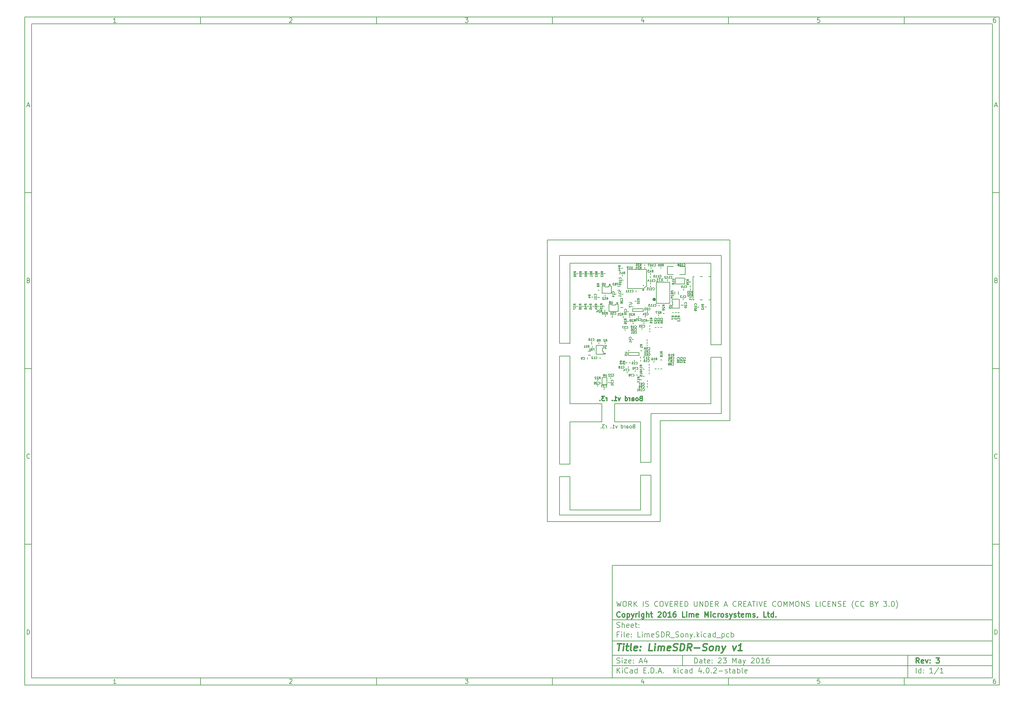
<source format=gbo>
G04 #@! TF.FileFunction,Legend,Bot*
%FSLAX46Y46*%
G04 Gerber Fmt 4.6, Leading zero omitted, Abs format (unit mm)*
G04 Created by KiCad (PCBNEW 4.0.2-stable) date 23/05/2016 22:28:53*
%MOMM*%
G01*
G04 APERTURE LIST*
%ADD10C,0.150000*%
%ADD11C,0.300000*%
%ADD12C,0.400000*%
%ADD13C,0.200000*%
%ADD14C,0.200660*%
%ADD15C,0.195580*%
%ADD16C,0.127000*%
%ADD17C,0.500000*%
G04 APERTURE END LIST*
D10*
X177002200Y-166007200D02*
X177002200Y-198007200D01*
X285002200Y-198007200D01*
X285002200Y-166007200D01*
X177002200Y-166007200D01*
X10000000Y-10000000D02*
X10000000Y-200007200D01*
X287002200Y-200007200D01*
X287002200Y-10000000D01*
X10000000Y-10000000D01*
X12000000Y-12000000D02*
X12000000Y-198007200D01*
X285002200Y-198007200D01*
X285002200Y-12000000D01*
X12000000Y-12000000D01*
X60000000Y-12000000D02*
X60000000Y-10000000D01*
X110000000Y-12000000D02*
X110000000Y-10000000D01*
X160000000Y-12000000D02*
X160000000Y-10000000D01*
X210000000Y-12000000D02*
X210000000Y-10000000D01*
X260000000Y-12000000D02*
X260000000Y-10000000D01*
X35990476Y-11588095D02*
X35247619Y-11588095D01*
X35619048Y-11588095D02*
X35619048Y-10288095D01*
X35495238Y-10473810D01*
X35371429Y-10597619D01*
X35247619Y-10659524D01*
X85247619Y-10411905D02*
X85309524Y-10350000D01*
X85433333Y-10288095D01*
X85742857Y-10288095D01*
X85866667Y-10350000D01*
X85928571Y-10411905D01*
X85990476Y-10535714D01*
X85990476Y-10659524D01*
X85928571Y-10845238D01*
X85185714Y-11588095D01*
X85990476Y-11588095D01*
X135185714Y-10288095D02*
X135990476Y-10288095D01*
X135557143Y-10783333D01*
X135742857Y-10783333D01*
X135866667Y-10845238D01*
X135928571Y-10907143D01*
X135990476Y-11030952D01*
X135990476Y-11340476D01*
X135928571Y-11464286D01*
X135866667Y-11526190D01*
X135742857Y-11588095D01*
X135371429Y-11588095D01*
X135247619Y-11526190D01*
X135185714Y-11464286D01*
X185866667Y-10721429D02*
X185866667Y-11588095D01*
X185557143Y-10226190D02*
X185247619Y-11154762D01*
X186052381Y-11154762D01*
X235928571Y-10288095D02*
X235309524Y-10288095D01*
X235247619Y-10907143D01*
X235309524Y-10845238D01*
X235433333Y-10783333D01*
X235742857Y-10783333D01*
X235866667Y-10845238D01*
X235928571Y-10907143D01*
X235990476Y-11030952D01*
X235990476Y-11340476D01*
X235928571Y-11464286D01*
X235866667Y-11526190D01*
X235742857Y-11588095D01*
X235433333Y-11588095D01*
X235309524Y-11526190D01*
X235247619Y-11464286D01*
X285866667Y-10288095D02*
X285619048Y-10288095D01*
X285495238Y-10350000D01*
X285433333Y-10411905D01*
X285309524Y-10597619D01*
X285247619Y-10845238D01*
X285247619Y-11340476D01*
X285309524Y-11464286D01*
X285371429Y-11526190D01*
X285495238Y-11588095D01*
X285742857Y-11588095D01*
X285866667Y-11526190D01*
X285928571Y-11464286D01*
X285990476Y-11340476D01*
X285990476Y-11030952D01*
X285928571Y-10907143D01*
X285866667Y-10845238D01*
X285742857Y-10783333D01*
X285495238Y-10783333D01*
X285371429Y-10845238D01*
X285309524Y-10907143D01*
X285247619Y-11030952D01*
X60000000Y-198007200D02*
X60000000Y-200007200D01*
X110000000Y-198007200D02*
X110000000Y-200007200D01*
X160000000Y-198007200D02*
X160000000Y-200007200D01*
X210000000Y-198007200D02*
X210000000Y-200007200D01*
X260000000Y-198007200D02*
X260000000Y-200007200D01*
X35990476Y-199595295D02*
X35247619Y-199595295D01*
X35619048Y-199595295D02*
X35619048Y-198295295D01*
X35495238Y-198481010D01*
X35371429Y-198604819D01*
X35247619Y-198666724D01*
X85247619Y-198419105D02*
X85309524Y-198357200D01*
X85433333Y-198295295D01*
X85742857Y-198295295D01*
X85866667Y-198357200D01*
X85928571Y-198419105D01*
X85990476Y-198542914D01*
X85990476Y-198666724D01*
X85928571Y-198852438D01*
X85185714Y-199595295D01*
X85990476Y-199595295D01*
X135185714Y-198295295D02*
X135990476Y-198295295D01*
X135557143Y-198790533D01*
X135742857Y-198790533D01*
X135866667Y-198852438D01*
X135928571Y-198914343D01*
X135990476Y-199038152D01*
X135990476Y-199347676D01*
X135928571Y-199471486D01*
X135866667Y-199533390D01*
X135742857Y-199595295D01*
X135371429Y-199595295D01*
X135247619Y-199533390D01*
X135185714Y-199471486D01*
X185866667Y-198728629D02*
X185866667Y-199595295D01*
X185557143Y-198233390D02*
X185247619Y-199161962D01*
X186052381Y-199161962D01*
X235928571Y-198295295D02*
X235309524Y-198295295D01*
X235247619Y-198914343D01*
X235309524Y-198852438D01*
X235433333Y-198790533D01*
X235742857Y-198790533D01*
X235866667Y-198852438D01*
X235928571Y-198914343D01*
X235990476Y-199038152D01*
X235990476Y-199347676D01*
X235928571Y-199471486D01*
X235866667Y-199533390D01*
X235742857Y-199595295D01*
X235433333Y-199595295D01*
X235309524Y-199533390D01*
X235247619Y-199471486D01*
X285866667Y-198295295D02*
X285619048Y-198295295D01*
X285495238Y-198357200D01*
X285433333Y-198419105D01*
X285309524Y-198604819D01*
X285247619Y-198852438D01*
X285247619Y-199347676D01*
X285309524Y-199471486D01*
X285371429Y-199533390D01*
X285495238Y-199595295D01*
X285742857Y-199595295D01*
X285866667Y-199533390D01*
X285928571Y-199471486D01*
X285990476Y-199347676D01*
X285990476Y-199038152D01*
X285928571Y-198914343D01*
X285866667Y-198852438D01*
X285742857Y-198790533D01*
X285495238Y-198790533D01*
X285371429Y-198852438D01*
X285309524Y-198914343D01*
X285247619Y-199038152D01*
X10000000Y-60000000D02*
X12000000Y-60000000D01*
X10000000Y-110000000D02*
X12000000Y-110000000D01*
X10000000Y-160000000D02*
X12000000Y-160000000D01*
X10690476Y-35216667D02*
X11309524Y-35216667D01*
X10566667Y-35588095D02*
X11000000Y-34288095D01*
X11433333Y-35588095D01*
X11092857Y-84907143D02*
X11278571Y-84969048D01*
X11340476Y-85030952D01*
X11402381Y-85154762D01*
X11402381Y-85340476D01*
X11340476Y-85464286D01*
X11278571Y-85526190D01*
X11154762Y-85588095D01*
X10659524Y-85588095D01*
X10659524Y-84288095D01*
X11092857Y-84288095D01*
X11216667Y-84350000D01*
X11278571Y-84411905D01*
X11340476Y-84535714D01*
X11340476Y-84659524D01*
X11278571Y-84783333D01*
X11216667Y-84845238D01*
X11092857Y-84907143D01*
X10659524Y-84907143D01*
X11402381Y-135464286D02*
X11340476Y-135526190D01*
X11154762Y-135588095D01*
X11030952Y-135588095D01*
X10845238Y-135526190D01*
X10721429Y-135402381D01*
X10659524Y-135278571D01*
X10597619Y-135030952D01*
X10597619Y-134845238D01*
X10659524Y-134597619D01*
X10721429Y-134473810D01*
X10845238Y-134350000D01*
X11030952Y-134288095D01*
X11154762Y-134288095D01*
X11340476Y-134350000D01*
X11402381Y-134411905D01*
X10659524Y-185588095D02*
X10659524Y-184288095D01*
X10969048Y-184288095D01*
X11154762Y-184350000D01*
X11278571Y-184473810D01*
X11340476Y-184597619D01*
X11402381Y-184845238D01*
X11402381Y-185030952D01*
X11340476Y-185278571D01*
X11278571Y-185402381D01*
X11154762Y-185526190D01*
X10969048Y-185588095D01*
X10659524Y-185588095D01*
X287002200Y-60000000D02*
X285002200Y-60000000D01*
X287002200Y-110000000D02*
X285002200Y-110000000D01*
X287002200Y-160000000D02*
X285002200Y-160000000D01*
X285692676Y-35216667D02*
X286311724Y-35216667D01*
X285568867Y-35588095D02*
X286002200Y-34288095D01*
X286435533Y-35588095D01*
X286095057Y-84907143D02*
X286280771Y-84969048D01*
X286342676Y-85030952D01*
X286404581Y-85154762D01*
X286404581Y-85340476D01*
X286342676Y-85464286D01*
X286280771Y-85526190D01*
X286156962Y-85588095D01*
X285661724Y-85588095D01*
X285661724Y-84288095D01*
X286095057Y-84288095D01*
X286218867Y-84350000D01*
X286280771Y-84411905D01*
X286342676Y-84535714D01*
X286342676Y-84659524D01*
X286280771Y-84783333D01*
X286218867Y-84845238D01*
X286095057Y-84907143D01*
X285661724Y-84907143D01*
X286404581Y-135464286D02*
X286342676Y-135526190D01*
X286156962Y-135588095D01*
X286033152Y-135588095D01*
X285847438Y-135526190D01*
X285723629Y-135402381D01*
X285661724Y-135278571D01*
X285599819Y-135030952D01*
X285599819Y-134845238D01*
X285661724Y-134597619D01*
X285723629Y-134473810D01*
X285847438Y-134350000D01*
X286033152Y-134288095D01*
X286156962Y-134288095D01*
X286342676Y-134350000D01*
X286404581Y-134411905D01*
X285661724Y-185588095D02*
X285661724Y-184288095D01*
X285971248Y-184288095D01*
X286156962Y-184350000D01*
X286280771Y-184473810D01*
X286342676Y-184597619D01*
X286404581Y-184845238D01*
X286404581Y-185030952D01*
X286342676Y-185278571D01*
X286280771Y-185402381D01*
X286156962Y-185526190D01*
X285971248Y-185588095D01*
X285661724Y-185588095D01*
X200359343Y-193785771D02*
X200359343Y-192285771D01*
X200716486Y-192285771D01*
X200930771Y-192357200D01*
X201073629Y-192500057D01*
X201145057Y-192642914D01*
X201216486Y-192928629D01*
X201216486Y-193142914D01*
X201145057Y-193428629D01*
X201073629Y-193571486D01*
X200930771Y-193714343D01*
X200716486Y-193785771D01*
X200359343Y-193785771D01*
X202502200Y-193785771D02*
X202502200Y-193000057D01*
X202430771Y-192857200D01*
X202287914Y-192785771D01*
X202002200Y-192785771D01*
X201859343Y-192857200D01*
X202502200Y-193714343D02*
X202359343Y-193785771D01*
X202002200Y-193785771D01*
X201859343Y-193714343D01*
X201787914Y-193571486D01*
X201787914Y-193428629D01*
X201859343Y-193285771D01*
X202002200Y-193214343D01*
X202359343Y-193214343D01*
X202502200Y-193142914D01*
X203002200Y-192785771D02*
X203573629Y-192785771D01*
X203216486Y-192285771D02*
X203216486Y-193571486D01*
X203287914Y-193714343D01*
X203430772Y-193785771D01*
X203573629Y-193785771D01*
X204645057Y-193714343D02*
X204502200Y-193785771D01*
X204216486Y-193785771D01*
X204073629Y-193714343D01*
X204002200Y-193571486D01*
X204002200Y-193000057D01*
X204073629Y-192857200D01*
X204216486Y-192785771D01*
X204502200Y-192785771D01*
X204645057Y-192857200D01*
X204716486Y-193000057D01*
X204716486Y-193142914D01*
X204002200Y-193285771D01*
X205359343Y-193642914D02*
X205430771Y-193714343D01*
X205359343Y-193785771D01*
X205287914Y-193714343D01*
X205359343Y-193642914D01*
X205359343Y-193785771D01*
X205359343Y-192857200D02*
X205430771Y-192928629D01*
X205359343Y-193000057D01*
X205287914Y-192928629D01*
X205359343Y-192857200D01*
X205359343Y-193000057D01*
X207145057Y-192428629D02*
X207216486Y-192357200D01*
X207359343Y-192285771D01*
X207716486Y-192285771D01*
X207859343Y-192357200D01*
X207930772Y-192428629D01*
X208002200Y-192571486D01*
X208002200Y-192714343D01*
X207930772Y-192928629D01*
X207073629Y-193785771D01*
X208002200Y-193785771D01*
X208502200Y-192285771D02*
X209430771Y-192285771D01*
X208930771Y-192857200D01*
X209145057Y-192857200D01*
X209287914Y-192928629D01*
X209359343Y-193000057D01*
X209430771Y-193142914D01*
X209430771Y-193500057D01*
X209359343Y-193642914D01*
X209287914Y-193714343D01*
X209145057Y-193785771D01*
X208716485Y-193785771D01*
X208573628Y-193714343D01*
X208502200Y-193642914D01*
X211216485Y-193785771D02*
X211216485Y-192285771D01*
X211716485Y-193357200D01*
X212216485Y-192285771D01*
X212216485Y-193785771D01*
X213573628Y-193785771D02*
X213573628Y-193000057D01*
X213502199Y-192857200D01*
X213359342Y-192785771D01*
X213073628Y-192785771D01*
X212930771Y-192857200D01*
X213573628Y-193714343D02*
X213430771Y-193785771D01*
X213073628Y-193785771D01*
X212930771Y-193714343D01*
X212859342Y-193571486D01*
X212859342Y-193428629D01*
X212930771Y-193285771D01*
X213073628Y-193214343D01*
X213430771Y-193214343D01*
X213573628Y-193142914D01*
X214145057Y-192785771D02*
X214502200Y-193785771D01*
X214859342Y-192785771D02*
X214502200Y-193785771D01*
X214359342Y-194142914D01*
X214287914Y-194214343D01*
X214145057Y-194285771D01*
X216502199Y-192428629D02*
X216573628Y-192357200D01*
X216716485Y-192285771D01*
X217073628Y-192285771D01*
X217216485Y-192357200D01*
X217287914Y-192428629D01*
X217359342Y-192571486D01*
X217359342Y-192714343D01*
X217287914Y-192928629D01*
X216430771Y-193785771D01*
X217359342Y-193785771D01*
X218287913Y-192285771D02*
X218430770Y-192285771D01*
X218573627Y-192357200D01*
X218645056Y-192428629D01*
X218716485Y-192571486D01*
X218787913Y-192857200D01*
X218787913Y-193214343D01*
X218716485Y-193500057D01*
X218645056Y-193642914D01*
X218573627Y-193714343D01*
X218430770Y-193785771D01*
X218287913Y-193785771D01*
X218145056Y-193714343D01*
X218073627Y-193642914D01*
X218002199Y-193500057D01*
X217930770Y-193214343D01*
X217930770Y-192857200D01*
X218002199Y-192571486D01*
X218073627Y-192428629D01*
X218145056Y-192357200D01*
X218287913Y-192285771D01*
X220216484Y-193785771D02*
X219359341Y-193785771D01*
X219787913Y-193785771D02*
X219787913Y-192285771D01*
X219645056Y-192500057D01*
X219502198Y-192642914D01*
X219359341Y-192714343D01*
X221502198Y-192285771D02*
X221216484Y-192285771D01*
X221073627Y-192357200D01*
X221002198Y-192428629D01*
X220859341Y-192642914D01*
X220787912Y-192928629D01*
X220787912Y-193500057D01*
X220859341Y-193642914D01*
X220930769Y-193714343D01*
X221073627Y-193785771D01*
X221359341Y-193785771D01*
X221502198Y-193714343D01*
X221573627Y-193642914D01*
X221645055Y-193500057D01*
X221645055Y-193142914D01*
X221573627Y-193000057D01*
X221502198Y-192928629D01*
X221359341Y-192857200D01*
X221073627Y-192857200D01*
X220930769Y-192928629D01*
X220859341Y-193000057D01*
X220787912Y-193142914D01*
X177002200Y-194507200D02*
X285002200Y-194507200D01*
X178359343Y-196585771D02*
X178359343Y-195085771D01*
X179216486Y-196585771D02*
X178573629Y-195728629D01*
X179216486Y-195085771D02*
X178359343Y-195942914D01*
X179859343Y-196585771D02*
X179859343Y-195585771D01*
X179859343Y-195085771D02*
X179787914Y-195157200D01*
X179859343Y-195228629D01*
X179930771Y-195157200D01*
X179859343Y-195085771D01*
X179859343Y-195228629D01*
X181430772Y-196442914D02*
X181359343Y-196514343D01*
X181145057Y-196585771D01*
X181002200Y-196585771D01*
X180787915Y-196514343D01*
X180645057Y-196371486D01*
X180573629Y-196228629D01*
X180502200Y-195942914D01*
X180502200Y-195728629D01*
X180573629Y-195442914D01*
X180645057Y-195300057D01*
X180787915Y-195157200D01*
X181002200Y-195085771D01*
X181145057Y-195085771D01*
X181359343Y-195157200D01*
X181430772Y-195228629D01*
X182716486Y-196585771D02*
X182716486Y-195800057D01*
X182645057Y-195657200D01*
X182502200Y-195585771D01*
X182216486Y-195585771D01*
X182073629Y-195657200D01*
X182716486Y-196514343D02*
X182573629Y-196585771D01*
X182216486Y-196585771D01*
X182073629Y-196514343D01*
X182002200Y-196371486D01*
X182002200Y-196228629D01*
X182073629Y-196085771D01*
X182216486Y-196014343D01*
X182573629Y-196014343D01*
X182716486Y-195942914D01*
X184073629Y-196585771D02*
X184073629Y-195085771D01*
X184073629Y-196514343D02*
X183930772Y-196585771D01*
X183645058Y-196585771D01*
X183502200Y-196514343D01*
X183430772Y-196442914D01*
X183359343Y-196300057D01*
X183359343Y-195871486D01*
X183430772Y-195728629D01*
X183502200Y-195657200D01*
X183645058Y-195585771D01*
X183930772Y-195585771D01*
X184073629Y-195657200D01*
X185930772Y-195800057D02*
X186430772Y-195800057D01*
X186645058Y-196585771D02*
X185930772Y-196585771D01*
X185930772Y-195085771D01*
X186645058Y-195085771D01*
X187287915Y-196442914D02*
X187359343Y-196514343D01*
X187287915Y-196585771D01*
X187216486Y-196514343D01*
X187287915Y-196442914D01*
X187287915Y-196585771D01*
X188002201Y-196585771D02*
X188002201Y-195085771D01*
X188359344Y-195085771D01*
X188573629Y-195157200D01*
X188716487Y-195300057D01*
X188787915Y-195442914D01*
X188859344Y-195728629D01*
X188859344Y-195942914D01*
X188787915Y-196228629D01*
X188716487Y-196371486D01*
X188573629Y-196514343D01*
X188359344Y-196585771D01*
X188002201Y-196585771D01*
X189502201Y-196442914D02*
X189573629Y-196514343D01*
X189502201Y-196585771D01*
X189430772Y-196514343D01*
X189502201Y-196442914D01*
X189502201Y-196585771D01*
X190145058Y-196157200D02*
X190859344Y-196157200D01*
X190002201Y-196585771D02*
X190502201Y-195085771D01*
X191002201Y-196585771D01*
X191502201Y-196442914D02*
X191573629Y-196514343D01*
X191502201Y-196585771D01*
X191430772Y-196514343D01*
X191502201Y-196442914D01*
X191502201Y-196585771D01*
X194502201Y-196585771D02*
X194502201Y-195085771D01*
X194645058Y-196014343D02*
X195073629Y-196585771D01*
X195073629Y-195585771D02*
X194502201Y-196157200D01*
X195716487Y-196585771D02*
X195716487Y-195585771D01*
X195716487Y-195085771D02*
X195645058Y-195157200D01*
X195716487Y-195228629D01*
X195787915Y-195157200D01*
X195716487Y-195085771D01*
X195716487Y-195228629D01*
X197073630Y-196514343D02*
X196930773Y-196585771D01*
X196645059Y-196585771D01*
X196502201Y-196514343D01*
X196430773Y-196442914D01*
X196359344Y-196300057D01*
X196359344Y-195871486D01*
X196430773Y-195728629D01*
X196502201Y-195657200D01*
X196645059Y-195585771D01*
X196930773Y-195585771D01*
X197073630Y-195657200D01*
X198359344Y-196585771D02*
X198359344Y-195800057D01*
X198287915Y-195657200D01*
X198145058Y-195585771D01*
X197859344Y-195585771D01*
X197716487Y-195657200D01*
X198359344Y-196514343D02*
X198216487Y-196585771D01*
X197859344Y-196585771D01*
X197716487Y-196514343D01*
X197645058Y-196371486D01*
X197645058Y-196228629D01*
X197716487Y-196085771D01*
X197859344Y-196014343D01*
X198216487Y-196014343D01*
X198359344Y-195942914D01*
X199716487Y-196585771D02*
X199716487Y-195085771D01*
X199716487Y-196514343D02*
X199573630Y-196585771D01*
X199287916Y-196585771D01*
X199145058Y-196514343D01*
X199073630Y-196442914D01*
X199002201Y-196300057D01*
X199002201Y-195871486D01*
X199073630Y-195728629D01*
X199145058Y-195657200D01*
X199287916Y-195585771D01*
X199573630Y-195585771D01*
X199716487Y-195657200D01*
X202216487Y-195585771D02*
X202216487Y-196585771D01*
X201859344Y-195014343D02*
X201502201Y-196085771D01*
X202430773Y-196085771D01*
X203002201Y-196442914D02*
X203073629Y-196514343D01*
X203002201Y-196585771D01*
X202930772Y-196514343D01*
X203002201Y-196442914D01*
X203002201Y-196585771D01*
X204002201Y-195085771D02*
X204145058Y-195085771D01*
X204287915Y-195157200D01*
X204359344Y-195228629D01*
X204430773Y-195371486D01*
X204502201Y-195657200D01*
X204502201Y-196014343D01*
X204430773Y-196300057D01*
X204359344Y-196442914D01*
X204287915Y-196514343D01*
X204145058Y-196585771D01*
X204002201Y-196585771D01*
X203859344Y-196514343D01*
X203787915Y-196442914D01*
X203716487Y-196300057D01*
X203645058Y-196014343D01*
X203645058Y-195657200D01*
X203716487Y-195371486D01*
X203787915Y-195228629D01*
X203859344Y-195157200D01*
X204002201Y-195085771D01*
X205145058Y-196442914D02*
X205216486Y-196514343D01*
X205145058Y-196585771D01*
X205073629Y-196514343D01*
X205145058Y-196442914D01*
X205145058Y-196585771D01*
X205787915Y-195228629D02*
X205859344Y-195157200D01*
X206002201Y-195085771D01*
X206359344Y-195085771D01*
X206502201Y-195157200D01*
X206573630Y-195228629D01*
X206645058Y-195371486D01*
X206645058Y-195514343D01*
X206573630Y-195728629D01*
X205716487Y-196585771D01*
X206645058Y-196585771D01*
X207287915Y-196014343D02*
X208430772Y-196014343D01*
X209073629Y-196514343D02*
X209216486Y-196585771D01*
X209502201Y-196585771D01*
X209645058Y-196514343D01*
X209716486Y-196371486D01*
X209716486Y-196300057D01*
X209645058Y-196157200D01*
X209502201Y-196085771D01*
X209287915Y-196085771D01*
X209145058Y-196014343D01*
X209073629Y-195871486D01*
X209073629Y-195800057D01*
X209145058Y-195657200D01*
X209287915Y-195585771D01*
X209502201Y-195585771D01*
X209645058Y-195657200D01*
X210145058Y-195585771D02*
X210716487Y-195585771D01*
X210359344Y-195085771D02*
X210359344Y-196371486D01*
X210430772Y-196514343D01*
X210573630Y-196585771D01*
X210716487Y-196585771D01*
X211859344Y-196585771D02*
X211859344Y-195800057D01*
X211787915Y-195657200D01*
X211645058Y-195585771D01*
X211359344Y-195585771D01*
X211216487Y-195657200D01*
X211859344Y-196514343D02*
X211716487Y-196585771D01*
X211359344Y-196585771D01*
X211216487Y-196514343D01*
X211145058Y-196371486D01*
X211145058Y-196228629D01*
X211216487Y-196085771D01*
X211359344Y-196014343D01*
X211716487Y-196014343D01*
X211859344Y-195942914D01*
X212573630Y-196585771D02*
X212573630Y-195085771D01*
X212573630Y-195657200D02*
X212716487Y-195585771D01*
X213002201Y-195585771D01*
X213145058Y-195657200D01*
X213216487Y-195728629D01*
X213287916Y-195871486D01*
X213287916Y-196300057D01*
X213216487Y-196442914D01*
X213145058Y-196514343D01*
X213002201Y-196585771D01*
X212716487Y-196585771D01*
X212573630Y-196514343D01*
X214145059Y-196585771D02*
X214002201Y-196514343D01*
X213930773Y-196371486D01*
X213930773Y-195085771D01*
X215287915Y-196514343D02*
X215145058Y-196585771D01*
X214859344Y-196585771D01*
X214716487Y-196514343D01*
X214645058Y-196371486D01*
X214645058Y-195800057D01*
X214716487Y-195657200D01*
X214859344Y-195585771D01*
X215145058Y-195585771D01*
X215287915Y-195657200D01*
X215359344Y-195800057D01*
X215359344Y-195942914D01*
X214645058Y-196085771D01*
X177002200Y-191507200D02*
X285002200Y-191507200D01*
D11*
X264216486Y-193785771D02*
X263716486Y-193071486D01*
X263359343Y-193785771D02*
X263359343Y-192285771D01*
X263930771Y-192285771D01*
X264073629Y-192357200D01*
X264145057Y-192428629D01*
X264216486Y-192571486D01*
X264216486Y-192785771D01*
X264145057Y-192928629D01*
X264073629Y-193000057D01*
X263930771Y-193071486D01*
X263359343Y-193071486D01*
X265430771Y-193714343D02*
X265287914Y-193785771D01*
X265002200Y-193785771D01*
X264859343Y-193714343D01*
X264787914Y-193571486D01*
X264787914Y-193000057D01*
X264859343Y-192857200D01*
X265002200Y-192785771D01*
X265287914Y-192785771D01*
X265430771Y-192857200D01*
X265502200Y-193000057D01*
X265502200Y-193142914D01*
X264787914Y-193285771D01*
X266002200Y-192785771D02*
X266359343Y-193785771D01*
X266716485Y-192785771D01*
X267287914Y-193642914D02*
X267359342Y-193714343D01*
X267287914Y-193785771D01*
X267216485Y-193714343D01*
X267287914Y-193642914D01*
X267287914Y-193785771D01*
X267287914Y-192857200D02*
X267359342Y-192928629D01*
X267287914Y-193000057D01*
X267216485Y-192928629D01*
X267287914Y-192857200D01*
X267287914Y-193000057D01*
X269002200Y-192285771D02*
X269930771Y-192285771D01*
X269430771Y-192857200D01*
X269645057Y-192857200D01*
X269787914Y-192928629D01*
X269859343Y-193000057D01*
X269930771Y-193142914D01*
X269930771Y-193500057D01*
X269859343Y-193642914D01*
X269787914Y-193714343D01*
X269645057Y-193785771D01*
X269216485Y-193785771D01*
X269073628Y-193714343D01*
X269002200Y-193642914D01*
D10*
X178287914Y-193714343D02*
X178502200Y-193785771D01*
X178859343Y-193785771D01*
X179002200Y-193714343D01*
X179073629Y-193642914D01*
X179145057Y-193500057D01*
X179145057Y-193357200D01*
X179073629Y-193214343D01*
X179002200Y-193142914D01*
X178859343Y-193071486D01*
X178573629Y-193000057D01*
X178430771Y-192928629D01*
X178359343Y-192857200D01*
X178287914Y-192714343D01*
X178287914Y-192571486D01*
X178359343Y-192428629D01*
X178430771Y-192357200D01*
X178573629Y-192285771D01*
X178930771Y-192285771D01*
X179145057Y-192357200D01*
X179787914Y-193785771D02*
X179787914Y-192785771D01*
X179787914Y-192285771D02*
X179716485Y-192357200D01*
X179787914Y-192428629D01*
X179859342Y-192357200D01*
X179787914Y-192285771D01*
X179787914Y-192428629D01*
X180359343Y-192785771D02*
X181145057Y-192785771D01*
X180359343Y-193785771D01*
X181145057Y-193785771D01*
X182287914Y-193714343D02*
X182145057Y-193785771D01*
X181859343Y-193785771D01*
X181716486Y-193714343D01*
X181645057Y-193571486D01*
X181645057Y-193000057D01*
X181716486Y-192857200D01*
X181859343Y-192785771D01*
X182145057Y-192785771D01*
X182287914Y-192857200D01*
X182359343Y-193000057D01*
X182359343Y-193142914D01*
X181645057Y-193285771D01*
X183002200Y-193642914D02*
X183073628Y-193714343D01*
X183002200Y-193785771D01*
X182930771Y-193714343D01*
X183002200Y-193642914D01*
X183002200Y-193785771D01*
X183002200Y-192857200D02*
X183073628Y-192928629D01*
X183002200Y-193000057D01*
X182930771Y-192928629D01*
X183002200Y-192857200D01*
X183002200Y-193000057D01*
X184787914Y-193357200D02*
X185502200Y-193357200D01*
X184645057Y-193785771D02*
X185145057Y-192285771D01*
X185645057Y-193785771D01*
X186787914Y-192785771D02*
X186787914Y-193785771D01*
X186430771Y-192214343D02*
X186073628Y-193285771D01*
X187002200Y-193285771D01*
X263359343Y-196585771D02*
X263359343Y-195085771D01*
X264716486Y-196585771D02*
X264716486Y-195085771D01*
X264716486Y-196514343D02*
X264573629Y-196585771D01*
X264287915Y-196585771D01*
X264145057Y-196514343D01*
X264073629Y-196442914D01*
X264002200Y-196300057D01*
X264002200Y-195871486D01*
X264073629Y-195728629D01*
X264145057Y-195657200D01*
X264287915Y-195585771D01*
X264573629Y-195585771D01*
X264716486Y-195657200D01*
X265430772Y-196442914D02*
X265502200Y-196514343D01*
X265430772Y-196585771D01*
X265359343Y-196514343D01*
X265430772Y-196442914D01*
X265430772Y-196585771D01*
X265430772Y-195657200D02*
X265502200Y-195728629D01*
X265430772Y-195800057D01*
X265359343Y-195728629D01*
X265430772Y-195657200D01*
X265430772Y-195800057D01*
X268073629Y-196585771D02*
X267216486Y-196585771D01*
X267645058Y-196585771D02*
X267645058Y-195085771D01*
X267502201Y-195300057D01*
X267359343Y-195442914D01*
X267216486Y-195514343D01*
X269787914Y-195014343D02*
X268502200Y-196942914D01*
X271073629Y-196585771D02*
X270216486Y-196585771D01*
X270645058Y-196585771D02*
X270645058Y-195085771D01*
X270502201Y-195300057D01*
X270359343Y-195442914D01*
X270216486Y-195514343D01*
X177002200Y-187507200D02*
X285002200Y-187507200D01*
D12*
X178454581Y-188211962D02*
X179597438Y-188211962D01*
X178776010Y-190211962D02*
X179026010Y-188211962D01*
X180014105Y-190211962D02*
X180180771Y-188878629D01*
X180264105Y-188211962D02*
X180156962Y-188307200D01*
X180240295Y-188402438D01*
X180347439Y-188307200D01*
X180264105Y-188211962D01*
X180240295Y-188402438D01*
X180847438Y-188878629D02*
X181609343Y-188878629D01*
X181216486Y-188211962D02*
X181002200Y-189926248D01*
X181073630Y-190116724D01*
X181252201Y-190211962D01*
X181442677Y-190211962D01*
X182395058Y-190211962D02*
X182216487Y-190116724D01*
X182145057Y-189926248D01*
X182359343Y-188211962D01*
X183930772Y-190116724D02*
X183728391Y-190211962D01*
X183347439Y-190211962D01*
X183168867Y-190116724D01*
X183097438Y-189926248D01*
X183192676Y-189164343D01*
X183311724Y-188973867D01*
X183514105Y-188878629D01*
X183895057Y-188878629D01*
X184073629Y-188973867D01*
X184145057Y-189164343D01*
X184121248Y-189354819D01*
X183145057Y-189545295D01*
X184895057Y-190021486D02*
X184978392Y-190116724D01*
X184871248Y-190211962D01*
X184787915Y-190116724D01*
X184895057Y-190021486D01*
X184871248Y-190211962D01*
X185026010Y-188973867D02*
X185109344Y-189069105D01*
X185002200Y-189164343D01*
X184918867Y-189069105D01*
X185026010Y-188973867D01*
X185002200Y-189164343D01*
X188299820Y-190211962D02*
X187347439Y-190211962D01*
X187597439Y-188211962D01*
X188966487Y-190211962D02*
X189133153Y-188878629D01*
X189216487Y-188211962D02*
X189109344Y-188307200D01*
X189192677Y-188402438D01*
X189299821Y-188307200D01*
X189216487Y-188211962D01*
X189192677Y-188402438D01*
X189918868Y-190211962D02*
X190085534Y-188878629D01*
X190061725Y-189069105D02*
X190168869Y-188973867D01*
X190371249Y-188878629D01*
X190656963Y-188878629D01*
X190835535Y-188973867D01*
X190906963Y-189164343D01*
X190776011Y-190211962D01*
X190906963Y-189164343D02*
X191026011Y-188973867D01*
X191228392Y-188878629D01*
X191514106Y-188878629D01*
X191692678Y-188973867D01*
X191764106Y-189164343D01*
X191633154Y-190211962D01*
X193359345Y-190116724D02*
X193156964Y-190211962D01*
X192776012Y-190211962D01*
X192597440Y-190116724D01*
X192526011Y-189926248D01*
X192621249Y-189164343D01*
X192740297Y-188973867D01*
X192942678Y-188878629D01*
X193323630Y-188878629D01*
X193502202Y-188973867D01*
X193573630Y-189164343D01*
X193549821Y-189354819D01*
X192573630Y-189545295D01*
X194216488Y-190116724D02*
X194490298Y-190211962D01*
X194966488Y-190211962D01*
X195168869Y-190116724D01*
X195276011Y-190021486D01*
X195395060Y-189831010D01*
X195418869Y-189640533D01*
X195347440Y-189450057D01*
X195264107Y-189354819D01*
X195085535Y-189259581D01*
X194716488Y-189164343D01*
X194537917Y-189069105D01*
X194454583Y-188973867D01*
X194383154Y-188783390D01*
X194406964Y-188592914D01*
X194526011Y-188402438D01*
X194633155Y-188307200D01*
X194835536Y-188211962D01*
X195311726Y-188211962D01*
X195585536Y-188307200D01*
X196204583Y-190211962D02*
X196454583Y-188211962D01*
X196930774Y-188211962D01*
X197204583Y-188307200D01*
X197371250Y-188497676D01*
X197442679Y-188688152D01*
X197490298Y-189069105D01*
X197454584Y-189354819D01*
X197311727Y-189735771D01*
X197192678Y-189926248D01*
X196978393Y-190116724D01*
X196680774Y-190211962D01*
X196204583Y-190211962D01*
X199347441Y-190211962D02*
X198799821Y-189259581D01*
X198204583Y-190211962D02*
X198454583Y-188211962D01*
X199216488Y-188211962D01*
X199395059Y-188307200D01*
X199478393Y-188402438D01*
X199549822Y-188592914D01*
X199514107Y-188878629D01*
X199395060Y-189069105D01*
X199287916Y-189164343D01*
X199085535Y-189259581D01*
X198323630Y-189259581D01*
X200299821Y-189450057D02*
X201823631Y-189450057D01*
X202597440Y-190116724D02*
X202871250Y-190211962D01*
X203347440Y-190211962D01*
X203549821Y-190116724D01*
X203656963Y-190021486D01*
X203776012Y-189831010D01*
X203799821Y-189640533D01*
X203728392Y-189450057D01*
X203645059Y-189354819D01*
X203466487Y-189259581D01*
X203097440Y-189164343D01*
X202918869Y-189069105D01*
X202835535Y-188973867D01*
X202764106Y-188783390D01*
X202787916Y-188592914D01*
X202906963Y-188402438D01*
X203014107Y-188307200D01*
X203216488Y-188211962D01*
X203692678Y-188211962D01*
X203966488Y-188307200D01*
X204871250Y-190211962D02*
X204692679Y-190116724D01*
X204609344Y-190021486D01*
X204537916Y-189831010D01*
X204609344Y-189259581D01*
X204728392Y-189069105D01*
X204835536Y-188973867D01*
X205037916Y-188878629D01*
X205323630Y-188878629D01*
X205502202Y-188973867D01*
X205585535Y-189069105D01*
X205656963Y-189259581D01*
X205585535Y-189831010D01*
X205466487Y-190021486D01*
X205359345Y-190116724D01*
X205156964Y-190211962D01*
X204871250Y-190211962D01*
X206561725Y-188878629D02*
X206395059Y-190211962D01*
X206537916Y-189069105D02*
X206645060Y-188973867D01*
X206847440Y-188878629D01*
X207133154Y-188878629D01*
X207311726Y-188973867D01*
X207383154Y-189164343D01*
X207252202Y-190211962D01*
X208180773Y-188878629D02*
X208490298Y-190211962D01*
X209133154Y-188878629D02*
X208490298Y-190211962D01*
X208240298Y-190688152D01*
X208133154Y-190783390D01*
X207930773Y-190878629D01*
X211228393Y-188878629D02*
X211537918Y-190211962D01*
X212180774Y-188878629D01*
X213823633Y-190211962D02*
X212680775Y-190211962D01*
X213252204Y-190211962D02*
X213502204Y-188211962D01*
X213276014Y-188497676D01*
X213061728Y-188688152D01*
X212859346Y-188783390D01*
D10*
X178859343Y-185600057D02*
X178359343Y-185600057D01*
X178359343Y-186385771D02*
X178359343Y-184885771D01*
X179073629Y-184885771D01*
X179645057Y-186385771D02*
X179645057Y-185385771D01*
X179645057Y-184885771D02*
X179573628Y-184957200D01*
X179645057Y-185028629D01*
X179716485Y-184957200D01*
X179645057Y-184885771D01*
X179645057Y-185028629D01*
X180573629Y-186385771D02*
X180430771Y-186314343D01*
X180359343Y-186171486D01*
X180359343Y-184885771D01*
X181716485Y-186314343D02*
X181573628Y-186385771D01*
X181287914Y-186385771D01*
X181145057Y-186314343D01*
X181073628Y-186171486D01*
X181073628Y-185600057D01*
X181145057Y-185457200D01*
X181287914Y-185385771D01*
X181573628Y-185385771D01*
X181716485Y-185457200D01*
X181787914Y-185600057D01*
X181787914Y-185742914D01*
X181073628Y-185885771D01*
X182430771Y-186242914D02*
X182502199Y-186314343D01*
X182430771Y-186385771D01*
X182359342Y-186314343D01*
X182430771Y-186242914D01*
X182430771Y-186385771D01*
X182430771Y-185457200D02*
X182502199Y-185528629D01*
X182430771Y-185600057D01*
X182359342Y-185528629D01*
X182430771Y-185457200D01*
X182430771Y-185600057D01*
X185002200Y-186385771D02*
X184287914Y-186385771D01*
X184287914Y-184885771D01*
X185502200Y-186385771D02*
X185502200Y-185385771D01*
X185502200Y-184885771D02*
X185430771Y-184957200D01*
X185502200Y-185028629D01*
X185573628Y-184957200D01*
X185502200Y-184885771D01*
X185502200Y-185028629D01*
X186216486Y-186385771D02*
X186216486Y-185385771D01*
X186216486Y-185528629D02*
X186287914Y-185457200D01*
X186430772Y-185385771D01*
X186645057Y-185385771D01*
X186787914Y-185457200D01*
X186859343Y-185600057D01*
X186859343Y-186385771D01*
X186859343Y-185600057D02*
X186930772Y-185457200D01*
X187073629Y-185385771D01*
X187287914Y-185385771D01*
X187430772Y-185457200D01*
X187502200Y-185600057D01*
X187502200Y-186385771D01*
X188787914Y-186314343D02*
X188645057Y-186385771D01*
X188359343Y-186385771D01*
X188216486Y-186314343D01*
X188145057Y-186171486D01*
X188145057Y-185600057D01*
X188216486Y-185457200D01*
X188359343Y-185385771D01*
X188645057Y-185385771D01*
X188787914Y-185457200D01*
X188859343Y-185600057D01*
X188859343Y-185742914D01*
X188145057Y-185885771D01*
X189430771Y-186314343D02*
X189645057Y-186385771D01*
X190002200Y-186385771D01*
X190145057Y-186314343D01*
X190216486Y-186242914D01*
X190287914Y-186100057D01*
X190287914Y-185957200D01*
X190216486Y-185814343D01*
X190145057Y-185742914D01*
X190002200Y-185671486D01*
X189716486Y-185600057D01*
X189573628Y-185528629D01*
X189502200Y-185457200D01*
X189430771Y-185314343D01*
X189430771Y-185171486D01*
X189502200Y-185028629D01*
X189573628Y-184957200D01*
X189716486Y-184885771D01*
X190073628Y-184885771D01*
X190287914Y-184957200D01*
X190930771Y-186385771D02*
X190930771Y-184885771D01*
X191287914Y-184885771D01*
X191502199Y-184957200D01*
X191645057Y-185100057D01*
X191716485Y-185242914D01*
X191787914Y-185528629D01*
X191787914Y-185742914D01*
X191716485Y-186028629D01*
X191645057Y-186171486D01*
X191502199Y-186314343D01*
X191287914Y-186385771D01*
X190930771Y-186385771D01*
X193287914Y-186385771D02*
X192787914Y-185671486D01*
X192430771Y-186385771D02*
X192430771Y-184885771D01*
X193002199Y-184885771D01*
X193145057Y-184957200D01*
X193216485Y-185028629D01*
X193287914Y-185171486D01*
X193287914Y-185385771D01*
X193216485Y-185528629D01*
X193145057Y-185600057D01*
X193002199Y-185671486D01*
X192430771Y-185671486D01*
X193573628Y-186528629D02*
X194716485Y-186528629D01*
X195002199Y-186314343D02*
X195216485Y-186385771D01*
X195573628Y-186385771D01*
X195716485Y-186314343D01*
X195787914Y-186242914D01*
X195859342Y-186100057D01*
X195859342Y-185957200D01*
X195787914Y-185814343D01*
X195716485Y-185742914D01*
X195573628Y-185671486D01*
X195287914Y-185600057D01*
X195145056Y-185528629D01*
X195073628Y-185457200D01*
X195002199Y-185314343D01*
X195002199Y-185171486D01*
X195073628Y-185028629D01*
X195145056Y-184957200D01*
X195287914Y-184885771D01*
X195645056Y-184885771D01*
X195859342Y-184957200D01*
X196716485Y-186385771D02*
X196573627Y-186314343D01*
X196502199Y-186242914D01*
X196430770Y-186100057D01*
X196430770Y-185671486D01*
X196502199Y-185528629D01*
X196573627Y-185457200D01*
X196716485Y-185385771D01*
X196930770Y-185385771D01*
X197073627Y-185457200D01*
X197145056Y-185528629D01*
X197216485Y-185671486D01*
X197216485Y-186100057D01*
X197145056Y-186242914D01*
X197073627Y-186314343D01*
X196930770Y-186385771D01*
X196716485Y-186385771D01*
X197859342Y-185385771D02*
X197859342Y-186385771D01*
X197859342Y-185528629D02*
X197930770Y-185457200D01*
X198073628Y-185385771D01*
X198287913Y-185385771D01*
X198430770Y-185457200D01*
X198502199Y-185600057D01*
X198502199Y-186385771D01*
X199073628Y-185385771D02*
X199430771Y-186385771D01*
X199787913Y-185385771D02*
X199430771Y-186385771D01*
X199287913Y-186742914D01*
X199216485Y-186814343D01*
X199073628Y-186885771D01*
X200359342Y-186242914D02*
X200430770Y-186314343D01*
X200359342Y-186385771D01*
X200287913Y-186314343D01*
X200359342Y-186242914D01*
X200359342Y-186385771D01*
X201073628Y-186385771D02*
X201073628Y-184885771D01*
X201216485Y-185814343D02*
X201645056Y-186385771D01*
X201645056Y-185385771D02*
X201073628Y-185957200D01*
X202287914Y-186385771D02*
X202287914Y-185385771D01*
X202287914Y-184885771D02*
X202216485Y-184957200D01*
X202287914Y-185028629D01*
X202359342Y-184957200D01*
X202287914Y-184885771D01*
X202287914Y-185028629D01*
X203645057Y-186314343D02*
X203502200Y-186385771D01*
X203216486Y-186385771D01*
X203073628Y-186314343D01*
X203002200Y-186242914D01*
X202930771Y-186100057D01*
X202930771Y-185671486D01*
X203002200Y-185528629D01*
X203073628Y-185457200D01*
X203216486Y-185385771D01*
X203502200Y-185385771D01*
X203645057Y-185457200D01*
X204930771Y-186385771D02*
X204930771Y-185600057D01*
X204859342Y-185457200D01*
X204716485Y-185385771D01*
X204430771Y-185385771D01*
X204287914Y-185457200D01*
X204930771Y-186314343D02*
X204787914Y-186385771D01*
X204430771Y-186385771D01*
X204287914Y-186314343D01*
X204216485Y-186171486D01*
X204216485Y-186028629D01*
X204287914Y-185885771D01*
X204430771Y-185814343D01*
X204787914Y-185814343D01*
X204930771Y-185742914D01*
X206287914Y-186385771D02*
X206287914Y-184885771D01*
X206287914Y-186314343D02*
X206145057Y-186385771D01*
X205859343Y-186385771D01*
X205716485Y-186314343D01*
X205645057Y-186242914D01*
X205573628Y-186100057D01*
X205573628Y-185671486D01*
X205645057Y-185528629D01*
X205716485Y-185457200D01*
X205859343Y-185385771D01*
X206145057Y-185385771D01*
X206287914Y-185457200D01*
X206645057Y-186528629D02*
X207787914Y-186528629D01*
X208145057Y-185385771D02*
X208145057Y-186885771D01*
X208145057Y-185457200D02*
X208287914Y-185385771D01*
X208573628Y-185385771D01*
X208716485Y-185457200D01*
X208787914Y-185528629D01*
X208859343Y-185671486D01*
X208859343Y-186100057D01*
X208787914Y-186242914D01*
X208716485Y-186314343D01*
X208573628Y-186385771D01*
X208287914Y-186385771D01*
X208145057Y-186314343D01*
X210145057Y-186314343D02*
X210002200Y-186385771D01*
X209716486Y-186385771D01*
X209573628Y-186314343D01*
X209502200Y-186242914D01*
X209430771Y-186100057D01*
X209430771Y-185671486D01*
X209502200Y-185528629D01*
X209573628Y-185457200D01*
X209716486Y-185385771D01*
X210002200Y-185385771D01*
X210145057Y-185457200D01*
X210787914Y-186385771D02*
X210787914Y-184885771D01*
X210787914Y-185457200D02*
X210930771Y-185385771D01*
X211216485Y-185385771D01*
X211359342Y-185457200D01*
X211430771Y-185528629D01*
X211502200Y-185671486D01*
X211502200Y-186100057D01*
X211430771Y-186242914D01*
X211359342Y-186314343D01*
X211216485Y-186385771D01*
X210930771Y-186385771D01*
X210787914Y-186314343D01*
X177002200Y-181507200D02*
X285002200Y-181507200D01*
X178287914Y-183614343D02*
X178502200Y-183685771D01*
X178859343Y-183685771D01*
X179002200Y-183614343D01*
X179073629Y-183542914D01*
X179145057Y-183400057D01*
X179145057Y-183257200D01*
X179073629Y-183114343D01*
X179002200Y-183042914D01*
X178859343Y-182971486D01*
X178573629Y-182900057D01*
X178430771Y-182828629D01*
X178359343Y-182757200D01*
X178287914Y-182614343D01*
X178287914Y-182471486D01*
X178359343Y-182328629D01*
X178430771Y-182257200D01*
X178573629Y-182185771D01*
X178930771Y-182185771D01*
X179145057Y-182257200D01*
X179787914Y-183685771D02*
X179787914Y-182185771D01*
X180430771Y-183685771D02*
X180430771Y-182900057D01*
X180359342Y-182757200D01*
X180216485Y-182685771D01*
X180002200Y-182685771D01*
X179859342Y-182757200D01*
X179787914Y-182828629D01*
X181716485Y-183614343D02*
X181573628Y-183685771D01*
X181287914Y-183685771D01*
X181145057Y-183614343D01*
X181073628Y-183471486D01*
X181073628Y-182900057D01*
X181145057Y-182757200D01*
X181287914Y-182685771D01*
X181573628Y-182685771D01*
X181716485Y-182757200D01*
X181787914Y-182900057D01*
X181787914Y-183042914D01*
X181073628Y-183185771D01*
X183002199Y-183614343D02*
X182859342Y-183685771D01*
X182573628Y-183685771D01*
X182430771Y-183614343D01*
X182359342Y-183471486D01*
X182359342Y-182900057D01*
X182430771Y-182757200D01*
X182573628Y-182685771D01*
X182859342Y-182685771D01*
X183002199Y-182757200D01*
X183073628Y-182900057D01*
X183073628Y-183042914D01*
X182359342Y-183185771D01*
X183502199Y-182685771D02*
X184073628Y-182685771D01*
X183716485Y-182185771D02*
X183716485Y-183471486D01*
X183787913Y-183614343D01*
X183930771Y-183685771D01*
X184073628Y-183685771D01*
X184573628Y-183542914D02*
X184645056Y-183614343D01*
X184573628Y-183685771D01*
X184502199Y-183614343D01*
X184573628Y-183542914D01*
X184573628Y-183685771D01*
X184573628Y-182757200D02*
X184645056Y-182828629D01*
X184573628Y-182900057D01*
X184502199Y-182828629D01*
X184573628Y-182757200D01*
X184573628Y-182900057D01*
D11*
X179216486Y-180542914D02*
X179145057Y-180614343D01*
X178930771Y-180685771D01*
X178787914Y-180685771D01*
X178573629Y-180614343D01*
X178430771Y-180471486D01*
X178359343Y-180328629D01*
X178287914Y-180042914D01*
X178287914Y-179828629D01*
X178359343Y-179542914D01*
X178430771Y-179400057D01*
X178573629Y-179257200D01*
X178787914Y-179185771D01*
X178930771Y-179185771D01*
X179145057Y-179257200D01*
X179216486Y-179328629D01*
X180073629Y-180685771D02*
X179930771Y-180614343D01*
X179859343Y-180542914D01*
X179787914Y-180400057D01*
X179787914Y-179971486D01*
X179859343Y-179828629D01*
X179930771Y-179757200D01*
X180073629Y-179685771D01*
X180287914Y-179685771D01*
X180430771Y-179757200D01*
X180502200Y-179828629D01*
X180573629Y-179971486D01*
X180573629Y-180400057D01*
X180502200Y-180542914D01*
X180430771Y-180614343D01*
X180287914Y-180685771D01*
X180073629Y-180685771D01*
X181216486Y-179685771D02*
X181216486Y-181185771D01*
X181216486Y-179757200D02*
X181359343Y-179685771D01*
X181645057Y-179685771D01*
X181787914Y-179757200D01*
X181859343Y-179828629D01*
X181930772Y-179971486D01*
X181930772Y-180400057D01*
X181859343Y-180542914D01*
X181787914Y-180614343D01*
X181645057Y-180685771D01*
X181359343Y-180685771D01*
X181216486Y-180614343D01*
X182430772Y-179685771D02*
X182787915Y-180685771D01*
X183145057Y-179685771D02*
X182787915Y-180685771D01*
X182645057Y-181042914D01*
X182573629Y-181114343D01*
X182430772Y-181185771D01*
X183716486Y-180685771D02*
X183716486Y-179685771D01*
X183716486Y-179971486D02*
X183787914Y-179828629D01*
X183859343Y-179757200D01*
X184002200Y-179685771D01*
X184145057Y-179685771D01*
X184645057Y-180685771D02*
X184645057Y-179685771D01*
X184645057Y-179185771D02*
X184573628Y-179257200D01*
X184645057Y-179328629D01*
X184716485Y-179257200D01*
X184645057Y-179185771D01*
X184645057Y-179328629D01*
X186002200Y-179685771D02*
X186002200Y-180900057D01*
X185930771Y-181042914D01*
X185859343Y-181114343D01*
X185716486Y-181185771D01*
X185502200Y-181185771D01*
X185359343Y-181114343D01*
X186002200Y-180614343D02*
X185859343Y-180685771D01*
X185573629Y-180685771D01*
X185430771Y-180614343D01*
X185359343Y-180542914D01*
X185287914Y-180400057D01*
X185287914Y-179971486D01*
X185359343Y-179828629D01*
X185430771Y-179757200D01*
X185573629Y-179685771D01*
X185859343Y-179685771D01*
X186002200Y-179757200D01*
X186716486Y-180685771D02*
X186716486Y-179185771D01*
X187359343Y-180685771D02*
X187359343Y-179900057D01*
X187287914Y-179757200D01*
X187145057Y-179685771D01*
X186930772Y-179685771D01*
X186787914Y-179757200D01*
X186716486Y-179828629D01*
X187859343Y-179685771D02*
X188430772Y-179685771D01*
X188073629Y-179185771D02*
X188073629Y-180471486D01*
X188145057Y-180614343D01*
X188287915Y-180685771D01*
X188430772Y-180685771D01*
X190002200Y-179328629D02*
X190073629Y-179257200D01*
X190216486Y-179185771D01*
X190573629Y-179185771D01*
X190716486Y-179257200D01*
X190787915Y-179328629D01*
X190859343Y-179471486D01*
X190859343Y-179614343D01*
X190787915Y-179828629D01*
X189930772Y-180685771D01*
X190859343Y-180685771D01*
X191787914Y-179185771D02*
X191930771Y-179185771D01*
X192073628Y-179257200D01*
X192145057Y-179328629D01*
X192216486Y-179471486D01*
X192287914Y-179757200D01*
X192287914Y-180114343D01*
X192216486Y-180400057D01*
X192145057Y-180542914D01*
X192073628Y-180614343D01*
X191930771Y-180685771D01*
X191787914Y-180685771D01*
X191645057Y-180614343D01*
X191573628Y-180542914D01*
X191502200Y-180400057D01*
X191430771Y-180114343D01*
X191430771Y-179757200D01*
X191502200Y-179471486D01*
X191573628Y-179328629D01*
X191645057Y-179257200D01*
X191787914Y-179185771D01*
X193716485Y-180685771D02*
X192859342Y-180685771D01*
X193287914Y-180685771D02*
X193287914Y-179185771D01*
X193145057Y-179400057D01*
X193002199Y-179542914D01*
X192859342Y-179614343D01*
X195002199Y-179185771D02*
X194716485Y-179185771D01*
X194573628Y-179257200D01*
X194502199Y-179328629D01*
X194359342Y-179542914D01*
X194287913Y-179828629D01*
X194287913Y-180400057D01*
X194359342Y-180542914D01*
X194430770Y-180614343D01*
X194573628Y-180685771D01*
X194859342Y-180685771D01*
X195002199Y-180614343D01*
X195073628Y-180542914D01*
X195145056Y-180400057D01*
X195145056Y-180042914D01*
X195073628Y-179900057D01*
X195002199Y-179828629D01*
X194859342Y-179757200D01*
X194573628Y-179757200D01*
X194430770Y-179828629D01*
X194359342Y-179900057D01*
X194287913Y-180042914D01*
X197645056Y-180685771D02*
X196930770Y-180685771D01*
X196930770Y-179185771D01*
X198145056Y-180685771D02*
X198145056Y-179685771D01*
X198145056Y-179185771D02*
X198073627Y-179257200D01*
X198145056Y-179328629D01*
X198216484Y-179257200D01*
X198145056Y-179185771D01*
X198145056Y-179328629D01*
X198859342Y-180685771D02*
X198859342Y-179685771D01*
X198859342Y-179828629D02*
X198930770Y-179757200D01*
X199073628Y-179685771D01*
X199287913Y-179685771D01*
X199430770Y-179757200D01*
X199502199Y-179900057D01*
X199502199Y-180685771D01*
X199502199Y-179900057D02*
X199573628Y-179757200D01*
X199716485Y-179685771D01*
X199930770Y-179685771D01*
X200073628Y-179757200D01*
X200145056Y-179900057D01*
X200145056Y-180685771D01*
X201430770Y-180614343D02*
X201287913Y-180685771D01*
X201002199Y-180685771D01*
X200859342Y-180614343D01*
X200787913Y-180471486D01*
X200787913Y-179900057D01*
X200859342Y-179757200D01*
X201002199Y-179685771D01*
X201287913Y-179685771D01*
X201430770Y-179757200D01*
X201502199Y-179900057D01*
X201502199Y-180042914D01*
X200787913Y-180185771D01*
X203287913Y-180685771D02*
X203287913Y-179185771D01*
X203787913Y-180257200D01*
X204287913Y-179185771D01*
X204287913Y-180685771D01*
X205002199Y-180685771D02*
X205002199Y-179685771D01*
X205002199Y-179185771D02*
X204930770Y-179257200D01*
X205002199Y-179328629D01*
X205073627Y-179257200D01*
X205002199Y-179185771D01*
X205002199Y-179328629D01*
X206359342Y-180614343D02*
X206216485Y-180685771D01*
X205930771Y-180685771D01*
X205787913Y-180614343D01*
X205716485Y-180542914D01*
X205645056Y-180400057D01*
X205645056Y-179971486D01*
X205716485Y-179828629D01*
X205787913Y-179757200D01*
X205930771Y-179685771D01*
X206216485Y-179685771D01*
X206359342Y-179757200D01*
X207002199Y-180685771D02*
X207002199Y-179685771D01*
X207002199Y-179971486D02*
X207073627Y-179828629D01*
X207145056Y-179757200D01*
X207287913Y-179685771D01*
X207430770Y-179685771D01*
X208145056Y-180685771D02*
X208002198Y-180614343D01*
X207930770Y-180542914D01*
X207859341Y-180400057D01*
X207859341Y-179971486D01*
X207930770Y-179828629D01*
X208002198Y-179757200D01*
X208145056Y-179685771D01*
X208359341Y-179685771D01*
X208502198Y-179757200D01*
X208573627Y-179828629D01*
X208645056Y-179971486D01*
X208645056Y-180400057D01*
X208573627Y-180542914D01*
X208502198Y-180614343D01*
X208359341Y-180685771D01*
X208145056Y-180685771D01*
X209216484Y-180614343D02*
X209359341Y-180685771D01*
X209645056Y-180685771D01*
X209787913Y-180614343D01*
X209859341Y-180471486D01*
X209859341Y-180400057D01*
X209787913Y-180257200D01*
X209645056Y-180185771D01*
X209430770Y-180185771D01*
X209287913Y-180114343D01*
X209216484Y-179971486D01*
X209216484Y-179900057D01*
X209287913Y-179757200D01*
X209430770Y-179685771D01*
X209645056Y-179685771D01*
X209787913Y-179757200D01*
X210359342Y-179685771D02*
X210716485Y-180685771D01*
X211073627Y-179685771D02*
X210716485Y-180685771D01*
X210573627Y-181042914D01*
X210502199Y-181114343D01*
X210359342Y-181185771D01*
X211573627Y-180614343D02*
X211716484Y-180685771D01*
X212002199Y-180685771D01*
X212145056Y-180614343D01*
X212216484Y-180471486D01*
X212216484Y-180400057D01*
X212145056Y-180257200D01*
X212002199Y-180185771D01*
X211787913Y-180185771D01*
X211645056Y-180114343D01*
X211573627Y-179971486D01*
X211573627Y-179900057D01*
X211645056Y-179757200D01*
X211787913Y-179685771D01*
X212002199Y-179685771D01*
X212145056Y-179757200D01*
X212645056Y-179685771D02*
X213216485Y-179685771D01*
X212859342Y-179185771D02*
X212859342Y-180471486D01*
X212930770Y-180614343D01*
X213073628Y-180685771D01*
X213216485Y-180685771D01*
X214287913Y-180614343D02*
X214145056Y-180685771D01*
X213859342Y-180685771D01*
X213716485Y-180614343D01*
X213645056Y-180471486D01*
X213645056Y-179900057D01*
X213716485Y-179757200D01*
X213859342Y-179685771D01*
X214145056Y-179685771D01*
X214287913Y-179757200D01*
X214359342Y-179900057D01*
X214359342Y-180042914D01*
X213645056Y-180185771D01*
X215002199Y-180685771D02*
X215002199Y-179685771D01*
X215002199Y-179828629D02*
X215073627Y-179757200D01*
X215216485Y-179685771D01*
X215430770Y-179685771D01*
X215573627Y-179757200D01*
X215645056Y-179900057D01*
X215645056Y-180685771D01*
X215645056Y-179900057D02*
X215716485Y-179757200D01*
X215859342Y-179685771D01*
X216073627Y-179685771D01*
X216216485Y-179757200D01*
X216287913Y-179900057D01*
X216287913Y-180685771D01*
X216930770Y-180614343D02*
X217073627Y-180685771D01*
X217359342Y-180685771D01*
X217502199Y-180614343D01*
X217573627Y-180471486D01*
X217573627Y-180400057D01*
X217502199Y-180257200D01*
X217359342Y-180185771D01*
X217145056Y-180185771D01*
X217002199Y-180114343D01*
X216930770Y-179971486D01*
X216930770Y-179900057D01*
X217002199Y-179757200D01*
X217145056Y-179685771D01*
X217359342Y-179685771D01*
X217502199Y-179757200D01*
X218287913Y-180614343D02*
X218287913Y-180685771D01*
X218216485Y-180828629D01*
X218145056Y-180900057D01*
X220787914Y-180685771D02*
X220073628Y-180685771D01*
X220073628Y-179185771D01*
X221073628Y-179685771D02*
X221645057Y-179685771D01*
X221287914Y-179185771D02*
X221287914Y-180471486D01*
X221359342Y-180614343D01*
X221502200Y-180685771D01*
X221645057Y-180685771D01*
X222787914Y-180685771D02*
X222787914Y-179185771D01*
X222787914Y-180614343D02*
X222645057Y-180685771D01*
X222359343Y-180685771D01*
X222216485Y-180614343D01*
X222145057Y-180542914D01*
X222073628Y-180400057D01*
X222073628Y-179971486D01*
X222145057Y-179828629D01*
X222216485Y-179757200D01*
X222359343Y-179685771D01*
X222645057Y-179685771D01*
X222787914Y-179757200D01*
X223502200Y-180542914D02*
X223573628Y-180614343D01*
X223502200Y-180685771D01*
X223430771Y-180614343D01*
X223502200Y-180542914D01*
X223502200Y-180685771D01*
D10*
X178216486Y-176185771D02*
X178573629Y-177685771D01*
X178859343Y-176614343D01*
X179145057Y-177685771D01*
X179502200Y-176185771D01*
X180359343Y-176185771D02*
X180645057Y-176185771D01*
X180787915Y-176257200D01*
X180930772Y-176400057D01*
X181002200Y-176685771D01*
X181002200Y-177185771D01*
X180930772Y-177471486D01*
X180787915Y-177614343D01*
X180645057Y-177685771D01*
X180359343Y-177685771D01*
X180216486Y-177614343D01*
X180073629Y-177471486D01*
X180002200Y-177185771D01*
X180002200Y-176685771D01*
X180073629Y-176400057D01*
X180216486Y-176257200D01*
X180359343Y-176185771D01*
X182502201Y-177685771D02*
X182002201Y-176971486D01*
X181645058Y-177685771D02*
X181645058Y-176185771D01*
X182216486Y-176185771D01*
X182359344Y-176257200D01*
X182430772Y-176328629D01*
X182502201Y-176471486D01*
X182502201Y-176685771D01*
X182430772Y-176828629D01*
X182359344Y-176900057D01*
X182216486Y-176971486D01*
X181645058Y-176971486D01*
X183145058Y-177685771D02*
X183145058Y-176185771D01*
X184002201Y-177685771D02*
X183359344Y-176828629D01*
X184002201Y-176185771D02*
X183145058Y-177042914D01*
X185787915Y-177685771D02*
X185787915Y-176185771D01*
X186430772Y-177614343D02*
X186645058Y-177685771D01*
X187002201Y-177685771D01*
X187145058Y-177614343D01*
X187216487Y-177542914D01*
X187287915Y-177400057D01*
X187287915Y-177257200D01*
X187216487Y-177114343D01*
X187145058Y-177042914D01*
X187002201Y-176971486D01*
X186716487Y-176900057D01*
X186573629Y-176828629D01*
X186502201Y-176757200D01*
X186430772Y-176614343D01*
X186430772Y-176471486D01*
X186502201Y-176328629D01*
X186573629Y-176257200D01*
X186716487Y-176185771D01*
X187073629Y-176185771D01*
X187287915Y-176257200D01*
X189930772Y-177542914D02*
X189859343Y-177614343D01*
X189645057Y-177685771D01*
X189502200Y-177685771D01*
X189287915Y-177614343D01*
X189145057Y-177471486D01*
X189073629Y-177328629D01*
X189002200Y-177042914D01*
X189002200Y-176828629D01*
X189073629Y-176542914D01*
X189145057Y-176400057D01*
X189287915Y-176257200D01*
X189502200Y-176185771D01*
X189645057Y-176185771D01*
X189859343Y-176257200D01*
X189930772Y-176328629D01*
X190859343Y-176185771D02*
X191145057Y-176185771D01*
X191287915Y-176257200D01*
X191430772Y-176400057D01*
X191502200Y-176685771D01*
X191502200Y-177185771D01*
X191430772Y-177471486D01*
X191287915Y-177614343D01*
X191145057Y-177685771D01*
X190859343Y-177685771D01*
X190716486Y-177614343D01*
X190573629Y-177471486D01*
X190502200Y-177185771D01*
X190502200Y-176685771D01*
X190573629Y-176400057D01*
X190716486Y-176257200D01*
X190859343Y-176185771D01*
X191930772Y-176185771D02*
X192430772Y-177685771D01*
X192930772Y-176185771D01*
X193430772Y-176900057D02*
X193930772Y-176900057D01*
X194145058Y-177685771D02*
X193430772Y-177685771D01*
X193430772Y-176185771D01*
X194145058Y-176185771D01*
X195645058Y-177685771D02*
X195145058Y-176971486D01*
X194787915Y-177685771D02*
X194787915Y-176185771D01*
X195359343Y-176185771D01*
X195502201Y-176257200D01*
X195573629Y-176328629D01*
X195645058Y-176471486D01*
X195645058Y-176685771D01*
X195573629Y-176828629D01*
X195502201Y-176900057D01*
X195359343Y-176971486D01*
X194787915Y-176971486D01*
X196287915Y-176900057D02*
X196787915Y-176900057D01*
X197002201Y-177685771D02*
X196287915Y-177685771D01*
X196287915Y-176185771D01*
X197002201Y-176185771D01*
X197645058Y-177685771D02*
X197645058Y-176185771D01*
X198002201Y-176185771D01*
X198216486Y-176257200D01*
X198359344Y-176400057D01*
X198430772Y-176542914D01*
X198502201Y-176828629D01*
X198502201Y-177042914D01*
X198430772Y-177328629D01*
X198359344Y-177471486D01*
X198216486Y-177614343D01*
X198002201Y-177685771D01*
X197645058Y-177685771D01*
X200287915Y-176185771D02*
X200287915Y-177400057D01*
X200359343Y-177542914D01*
X200430772Y-177614343D01*
X200573629Y-177685771D01*
X200859343Y-177685771D01*
X201002201Y-177614343D01*
X201073629Y-177542914D01*
X201145058Y-177400057D01*
X201145058Y-176185771D01*
X201859344Y-177685771D02*
X201859344Y-176185771D01*
X202716487Y-177685771D01*
X202716487Y-176185771D01*
X203430773Y-177685771D02*
X203430773Y-176185771D01*
X203787916Y-176185771D01*
X204002201Y-176257200D01*
X204145059Y-176400057D01*
X204216487Y-176542914D01*
X204287916Y-176828629D01*
X204287916Y-177042914D01*
X204216487Y-177328629D01*
X204145059Y-177471486D01*
X204002201Y-177614343D01*
X203787916Y-177685771D01*
X203430773Y-177685771D01*
X204930773Y-176900057D02*
X205430773Y-176900057D01*
X205645059Y-177685771D02*
X204930773Y-177685771D01*
X204930773Y-176185771D01*
X205645059Y-176185771D01*
X207145059Y-177685771D02*
X206645059Y-176971486D01*
X206287916Y-177685771D02*
X206287916Y-176185771D01*
X206859344Y-176185771D01*
X207002202Y-176257200D01*
X207073630Y-176328629D01*
X207145059Y-176471486D01*
X207145059Y-176685771D01*
X207073630Y-176828629D01*
X207002202Y-176900057D01*
X206859344Y-176971486D01*
X206287916Y-176971486D01*
X208859344Y-177257200D02*
X209573630Y-177257200D01*
X208716487Y-177685771D02*
X209216487Y-176185771D01*
X209716487Y-177685771D01*
X212216487Y-177542914D02*
X212145058Y-177614343D01*
X211930772Y-177685771D01*
X211787915Y-177685771D01*
X211573630Y-177614343D01*
X211430772Y-177471486D01*
X211359344Y-177328629D01*
X211287915Y-177042914D01*
X211287915Y-176828629D01*
X211359344Y-176542914D01*
X211430772Y-176400057D01*
X211573630Y-176257200D01*
X211787915Y-176185771D01*
X211930772Y-176185771D01*
X212145058Y-176257200D01*
X212216487Y-176328629D01*
X213716487Y-177685771D02*
X213216487Y-176971486D01*
X212859344Y-177685771D02*
X212859344Y-176185771D01*
X213430772Y-176185771D01*
X213573630Y-176257200D01*
X213645058Y-176328629D01*
X213716487Y-176471486D01*
X213716487Y-176685771D01*
X213645058Y-176828629D01*
X213573630Y-176900057D01*
X213430772Y-176971486D01*
X212859344Y-176971486D01*
X214359344Y-176900057D02*
X214859344Y-176900057D01*
X215073630Y-177685771D02*
X214359344Y-177685771D01*
X214359344Y-176185771D01*
X215073630Y-176185771D01*
X215645058Y-177257200D02*
X216359344Y-177257200D01*
X215502201Y-177685771D02*
X216002201Y-176185771D01*
X216502201Y-177685771D01*
X216787915Y-176185771D02*
X217645058Y-176185771D01*
X217216487Y-177685771D02*
X217216487Y-176185771D01*
X218145058Y-177685771D02*
X218145058Y-176185771D01*
X218645058Y-176185771D02*
X219145058Y-177685771D01*
X219645058Y-176185771D01*
X220145058Y-176900057D02*
X220645058Y-176900057D01*
X220859344Y-177685771D02*
X220145058Y-177685771D01*
X220145058Y-176185771D01*
X220859344Y-176185771D01*
X223502201Y-177542914D02*
X223430772Y-177614343D01*
X223216486Y-177685771D01*
X223073629Y-177685771D01*
X222859344Y-177614343D01*
X222716486Y-177471486D01*
X222645058Y-177328629D01*
X222573629Y-177042914D01*
X222573629Y-176828629D01*
X222645058Y-176542914D01*
X222716486Y-176400057D01*
X222859344Y-176257200D01*
X223073629Y-176185771D01*
X223216486Y-176185771D01*
X223430772Y-176257200D01*
X223502201Y-176328629D01*
X224430772Y-176185771D02*
X224716486Y-176185771D01*
X224859344Y-176257200D01*
X225002201Y-176400057D01*
X225073629Y-176685771D01*
X225073629Y-177185771D01*
X225002201Y-177471486D01*
X224859344Y-177614343D01*
X224716486Y-177685771D01*
X224430772Y-177685771D01*
X224287915Y-177614343D01*
X224145058Y-177471486D01*
X224073629Y-177185771D01*
X224073629Y-176685771D01*
X224145058Y-176400057D01*
X224287915Y-176257200D01*
X224430772Y-176185771D01*
X225716487Y-177685771D02*
X225716487Y-176185771D01*
X226216487Y-177257200D01*
X226716487Y-176185771D01*
X226716487Y-177685771D01*
X227430773Y-177685771D02*
X227430773Y-176185771D01*
X227930773Y-177257200D01*
X228430773Y-176185771D01*
X228430773Y-177685771D01*
X229430773Y-176185771D02*
X229716487Y-176185771D01*
X229859345Y-176257200D01*
X230002202Y-176400057D01*
X230073630Y-176685771D01*
X230073630Y-177185771D01*
X230002202Y-177471486D01*
X229859345Y-177614343D01*
X229716487Y-177685771D01*
X229430773Y-177685771D01*
X229287916Y-177614343D01*
X229145059Y-177471486D01*
X229073630Y-177185771D01*
X229073630Y-176685771D01*
X229145059Y-176400057D01*
X229287916Y-176257200D01*
X229430773Y-176185771D01*
X230716488Y-177685771D02*
X230716488Y-176185771D01*
X231573631Y-177685771D01*
X231573631Y-176185771D01*
X232216488Y-177614343D02*
X232430774Y-177685771D01*
X232787917Y-177685771D01*
X232930774Y-177614343D01*
X233002203Y-177542914D01*
X233073631Y-177400057D01*
X233073631Y-177257200D01*
X233002203Y-177114343D01*
X232930774Y-177042914D01*
X232787917Y-176971486D01*
X232502203Y-176900057D01*
X232359345Y-176828629D01*
X232287917Y-176757200D01*
X232216488Y-176614343D01*
X232216488Y-176471486D01*
X232287917Y-176328629D01*
X232359345Y-176257200D01*
X232502203Y-176185771D01*
X232859345Y-176185771D01*
X233073631Y-176257200D01*
X235573631Y-177685771D02*
X234859345Y-177685771D01*
X234859345Y-176185771D01*
X236073631Y-177685771D02*
X236073631Y-176185771D01*
X237645060Y-177542914D02*
X237573631Y-177614343D01*
X237359345Y-177685771D01*
X237216488Y-177685771D01*
X237002203Y-177614343D01*
X236859345Y-177471486D01*
X236787917Y-177328629D01*
X236716488Y-177042914D01*
X236716488Y-176828629D01*
X236787917Y-176542914D01*
X236859345Y-176400057D01*
X237002203Y-176257200D01*
X237216488Y-176185771D01*
X237359345Y-176185771D01*
X237573631Y-176257200D01*
X237645060Y-176328629D01*
X238287917Y-176900057D02*
X238787917Y-176900057D01*
X239002203Y-177685771D02*
X238287917Y-177685771D01*
X238287917Y-176185771D01*
X239002203Y-176185771D01*
X239645060Y-177685771D02*
X239645060Y-176185771D01*
X240502203Y-177685771D01*
X240502203Y-176185771D01*
X241145060Y-177614343D02*
X241359346Y-177685771D01*
X241716489Y-177685771D01*
X241859346Y-177614343D01*
X241930775Y-177542914D01*
X242002203Y-177400057D01*
X242002203Y-177257200D01*
X241930775Y-177114343D01*
X241859346Y-177042914D01*
X241716489Y-176971486D01*
X241430775Y-176900057D01*
X241287917Y-176828629D01*
X241216489Y-176757200D01*
X241145060Y-176614343D01*
X241145060Y-176471486D01*
X241216489Y-176328629D01*
X241287917Y-176257200D01*
X241430775Y-176185771D01*
X241787917Y-176185771D01*
X242002203Y-176257200D01*
X242645060Y-176900057D02*
X243145060Y-176900057D01*
X243359346Y-177685771D02*
X242645060Y-177685771D01*
X242645060Y-176185771D01*
X243359346Y-176185771D01*
X245573631Y-178257200D02*
X245502203Y-178185771D01*
X245359346Y-177971486D01*
X245287917Y-177828629D01*
X245216488Y-177614343D01*
X245145060Y-177257200D01*
X245145060Y-176971486D01*
X245216488Y-176614343D01*
X245287917Y-176400057D01*
X245359346Y-176257200D01*
X245502203Y-176042914D01*
X245573631Y-175971486D01*
X247002203Y-177542914D02*
X246930774Y-177614343D01*
X246716488Y-177685771D01*
X246573631Y-177685771D01*
X246359346Y-177614343D01*
X246216488Y-177471486D01*
X246145060Y-177328629D01*
X246073631Y-177042914D01*
X246073631Y-176828629D01*
X246145060Y-176542914D01*
X246216488Y-176400057D01*
X246359346Y-176257200D01*
X246573631Y-176185771D01*
X246716488Y-176185771D01*
X246930774Y-176257200D01*
X247002203Y-176328629D01*
X248502203Y-177542914D02*
X248430774Y-177614343D01*
X248216488Y-177685771D01*
X248073631Y-177685771D01*
X247859346Y-177614343D01*
X247716488Y-177471486D01*
X247645060Y-177328629D01*
X247573631Y-177042914D01*
X247573631Y-176828629D01*
X247645060Y-176542914D01*
X247716488Y-176400057D01*
X247859346Y-176257200D01*
X248073631Y-176185771D01*
X248216488Y-176185771D01*
X248430774Y-176257200D01*
X248502203Y-176328629D01*
X250787917Y-176900057D02*
X251002203Y-176971486D01*
X251073631Y-177042914D01*
X251145060Y-177185771D01*
X251145060Y-177400057D01*
X251073631Y-177542914D01*
X251002203Y-177614343D01*
X250859345Y-177685771D01*
X250287917Y-177685771D01*
X250287917Y-176185771D01*
X250787917Y-176185771D01*
X250930774Y-176257200D01*
X251002203Y-176328629D01*
X251073631Y-176471486D01*
X251073631Y-176614343D01*
X251002203Y-176757200D01*
X250930774Y-176828629D01*
X250787917Y-176900057D01*
X250287917Y-176900057D01*
X252073631Y-176971486D02*
X252073631Y-177685771D01*
X251573631Y-176185771D02*
X252073631Y-176971486D01*
X252573631Y-176185771D01*
X254073631Y-176185771D02*
X255002202Y-176185771D01*
X254502202Y-176757200D01*
X254716488Y-176757200D01*
X254859345Y-176828629D01*
X254930774Y-176900057D01*
X255002202Y-177042914D01*
X255002202Y-177400057D01*
X254930774Y-177542914D01*
X254859345Y-177614343D01*
X254716488Y-177685771D01*
X254287916Y-177685771D01*
X254145059Y-177614343D01*
X254073631Y-177542914D01*
X255645059Y-177542914D02*
X255716487Y-177614343D01*
X255645059Y-177685771D01*
X255573630Y-177614343D01*
X255645059Y-177542914D01*
X255645059Y-177685771D01*
X256645059Y-176185771D02*
X256787916Y-176185771D01*
X256930773Y-176257200D01*
X257002202Y-176328629D01*
X257073631Y-176471486D01*
X257145059Y-176757200D01*
X257145059Y-177114343D01*
X257073631Y-177400057D01*
X257002202Y-177542914D01*
X256930773Y-177614343D01*
X256787916Y-177685771D01*
X256645059Y-177685771D01*
X256502202Y-177614343D01*
X256430773Y-177542914D01*
X256359345Y-177400057D01*
X256287916Y-177114343D01*
X256287916Y-176757200D01*
X256359345Y-176471486D01*
X256430773Y-176328629D01*
X256502202Y-176257200D01*
X256645059Y-176185771D01*
X257645059Y-178257200D02*
X257716487Y-178185771D01*
X257859344Y-177971486D01*
X257930773Y-177828629D01*
X258002202Y-177614343D01*
X258073630Y-177257200D01*
X258073630Y-176971486D01*
X258002202Y-176614343D01*
X257930773Y-176400057D01*
X257859344Y-176257200D01*
X257716487Y-176042914D01*
X257645059Y-175971486D01*
X197002200Y-191507200D02*
X197002200Y-194507200D01*
X261002200Y-191507200D02*
X261002200Y-198007200D01*
D13*
X165000000Y-80000000D02*
X165000000Y-102900000D01*
X165000000Y-120000000D02*
X165000000Y-106500000D01*
X205000000Y-80000000D02*
X205000000Y-103200000D01*
X205000000Y-120000000D02*
X205000000Y-106900000D01*
X185000000Y-150200000D02*
X185000000Y-140300000D01*
X185000000Y-125200000D02*
X185000000Y-136700000D01*
X165000000Y-150200000D02*
X165000000Y-140800000D01*
X165000000Y-125200000D02*
X165000000Y-137100000D01*
X165000000Y-125200000D02*
X174000000Y-125200000D01*
X185000000Y-125200000D02*
X177700000Y-125200000D01*
X177700000Y-120000000D02*
X205000000Y-120000000D01*
X158500000Y-153500000D02*
X190600000Y-153500000D01*
X158500000Y-73400000D02*
X158500000Y-153500000D01*
X210400000Y-73400000D02*
X158500000Y-73400000D01*
X210400000Y-124800000D02*
X210400000Y-73400000D01*
X190600000Y-124800000D02*
X210400000Y-124800000D01*
X190600000Y-153500000D02*
X190600000Y-124800000D01*
X188000000Y-151700000D02*
X188000000Y-140300000D01*
X162000000Y-151700000D02*
X188000000Y-151700000D01*
X162000000Y-140752132D02*
X162000000Y-151700000D01*
X162000000Y-106452132D02*
X162000000Y-137152132D01*
X162000000Y-77800000D02*
X162000000Y-102852132D01*
X208000000Y-77800000D02*
X162000000Y-77800000D01*
X208000000Y-103200000D02*
X208000000Y-77800000D01*
X208000000Y-122800000D02*
X208000000Y-106810000D01*
X188000000Y-122800000D02*
X208000000Y-122800000D01*
X188000000Y-136700000D02*
X188000000Y-122800000D01*
X183076190Y-126428571D02*
X182933333Y-126476190D01*
X182885714Y-126523810D01*
X182838095Y-126619048D01*
X182838095Y-126761905D01*
X182885714Y-126857143D01*
X182933333Y-126904762D01*
X183028571Y-126952381D01*
X183409524Y-126952381D01*
X183409524Y-125952381D01*
X183076190Y-125952381D01*
X182980952Y-126000000D01*
X182933333Y-126047619D01*
X182885714Y-126142857D01*
X182885714Y-126238095D01*
X182933333Y-126333333D01*
X182980952Y-126380952D01*
X183076190Y-126428571D01*
X183409524Y-126428571D01*
X182266667Y-126952381D02*
X182361905Y-126904762D01*
X182409524Y-126857143D01*
X182457143Y-126761905D01*
X182457143Y-126476190D01*
X182409524Y-126380952D01*
X182361905Y-126333333D01*
X182266667Y-126285714D01*
X182123809Y-126285714D01*
X182028571Y-126333333D01*
X181980952Y-126380952D01*
X181933333Y-126476190D01*
X181933333Y-126761905D01*
X181980952Y-126857143D01*
X182028571Y-126904762D01*
X182123809Y-126952381D01*
X182266667Y-126952381D01*
X181076190Y-126952381D02*
X181076190Y-126428571D01*
X181123809Y-126333333D01*
X181219047Y-126285714D01*
X181409524Y-126285714D01*
X181504762Y-126333333D01*
X181076190Y-126904762D02*
X181171428Y-126952381D01*
X181409524Y-126952381D01*
X181504762Y-126904762D01*
X181552381Y-126809524D01*
X181552381Y-126714286D01*
X181504762Y-126619048D01*
X181409524Y-126571429D01*
X181171428Y-126571429D01*
X181076190Y-126523810D01*
X180600000Y-126952381D02*
X180600000Y-126285714D01*
X180600000Y-126476190D02*
X180552381Y-126380952D01*
X180504762Y-126333333D01*
X180409524Y-126285714D01*
X180314285Y-126285714D01*
X179552380Y-126952381D02*
X179552380Y-125952381D01*
X179552380Y-126904762D02*
X179647618Y-126952381D01*
X179838095Y-126952381D01*
X179933333Y-126904762D01*
X179980952Y-126857143D01*
X180028571Y-126761905D01*
X180028571Y-126476190D01*
X179980952Y-126380952D01*
X179933333Y-126333333D01*
X179838095Y-126285714D01*
X179647618Y-126285714D01*
X179552380Y-126333333D01*
X178409523Y-126285714D02*
X178171428Y-126952381D01*
X177933332Y-126285714D01*
X177028570Y-126952381D02*
X177599999Y-126952381D01*
X177314285Y-126952381D02*
X177314285Y-125952381D01*
X177409523Y-126095238D01*
X177504761Y-126190476D01*
X177599999Y-126238095D01*
X176599999Y-126857143D02*
X176552380Y-126904762D01*
X176599999Y-126952381D01*
X176647618Y-126904762D01*
X176599999Y-126857143D01*
X176599999Y-126952381D01*
X175361904Y-126952381D02*
X175361904Y-126285714D01*
X175361904Y-126476190D02*
X175314285Y-126380952D01*
X175266666Y-126333333D01*
X175171428Y-126285714D01*
X175076189Y-126285714D01*
X174838094Y-125952381D02*
X174219046Y-125952381D01*
X174552380Y-126333333D01*
X174409522Y-126333333D01*
X174314284Y-126380952D01*
X174266665Y-126428571D01*
X174219046Y-126523810D01*
X174219046Y-126761905D01*
X174266665Y-126857143D01*
X174314284Y-126904762D01*
X174409522Y-126952381D01*
X174695237Y-126952381D01*
X174790475Y-126904762D01*
X174838094Y-126857143D01*
X173790475Y-126857143D02*
X173742856Y-126904762D01*
X173790475Y-126952381D01*
X173838094Y-126904762D01*
X173790475Y-126857143D01*
X173790475Y-126952381D01*
X162000000Y-137152132D02*
X164955026Y-137152132D01*
X164955026Y-140752132D02*
X162000000Y-140752132D01*
X162000000Y-102852132D02*
X164955026Y-102852132D01*
X164955026Y-106452132D02*
X162000000Y-106452132D01*
X208000000Y-106810000D02*
X205000000Y-106810000D01*
X205000000Y-103210000D02*
X208000000Y-103210000D01*
X188000000Y-140310000D02*
X185000000Y-140310000D01*
X185000000Y-136710000D02*
X188000000Y-136710000D01*
X177700000Y-125200000D02*
X177800000Y-125200000D01*
X177700000Y-120000000D02*
X177700000Y-125200000D01*
X174000000Y-125200000D02*
X173900000Y-125200000D01*
X174000000Y-120000000D02*
X174000000Y-125200000D01*
X165000000Y-150200000D02*
X185000000Y-150200000D01*
X174000000Y-120000000D02*
X165000000Y-120000000D01*
X165000000Y-80000000D02*
X205000000Y-80000000D01*
D11*
X185095237Y-118510714D02*
X184916666Y-118570238D01*
X184857142Y-118629762D01*
X184797618Y-118748810D01*
X184797618Y-118927381D01*
X184857142Y-119046429D01*
X184916666Y-119105952D01*
X185035713Y-119165476D01*
X185511904Y-119165476D01*
X185511904Y-117915476D01*
X185095237Y-117915476D01*
X184976190Y-117975000D01*
X184916666Y-118034524D01*
X184857142Y-118153571D01*
X184857142Y-118272619D01*
X184916666Y-118391667D01*
X184976190Y-118451190D01*
X185095237Y-118510714D01*
X185511904Y-118510714D01*
X184083333Y-119165476D02*
X184202380Y-119105952D01*
X184261904Y-119046429D01*
X184321428Y-118927381D01*
X184321428Y-118570238D01*
X184261904Y-118451190D01*
X184202380Y-118391667D01*
X184083333Y-118332143D01*
X183904761Y-118332143D01*
X183785713Y-118391667D01*
X183726190Y-118451190D01*
X183666666Y-118570238D01*
X183666666Y-118927381D01*
X183726190Y-119046429D01*
X183785713Y-119105952D01*
X183904761Y-119165476D01*
X184083333Y-119165476D01*
X182595238Y-119165476D02*
X182595238Y-118510714D01*
X182654761Y-118391667D01*
X182773809Y-118332143D01*
X183011904Y-118332143D01*
X183130952Y-118391667D01*
X182595238Y-119105952D02*
X182714285Y-119165476D01*
X183011904Y-119165476D01*
X183130952Y-119105952D01*
X183190476Y-118986905D01*
X183190476Y-118867857D01*
X183130952Y-118748810D01*
X183011904Y-118689286D01*
X182714285Y-118689286D01*
X182595238Y-118629762D01*
X182000000Y-119165476D02*
X182000000Y-118332143D01*
X182000000Y-118570238D02*
X181940476Y-118451190D01*
X181880952Y-118391667D01*
X181761905Y-118332143D01*
X181642857Y-118332143D01*
X180690476Y-119165476D02*
X180690476Y-117915476D01*
X180690476Y-119105952D02*
X180809523Y-119165476D01*
X181047619Y-119165476D01*
X181166666Y-119105952D01*
X181226190Y-119046429D01*
X181285714Y-118927381D01*
X181285714Y-118570238D01*
X181226190Y-118451190D01*
X181166666Y-118391667D01*
X181047619Y-118332143D01*
X180809523Y-118332143D01*
X180690476Y-118391667D01*
X179261905Y-118332143D02*
X178964286Y-119165476D01*
X178666666Y-118332143D01*
X177535714Y-119165476D02*
X178250000Y-119165476D01*
X177892857Y-119165476D02*
X177892857Y-117915476D01*
X178011905Y-118094048D01*
X178130952Y-118213095D01*
X178250000Y-118272619D01*
X177000000Y-119046429D02*
X176940476Y-119105952D01*
X177000000Y-119165476D01*
X177059524Y-119105952D01*
X177000000Y-119046429D01*
X177000000Y-119165476D01*
X175452381Y-119165476D02*
X175452381Y-118332143D01*
X175452381Y-118570238D02*
X175392857Y-118451190D01*
X175333333Y-118391667D01*
X175214286Y-118332143D01*
X175095238Y-118332143D01*
X174797619Y-117915476D02*
X174023809Y-117915476D01*
X174440476Y-118391667D01*
X174261904Y-118391667D01*
X174142857Y-118451190D01*
X174083333Y-118510714D01*
X174023809Y-118629762D01*
X174023809Y-118927381D01*
X174083333Y-119046429D01*
X174142857Y-119105952D01*
X174261904Y-119165476D01*
X174619047Y-119165476D01*
X174738095Y-119105952D01*
X174797619Y-119046429D01*
X173488095Y-119046429D02*
X173428571Y-119105952D01*
X173488095Y-119165476D01*
X173547619Y-119105952D01*
X173488095Y-119046429D01*
X173488095Y-119165476D01*
D14*
X194724220Y-88898780D02*
X194724220Y-88101220D01*
X195801180Y-88898780D02*
X195801180Y-88101220D01*
D15*
X180048120Y-81450000D02*
X179651880Y-81450000D01*
X175000000Y-94801880D02*
X175000000Y-95198120D01*
X197275000Y-87748120D02*
X197275000Y-87351880D01*
X197125000Y-90473120D02*
X197125000Y-90076880D01*
X174900000Y-93748120D02*
X174900000Y-93351880D01*
X174351880Y-92200000D02*
X174748120Y-92200000D01*
X195248120Y-94100000D02*
X194851880Y-94100000D01*
X194051880Y-94100000D02*
X194448120Y-94100000D01*
X197247980Y-91975000D02*
X196552020Y-91975000D01*
X179352020Y-92650000D02*
X180047980Y-92650000D01*
X177000000Y-95497980D02*
X177000000Y-94802020D01*
D14*
X178501220Y-86624220D02*
X179298780Y-86624220D01*
X178501220Y-87701180D02*
X179298780Y-87701180D01*
D15*
X172752020Y-89750000D02*
X173447980Y-89750000D01*
X177701880Y-88850000D02*
X178098120Y-88850000D01*
X172901880Y-87750000D02*
X173298120Y-87750000D01*
X171523120Y-89650000D02*
X171126880Y-89650000D01*
X179751880Y-88850000D02*
X180148120Y-88850000D01*
X174940000Y-89518120D02*
X174940000Y-89121880D01*
X171110000Y-102352020D02*
X171110000Y-103047980D01*
X181260000Y-111318120D02*
X181260000Y-110921880D01*
X186410000Y-95348120D02*
X186410000Y-94951880D01*
X172850000Y-114651880D02*
X172850000Y-115048120D01*
X176580000Y-112898120D02*
X176580000Y-112501880D01*
X174700000Y-115601880D02*
X174700000Y-115998120D01*
X187500000Y-109898120D02*
X187500000Y-109501880D01*
X175901880Y-114000000D02*
X176298120Y-114000000D01*
X182958120Y-101730000D02*
X182561880Y-101730000D01*
X184470000Y-95101880D02*
X184470000Y-95498120D01*
X183990000Y-112028120D02*
X183990000Y-111631880D01*
X183540000Y-110501880D02*
X183540000Y-110898120D01*
X189498120Y-110100000D02*
X189101880Y-110100000D01*
X190298120Y-110100000D02*
X189901880Y-110100000D01*
X191098120Y-110100000D02*
X190701880Y-110100000D01*
X186970000Y-113748120D02*
X186970000Y-113351880D01*
X186970000Y-114538120D02*
X186970000Y-114141880D01*
X186980000Y-115328120D02*
X186980000Y-114931880D01*
X187500000Y-111498120D02*
X187500000Y-111101880D01*
X187500000Y-110698120D02*
X187500000Y-110301880D01*
X180590000Y-99208120D02*
X180590000Y-98811880D01*
X173520000Y-106781880D02*
X173520000Y-107178120D01*
X170000000Y-107298120D02*
X170000000Y-106901880D01*
X189498120Y-98300000D02*
X189101880Y-98300000D01*
X187670000Y-98098120D02*
X187670000Y-97701880D01*
X187670000Y-98878120D02*
X187670000Y-98481880D01*
X190298120Y-98300000D02*
X189901880Y-98300000D01*
X187670000Y-99638120D02*
X187670000Y-99241880D01*
X186850000Y-103608120D02*
X186850000Y-103211880D01*
X191098120Y-98300000D02*
X190701880Y-98300000D01*
X186870000Y-102128120D02*
X186870000Y-101731880D01*
X186860000Y-102878120D02*
X186860000Y-102481880D01*
D14*
X170918780Y-106205780D02*
X170121220Y-106205780D01*
X170918780Y-105128820D02*
X170121220Y-105128820D01*
D15*
X182910000Y-97298120D02*
X182910000Y-96901880D01*
X181281880Y-96620000D02*
X181678120Y-96620000D01*
X183421880Y-90870000D02*
X183818120Y-90870000D01*
X180090000Y-95518120D02*
X180090000Y-95121880D01*
X190180000Y-94998120D02*
X190180000Y-94601880D01*
X181940000Y-95121880D02*
X181940000Y-95518120D01*
X173210000Y-102938120D02*
X173210000Y-102541880D01*
X174980000Y-102541880D02*
X174980000Y-102938120D01*
X185920000Y-96871880D02*
X185920000Y-97268120D01*
X171330000Y-103541880D02*
X171330000Y-103938120D01*
X191798120Y-94310000D02*
X191401880Y-94310000D01*
X187011880Y-96390000D02*
X187408120Y-96390000D01*
X195651880Y-94100000D02*
X196048120Y-94100000D01*
X181668120Y-93880000D02*
X181271880Y-93880000D01*
X186940000Y-93988120D02*
X186940000Y-93591880D01*
X185440000Y-98868120D02*
X185440000Y-98471880D01*
D13*
X182970000Y-92480000D02*
G75*
G03X182970000Y-92480000I-100000J0D01*
G01*
X182770000Y-93780000D02*
X185770000Y-93780000D01*
X185770000Y-93780000D02*
X185770000Y-92980000D01*
X185770000Y-92980000D02*
X182770000Y-92980000D01*
X182770000Y-92980000D02*
X182770000Y-93780000D01*
X173800000Y-114150000D02*
G75*
G03X173800000Y-114150000I-100000J0D01*
G01*
X174100000Y-114550000D02*
X175500000Y-114550000D01*
X175500000Y-114550000D02*
X175500000Y-112550000D01*
X175500000Y-112550000D02*
X174100000Y-112550000D01*
X174100000Y-112550000D02*
X174100000Y-114550000D01*
D15*
X185030000Y-107928120D02*
X185030000Y-107531880D01*
X185428120Y-104960000D02*
X185031880Y-104960000D01*
X181540000Y-109381880D02*
X181540000Y-109778120D01*
X183280000Y-107561880D02*
X183280000Y-107958120D01*
X185030000Y-107058120D02*
X185030000Y-106661880D01*
X181791880Y-108300000D02*
X182188120Y-108300000D01*
D13*
X181780000Y-104960000D02*
G75*
G03X181780000Y-104960000I-100000J0D01*
G01*
X181580000Y-106260000D02*
X184580000Y-106260000D01*
X184580000Y-106260000D02*
X184580000Y-105460000D01*
X184580000Y-105460000D02*
X181580000Y-105460000D01*
X181580000Y-105460000D02*
X181580000Y-106260000D01*
D15*
X186078120Y-110200000D02*
X185681880Y-110200000D01*
X187520000Y-109178120D02*
X187520000Y-108781880D01*
X185731880Y-112180000D02*
X186128120Y-112180000D01*
X184951880Y-113120000D02*
X185348120Y-113120000D01*
X188880000Y-108268120D02*
X188880000Y-107871880D01*
X191118120Y-107590000D02*
X190721880Y-107590000D01*
X180841880Y-108280000D02*
X181238120Y-108280000D01*
D16*
X197740000Y-81007000D02*
X197740000Y-83293000D01*
X197740000Y-83293000D02*
X196089000Y-83293000D01*
X194311000Y-81007000D02*
X192660000Y-81007000D01*
X192660000Y-81007000D02*
X192660000Y-83293000D01*
X192660000Y-83293000D02*
X194311000Y-83293000D01*
X196089000Y-81007000D02*
X197740000Y-81007000D01*
D13*
X197945711Y-84600000D02*
G75*
G03X197945711Y-84600000I-70711J0D01*
G01*
X197575000Y-84400000D02*
X197575000Y-85950000D01*
X197575000Y-85950000D02*
X194925000Y-85950000D01*
X194925000Y-85950000D02*
X194925000Y-84250000D01*
X194925000Y-84250000D02*
X197575000Y-84250000D01*
X197575000Y-84250000D02*
X197575000Y-84400000D01*
D15*
X172850000Y-113498120D02*
X172850000Y-113101880D01*
D17*
X189123607Y-90350000D02*
G75*
G03X189123607Y-90350000I-223607J0D01*
G01*
D13*
X193300000Y-91450000D02*
X189500000Y-91450000D01*
X189500000Y-91450000D02*
X189500000Y-85450000D01*
X189500000Y-85450000D02*
X193300000Y-85450000D01*
X193300000Y-85450000D02*
X193300000Y-91450000D01*
D15*
X201226880Y-92550000D02*
X201623120Y-92550000D01*
X188000000Y-81548120D02*
X188000000Y-81151880D01*
X179701880Y-84900000D02*
X180098120Y-84900000D01*
X187800000Y-84148120D02*
X187800000Y-83751880D01*
X183780000Y-87821880D02*
X183780000Y-88218120D01*
X192650000Y-85048120D02*
X192650000Y-84651880D01*
X190300000Y-91851880D02*
X190300000Y-92248120D01*
X187850000Y-85948120D02*
X187850000Y-85551880D01*
X187850000Y-86798120D02*
X187850000Y-86401880D01*
X186200000Y-81548120D02*
X186200000Y-81151880D01*
X186200000Y-80351880D02*
X186200000Y-80748120D01*
X166801880Y-92300000D02*
X167198120Y-92300000D01*
X168401880Y-92300000D02*
X168798120Y-92300000D01*
X198951880Y-85350000D02*
X199348120Y-85350000D01*
X179870000Y-83658120D02*
X179870000Y-83261880D01*
X203351880Y-92500000D02*
X203748120Y-92500000D01*
X187800000Y-82851880D02*
X187800000Y-83248120D01*
D13*
X185950000Y-86400000D02*
G75*
G03X185950000Y-86400000I-100000J0D01*
G01*
X186000000Y-87250000D02*
X181300000Y-87250000D01*
X181300000Y-87250000D02*
X181300000Y-81850000D01*
X181300000Y-81850000D02*
X186700000Y-81850000D01*
X186700000Y-81850000D02*
X186700000Y-86550000D01*
X186700000Y-86550000D02*
X186000000Y-87250000D01*
D10*
X201950000Y-90450000D02*
X202650000Y-90450000D01*
X199950000Y-90450000D02*
X200300000Y-90450000D01*
X199950000Y-83850000D02*
X200300000Y-83850000D01*
X201950000Y-83850000D02*
X202650000Y-83850000D01*
X199950000Y-83850000D02*
X199950000Y-90450000D01*
X205000000Y-83850000D02*
X204450000Y-83850000D01*
X205000000Y-90450000D02*
X204450000Y-90450000D01*
X205000000Y-83850000D02*
X205000000Y-90450000D01*
D15*
X171401880Y-92300000D02*
X171798120Y-92300000D01*
X169901880Y-92300000D02*
X170298120Y-92300000D01*
X166901880Y-83000000D02*
X167298120Y-83000000D01*
X168501880Y-83000000D02*
X168898120Y-83000000D01*
X170001880Y-83000000D02*
X170398120Y-83000000D01*
X171501880Y-83000000D02*
X171898120Y-83000000D01*
X173001880Y-83000000D02*
X173398120Y-83000000D01*
X174601880Y-83000000D02*
X174998120Y-83000000D01*
X173298120Y-92300000D02*
X172901880Y-92300000D01*
X190800000Y-81498120D02*
X190800000Y-81101880D01*
D13*
X194000000Y-91100000D02*
X194000000Y-90250000D01*
X194000000Y-92000000D02*
X194200000Y-92000000D01*
X194200000Y-92000000D02*
X194200000Y-91100000D01*
X194200000Y-91100000D02*
X194000000Y-91100000D01*
X194000000Y-92850000D02*
X196000000Y-92850000D01*
X196000000Y-92850000D02*
X196000000Y-90250000D01*
X194000000Y-90250000D02*
X196000000Y-90250000D01*
X194000000Y-92000000D02*
X194000000Y-92850000D01*
X175850000Y-86575000D02*
X176700000Y-86575000D01*
X174950000Y-86575000D02*
X174950000Y-86775000D01*
X174950000Y-86775000D02*
X175850000Y-86775000D01*
X175850000Y-86775000D02*
X175850000Y-86575000D01*
X174100000Y-86575000D02*
X174100000Y-88575000D01*
X174100000Y-88575000D02*
X176700000Y-88575000D01*
X176700000Y-86575000D02*
X176700000Y-88575000D01*
X174950000Y-86575000D02*
X174100000Y-86575000D01*
X177800000Y-91750000D02*
X178650000Y-91750000D01*
X176900000Y-91750000D02*
X176900000Y-91950000D01*
X176900000Y-91950000D02*
X177800000Y-91950000D01*
X177800000Y-91950000D02*
X177800000Y-91750000D01*
X176050000Y-91750000D02*
X176050000Y-93750000D01*
X176050000Y-93750000D02*
X178650000Y-93750000D01*
X178650000Y-91750000D02*
X178650000Y-93750000D01*
X176900000Y-91750000D02*
X176050000Y-91750000D01*
X174410000Y-105130000D02*
X174410000Y-105980000D01*
X174410000Y-104230000D02*
X174210000Y-104230000D01*
X174210000Y-104230000D02*
X174210000Y-105130000D01*
X174210000Y-105130000D02*
X174410000Y-105130000D01*
X174410000Y-103380000D02*
X172410000Y-103380000D01*
X172410000Y-103380000D02*
X172410000Y-105980000D01*
X174410000Y-105980000D02*
X172410000Y-105980000D01*
X174410000Y-104230000D02*
X174410000Y-103380000D01*
D15*
X199170000Y-87221880D02*
X199170000Y-87618120D01*
X199190000Y-86381880D02*
X199190000Y-86778120D01*
D10*
X194017143Y-88130000D02*
X194017143Y-87930000D01*
X194331429Y-87930000D02*
X193731429Y-87930000D01*
X193731429Y-88215714D01*
X194017143Y-88644286D02*
X194045714Y-88730000D01*
X194074286Y-88758572D01*
X194131429Y-88787143D01*
X194217143Y-88787143D01*
X194274286Y-88758572D01*
X194302857Y-88730000D01*
X194331429Y-88672858D01*
X194331429Y-88444286D01*
X193731429Y-88444286D01*
X193731429Y-88644286D01*
X193760000Y-88701429D01*
X193788571Y-88730000D01*
X193845714Y-88758572D01*
X193902857Y-88758572D01*
X193960000Y-88730000D01*
X193988571Y-88701429D01*
X194017143Y-88644286D01*
X194017143Y-88444286D01*
X193788571Y-89015715D02*
X193760000Y-89044286D01*
X193731429Y-89101429D01*
X193731429Y-89244286D01*
X193760000Y-89301429D01*
X193788571Y-89330000D01*
X193845714Y-89358572D01*
X193902857Y-89358572D01*
X193988571Y-89330000D01*
X194331429Y-88987143D01*
X194331429Y-89358572D01*
X179321429Y-81064285D02*
X179035714Y-80864285D01*
X179321429Y-80721428D02*
X178721429Y-80721428D01*
X178721429Y-80950000D01*
X178750000Y-81007142D01*
X178778571Y-81035714D01*
X178835714Y-81064285D01*
X178921429Y-81064285D01*
X178978571Y-81035714D01*
X179007143Y-81007142D01*
X179035714Y-80950000D01*
X179035714Y-80721428D01*
X178921429Y-81578571D02*
X179321429Y-81578571D01*
X178692857Y-81435714D02*
X179121429Y-81292857D01*
X179121429Y-81664285D01*
X178921429Y-82150000D02*
X179321429Y-82150000D01*
X178692857Y-82007143D02*
X179121429Y-81864286D01*
X179121429Y-82235714D01*
X175285715Y-94571429D02*
X175485715Y-94285714D01*
X175628572Y-94571429D02*
X175628572Y-93971429D01*
X175400000Y-93971429D01*
X175342858Y-94000000D01*
X175314286Y-94028571D01*
X175285715Y-94085714D01*
X175285715Y-94171429D01*
X175314286Y-94228571D01*
X175342858Y-94257143D01*
X175400000Y-94285714D01*
X175628572Y-94285714D01*
X175085715Y-93971429D02*
X174714286Y-93971429D01*
X174914286Y-94200000D01*
X174828572Y-94200000D01*
X174771429Y-94228571D01*
X174742858Y-94257143D01*
X174714286Y-94314286D01*
X174714286Y-94457143D01*
X174742858Y-94514286D01*
X174771429Y-94542857D01*
X174828572Y-94571429D01*
X175000000Y-94571429D01*
X175057143Y-94542857D01*
X175085715Y-94514286D01*
X174342857Y-93971429D02*
X174285714Y-93971429D01*
X174228571Y-94000000D01*
X174200000Y-94028571D01*
X174171429Y-94085714D01*
X174142857Y-94200000D01*
X174142857Y-94342857D01*
X174171429Y-94457143D01*
X174200000Y-94514286D01*
X174228571Y-94542857D01*
X174285714Y-94571429D01*
X174342857Y-94571429D01*
X174400000Y-94542857D01*
X174428571Y-94514286D01*
X174457143Y-94457143D01*
X174485714Y-94342857D01*
X174485714Y-94200000D01*
X174457143Y-94085714D01*
X174428571Y-94028571D01*
X174400000Y-94000000D01*
X174342857Y-93971429D01*
X197760715Y-86964286D02*
X197789286Y-86992857D01*
X197875000Y-87021429D01*
X197932143Y-87021429D01*
X198017858Y-86992857D01*
X198075000Y-86935714D01*
X198103572Y-86878571D01*
X198132143Y-86764286D01*
X198132143Y-86678571D01*
X198103572Y-86564286D01*
X198075000Y-86507143D01*
X198017858Y-86450000D01*
X197932143Y-86421429D01*
X197875000Y-86421429D01*
X197789286Y-86450000D01*
X197760715Y-86478571D01*
X197189286Y-87021429D02*
X197532143Y-87021429D01*
X197360715Y-87021429D02*
X197360715Y-86421429D01*
X197417858Y-86507143D01*
X197475000Y-86564286D01*
X197532143Y-86592857D01*
X196817857Y-86421429D02*
X196760714Y-86421429D01*
X196703571Y-86450000D01*
X196675000Y-86478571D01*
X196646429Y-86535714D01*
X196617857Y-86650000D01*
X196617857Y-86792857D01*
X196646429Y-86907143D01*
X196675000Y-86964286D01*
X196703571Y-86992857D01*
X196760714Y-87021429D01*
X196817857Y-87021429D01*
X196875000Y-86992857D01*
X196903571Y-86964286D01*
X196932143Y-86907143D01*
X196960714Y-86792857D01*
X196960714Y-86650000D01*
X196932143Y-86535714D01*
X196903571Y-86478571D01*
X196875000Y-86450000D01*
X196817857Y-86421429D01*
X197510715Y-89789286D02*
X197539286Y-89817857D01*
X197625000Y-89846429D01*
X197682143Y-89846429D01*
X197767858Y-89817857D01*
X197825000Y-89760714D01*
X197853572Y-89703571D01*
X197882143Y-89589286D01*
X197882143Y-89503571D01*
X197853572Y-89389286D01*
X197825000Y-89332143D01*
X197767858Y-89275000D01*
X197682143Y-89246429D01*
X197625000Y-89246429D01*
X197539286Y-89275000D01*
X197510715Y-89303571D01*
X196939286Y-89846429D02*
X197282143Y-89846429D01*
X197110715Y-89846429D02*
X197110715Y-89246429D01*
X197167858Y-89332143D01*
X197225000Y-89389286D01*
X197282143Y-89417857D01*
X196739286Y-89246429D02*
X196367857Y-89246429D01*
X196567857Y-89475000D01*
X196482143Y-89475000D01*
X196425000Y-89503571D01*
X196396429Y-89532143D01*
X196367857Y-89589286D01*
X196367857Y-89732143D01*
X196396429Y-89789286D01*
X196425000Y-89817857D01*
X196482143Y-89846429D01*
X196653571Y-89846429D01*
X196710714Y-89817857D01*
X196739286Y-89789286D01*
X173685715Y-93971429D02*
X173885715Y-93685714D01*
X174028572Y-93971429D02*
X174028572Y-93371429D01*
X173800000Y-93371429D01*
X173742858Y-93400000D01*
X173714286Y-93428571D01*
X173685715Y-93485714D01*
X173685715Y-93571429D01*
X173714286Y-93628571D01*
X173742858Y-93657143D01*
X173800000Y-93685714D01*
X174028572Y-93685714D01*
X173457143Y-93428571D02*
X173428572Y-93400000D01*
X173371429Y-93371429D01*
X173228572Y-93371429D01*
X173171429Y-93400000D01*
X173142858Y-93428571D01*
X173114286Y-93485714D01*
X173114286Y-93542857D01*
X173142858Y-93628571D01*
X173485715Y-93971429D01*
X173114286Y-93971429D01*
X172600000Y-93571429D02*
X172600000Y-93971429D01*
X172742857Y-93342857D02*
X172885714Y-93771429D01*
X172514286Y-93771429D01*
X174171429Y-91914285D02*
X173885714Y-91714285D01*
X174171429Y-91571428D02*
X173571429Y-91571428D01*
X173571429Y-91800000D01*
X173600000Y-91857142D01*
X173628571Y-91885714D01*
X173685714Y-91914285D01*
X173771429Y-91914285D01*
X173828571Y-91885714D01*
X173857143Y-91857142D01*
X173885714Y-91800000D01*
X173885714Y-91571428D01*
X173628571Y-92142857D02*
X173600000Y-92171428D01*
X173571429Y-92228571D01*
X173571429Y-92371428D01*
X173600000Y-92428571D01*
X173628571Y-92457142D01*
X173685714Y-92485714D01*
X173742857Y-92485714D01*
X173828571Y-92457142D01*
X174171429Y-92114285D01*
X174171429Y-92485714D01*
X173571429Y-92685714D02*
X173571429Y-93057143D01*
X173800000Y-92857143D01*
X173800000Y-92942857D01*
X173828571Y-93000000D01*
X173857143Y-93028571D01*
X173914286Y-93057143D01*
X174057143Y-93057143D01*
X174114286Y-93028571D01*
X174142857Y-93000000D01*
X174171429Y-92942857D01*
X174171429Y-92771429D01*
X174142857Y-92714286D01*
X174114286Y-92685714D01*
X195381429Y-95400000D02*
X195095714Y-95200000D01*
X195381429Y-95057143D02*
X194781429Y-95057143D01*
X194781429Y-95285715D01*
X194810000Y-95342857D01*
X194838571Y-95371429D01*
X194895714Y-95400000D01*
X194981429Y-95400000D01*
X195038571Y-95371429D01*
X195067143Y-95342857D01*
X195095714Y-95285715D01*
X195095714Y-95057143D01*
X194781429Y-95600000D02*
X194781429Y-95971429D01*
X195010000Y-95771429D01*
X195010000Y-95857143D01*
X195038571Y-95914286D01*
X195067143Y-95942857D01*
X195124286Y-95971429D01*
X195267143Y-95971429D01*
X195324286Y-95942857D01*
X195352857Y-95914286D01*
X195381429Y-95857143D01*
X195381429Y-95685715D01*
X195352857Y-95628572D01*
X195324286Y-95600000D01*
X194521429Y-95400000D02*
X194235714Y-95200000D01*
X194521429Y-95057143D02*
X193921429Y-95057143D01*
X193921429Y-95285715D01*
X193950000Y-95342857D01*
X193978571Y-95371429D01*
X194035714Y-95400000D01*
X194121429Y-95400000D01*
X194178571Y-95371429D01*
X194207143Y-95342857D01*
X194235714Y-95285715D01*
X194235714Y-95057143D01*
X193921429Y-95600000D02*
X193921429Y-96000000D01*
X194521429Y-95742857D01*
X198064286Y-91589285D02*
X198092857Y-91560714D01*
X198121429Y-91475000D01*
X198121429Y-91417857D01*
X198092857Y-91332142D01*
X198035714Y-91275000D01*
X197978571Y-91246428D01*
X197864286Y-91217857D01*
X197778571Y-91217857D01*
X197664286Y-91246428D01*
X197607143Y-91275000D01*
X197550000Y-91332142D01*
X197521429Y-91417857D01*
X197521429Y-91475000D01*
X197550000Y-91560714D01*
X197578571Y-91589285D01*
X197578571Y-91817857D02*
X197550000Y-91846428D01*
X197521429Y-91903571D01*
X197521429Y-92046428D01*
X197550000Y-92103571D01*
X197578571Y-92132142D01*
X197635714Y-92160714D01*
X197692857Y-92160714D01*
X197778571Y-92132142D01*
X198121429Y-91789285D01*
X198121429Y-92160714D01*
X197521429Y-92532143D02*
X197521429Y-92589286D01*
X197550000Y-92646429D01*
X197578571Y-92675000D01*
X197635714Y-92703571D01*
X197750000Y-92732143D01*
X197892857Y-92732143D01*
X198007143Y-92703571D01*
X198064286Y-92675000D01*
X198092857Y-92646429D01*
X198121429Y-92589286D01*
X198121429Y-92532143D01*
X198092857Y-92475000D01*
X198064286Y-92446429D01*
X198007143Y-92417857D01*
X197892857Y-92389286D01*
X197750000Y-92389286D01*
X197635714Y-92417857D01*
X197578571Y-92446429D01*
X197550000Y-92475000D01*
X197521429Y-92532143D01*
X179864286Y-90364285D02*
X179892857Y-90335714D01*
X179921429Y-90250000D01*
X179921429Y-90192857D01*
X179892857Y-90107142D01*
X179835714Y-90050000D01*
X179778571Y-90021428D01*
X179664286Y-89992857D01*
X179578571Y-89992857D01*
X179464286Y-90021428D01*
X179407143Y-90050000D01*
X179350000Y-90107142D01*
X179321429Y-90192857D01*
X179321429Y-90250000D01*
X179350000Y-90335714D01*
X179378571Y-90364285D01*
X179378571Y-90592857D02*
X179350000Y-90621428D01*
X179321429Y-90678571D01*
X179321429Y-90821428D01*
X179350000Y-90878571D01*
X179378571Y-90907142D01*
X179435714Y-90935714D01*
X179492857Y-90935714D01*
X179578571Y-90907142D01*
X179921429Y-90564285D01*
X179921429Y-90935714D01*
X179321429Y-91450000D02*
X179321429Y-91335714D01*
X179350000Y-91278571D01*
X179378571Y-91250000D01*
X179464286Y-91192857D01*
X179578571Y-91164286D01*
X179807143Y-91164286D01*
X179864286Y-91192857D01*
X179892857Y-91221429D01*
X179921429Y-91278571D01*
X179921429Y-91392857D01*
X179892857Y-91450000D01*
X179864286Y-91478571D01*
X179807143Y-91507143D01*
X179664286Y-91507143D01*
X179607143Y-91478571D01*
X179578571Y-91450000D01*
X179550000Y-91392857D01*
X179550000Y-91278571D01*
X179578571Y-91221429D01*
X179607143Y-91192857D01*
X179664286Y-91164286D01*
X177655715Y-94544286D02*
X177684286Y-94572857D01*
X177770000Y-94601429D01*
X177827143Y-94601429D01*
X177912858Y-94572857D01*
X177970000Y-94515714D01*
X177998572Y-94458571D01*
X178027143Y-94344286D01*
X178027143Y-94258571D01*
X177998572Y-94144286D01*
X177970000Y-94087143D01*
X177912858Y-94030000D01*
X177827143Y-94001429D01*
X177770000Y-94001429D01*
X177684286Y-94030000D01*
X177655715Y-94058571D01*
X177455715Y-94001429D02*
X177084286Y-94001429D01*
X177284286Y-94230000D01*
X177198572Y-94230000D01*
X177141429Y-94258571D01*
X177112858Y-94287143D01*
X177084286Y-94344286D01*
X177084286Y-94487143D01*
X177112858Y-94544286D01*
X177141429Y-94572857D01*
X177198572Y-94601429D01*
X177370000Y-94601429D01*
X177427143Y-94572857D01*
X177455715Y-94544286D01*
X176712857Y-94001429D02*
X176655714Y-94001429D01*
X176598571Y-94030000D01*
X176570000Y-94058571D01*
X176541429Y-94115714D01*
X176512857Y-94230000D01*
X176512857Y-94372857D01*
X176541429Y-94487143D01*
X176570000Y-94544286D01*
X176598571Y-94572857D01*
X176655714Y-94601429D01*
X176712857Y-94601429D01*
X176770000Y-94572857D01*
X176798571Y-94544286D01*
X176827143Y-94487143D01*
X176855714Y-94372857D01*
X176855714Y-94230000D01*
X176827143Y-94115714D01*
X176798571Y-94058571D01*
X176770000Y-94030000D01*
X176712857Y-94001429D01*
X178380000Y-85997143D02*
X178580000Y-85997143D01*
X178580000Y-86311429D02*
X178580000Y-85711429D01*
X178294286Y-85711429D01*
X177865714Y-85997143D02*
X177780000Y-86025714D01*
X177751428Y-86054286D01*
X177722857Y-86111429D01*
X177722857Y-86197143D01*
X177751428Y-86254286D01*
X177780000Y-86282857D01*
X177837142Y-86311429D01*
X178065714Y-86311429D01*
X178065714Y-85711429D01*
X177865714Y-85711429D01*
X177808571Y-85740000D01*
X177780000Y-85768571D01*
X177751428Y-85825714D01*
X177751428Y-85882857D01*
X177780000Y-85940000D01*
X177808571Y-85968571D01*
X177865714Y-85997143D01*
X178065714Y-85997143D01*
X177522857Y-85711429D02*
X177151428Y-85711429D01*
X177351428Y-85940000D01*
X177265714Y-85940000D01*
X177208571Y-85968571D01*
X177180000Y-85997143D01*
X177151428Y-86054286D01*
X177151428Y-86197143D01*
X177180000Y-86254286D01*
X177208571Y-86282857D01*
X177265714Y-86311429D01*
X177437142Y-86311429D01*
X177494285Y-86282857D01*
X177522857Y-86254286D01*
X172414286Y-89214285D02*
X172442857Y-89185714D01*
X172471429Y-89100000D01*
X172471429Y-89042857D01*
X172442857Y-88957142D01*
X172385714Y-88900000D01*
X172328571Y-88871428D01*
X172214286Y-88842857D01*
X172128571Y-88842857D01*
X172014286Y-88871428D01*
X171957143Y-88900000D01*
X171900000Y-88957142D01*
X171871429Y-89042857D01*
X171871429Y-89100000D01*
X171900000Y-89185714D01*
X171928571Y-89214285D01*
X171928571Y-89442857D02*
X171900000Y-89471428D01*
X171871429Y-89528571D01*
X171871429Y-89671428D01*
X171900000Y-89728571D01*
X171928571Y-89757142D01*
X171985714Y-89785714D01*
X172042857Y-89785714D01*
X172128571Y-89757142D01*
X172471429Y-89414285D01*
X172471429Y-89785714D01*
X172471429Y-90357143D02*
X172471429Y-90014286D01*
X172471429Y-90185714D02*
X171871429Y-90185714D01*
X171957143Y-90128571D01*
X172014286Y-90071429D01*
X172042857Y-90014286D01*
X177484286Y-88474285D02*
X177512857Y-88445714D01*
X177541429Y-88360000D01*
X177541429Y-88302857D01*
X177512857Y-88217142D01*
X177455714Y-88160000D01*
X177398571Y-88131428D01*
X177284286Y-88102857D01*
X177198571Y-88102857D01*
X177084286Y-88131428D01*
X177027143Y-88160000D01*
X176970000Y-88217142D01*
X176941429Y-88302857D01*
X176941429Y-88360000D01*
X176970000Y-88445714D01*
X176998571Y-88474285D01*
X177541429Y-89045714D02*
X177541429Y-88702857D01*
X177541429Y-88874285D02*
X176941429Y-88874285D01*
X177027143Y-88817142D01*
X177084286Y-88760000D01*
X177112857Y-88702857D01*
X177141429Y-89560000D02*
X177541429Y-89560000D01*
X176912857Y-89417143D02*
X177341429Y-89274286D01*
X177341429Y-89645714D01*
X173281429Y-86140000D02*
X172995714Y-85940000D01*
X173281429Y-85797143D02*
X172681429Y-85797143D01*
X172681429Y-86025715D01*
X172710000Y-86082857D01*
X172738571Y-86111429D01*
X172795714Y-86140000D01*
X172881429Y-86140000D01*
X172938571Y-86111429D01*
X172967143Y-86082857D01*
X172995714Y-86025715D01*
X172995714Y-85797143D01*
X172938571Y-86482857D02*
X172910000Y-86425715D01*
X172881429Y-86397143D01*
X172824286Y-86368572D01*
X172795714Y-86368572D01*
X172738571Y-86397143D01*
X172710000Y-86425715D01*
X172681429Y-86482857D01*
X172681429Y-86597143D01*
X172710000Y-86654286D01*
X172738571Y-86682857D01*
X172795714Y-86711429D01*
X172824286Y-86711429D01*
X172881429Y-86682857D01*
X172910000Y-86654286D01*
X172938571Y-86597143D01*
X172938571Y-86482857D01*
X172967143Y-86425715D01*
X172995714Y-86397143D01*
X173052857Y-86368572D01*
X173167143Y-86368572D01*
X173224286Y-86397143D01*
X173252857Y-86425715D01*
X173281429Y-86482857D01*
X173281429Y-86597143D01*
X173252857Y-86654286D01*
X173224286Y-86682857D01*
X173167143Y-86711429D01*
X173052857Y-86711429D01*
X172995714Y-86682857D01*
X172967143Y-86654286D01*
X172938571Y-86597143D01*
X170821429Y-89350000D02*
X170535714Y-89150000D01*
X170821429Y-89007143D02*
X170221429Y-89007143D01*
X170221429Y-89235715D01*
X170250000Y-89292857D01*
X170278571Y-89321429D01*
X170335714Y-89350000D01*
X170421429Y-89350000D01*
X170478571Y-89321429D01*
X170507143Y-89292857D01*
X170535714Y-89235715D01*
X170535714Y-89007143D01*
X170421429Y-89864286D02*
X170821429Y-89864286D01*
X170192857Y-89721429D02*
X170621429Y-89578572D01*
X170621429Y-89950000D01*
X179354286Y-88394285D02*
X179382857Y-88365714D01*
X179411429Y-88280000D01*
X179411429Y-88222857D01*
X179382857Y-88137142D01*
X179325714Y-88080000D01*
X179268571Y-88051428D01*
X179154286Y-88022857D01*
X179068571Y-88022857D01*
X178954286Y-88051428D01*
X178897143Y-88080000D01*
X178840000Y-88137142D01*
X178811429Y-88222857D01*
X178811429Y-88280000D01*
X178840000Y-88365714D01*
X178868571Y-88394285D01*
X179411429Y-88965714D02*
X179411429Y-88622857D01*
X179411429Y-88794285D02*
X178811429Y-88794285D01*
X178897143Y-88737142D01*
X178954286Y-88680000D01*
X178982857Y-88622857D01*
X179411429Y-89537143D02*
X179411429Y-89194286D01*
X179411429Y-89365714D02*
X178811429Y-89365714D01*
X178897143Y-89308571D01*
X178954286Y-89251429D01*
X178982857Y-89194286D01*
X175375715Y-90381429D02*
X175575715Y-90095714D01*
X175718572Y-90381429D02*
X175718572Y-89781429D01*
X175490000Y-89781429D01*
X175432858Y-89810000D01*
X175404286Y-89838571D01*
X175375715Y-89895714D01*
X175375715Y-89981429D01*
X175404286Y-90038571D01*
X175432858Y-90067143D01*
X175490000Y-90095714D01*
X175718572Y-90095714D01*
X174804286Y-90381429D02*
X175147143Y-90381429D01*
X174975715Y-90381429D02*
X174975715Y-89781429D01*
X175032858Y-89867143D01*
X175090000Y-89924286D01*
X175147143Y-89952857D01*
X174575714Y-89838571D02*
X174547143Y-89810000D01*
X174490000Y-89781429D01*
X174347143Y-89781429D01*
X174290000Y-89810000D01*
X174261429Y-89838571D01*
X174232857Y-89895714D01*
X174232857Y-89952857D01*
X174261429Y-90038571D01*
X174604286Y-90381429D01*
X174232857Y-90381429D01*
X171455715Y-102024286D02*
X171484286Y-102052857D01*
X171570000Y-102081429D01*
X171627143Y-102081429D01*
X171712858Y-102052857D01*
X171770000Y-101995714D01*
X171798572Y-101938571D01*
X171827143Y-101824286D01*
X171827143Y-101738571D01*
X171798572Y-101624286D01*
X171770000Y-101567143D01*
X171712858Y-101510000D01*
X171627143Y-101481429D01*
X171570000Y-101481429D01*
X171484286Y-101510000D01*
X171455715Y-101538571D01*
X170884286Y-102081429D02*
X171227143Y-102081429D01*
X171055715Y-102081429D02*
X171055715Y-101481429D01*
X171112858Y-101567143D01*
X171170000Y-101624286D01*
X171227143Y-101652857D01*
X170598571Y-102081429D02*
X170484286Y-102081429D01*
X170427143Y-102052857D01*
X170398571Y-102024286D01*
X170341429Y-101938571D01*
X170312857Y-101824286D01*
X170312857Y-101595714D01*
X170341429Y-101538571D01*
X170370000Y-101510000D01*
X170427143Y-101481429D01*
X170541429Y-101481429D01*
X170598571Y-101510000D01*
X170627143Y-101538571D01*
X170655714Y-101595714D01*
X170655714Y-101738571D01*
X170627143Y-101795714D01*
X170598571Y-101824286D01*
X170541429Y-101852857D01*
X170427143Y-101852857D01*
X170370000Y-101824286D01*
X170341429Y-101795714D01*
X170312857Y-101738571D01*
X181355715Y-110664286D02*
X181384286Y-110692857D01*
X181470000Y-110721429D01*
X181527143Y-110721429D01*
X181612858Y-110692857D01*
X181670000Y-110635714D01*
X181698572Y-110578571D01*
X181727143Y-110464286D01*
X181727143Y-110378571D01*
X181698572Y-110264286D01*
X181670000Y-110207143D01*
X181612858Y-110150000D01*
X181527143Y-110121429D01*
X181470000Y-110121429D01*
X181384286Y-110150000D01*
X181355715Y-110178571D01*
X181155715Y-110121429D02*
X180755715Y-110121429D01*
X181012858Y-110721429D01*
X180270000Y-110321429D02*
X180270000Y-110721429D01*
X180412857Y-110092857D02*
X180555714Y-110521429D01*
X180184286Y-110521429D01*
X186835715Y-94734286D02*
X186864286Y-94762857D01*
X186950000Y-94791429D01*
X187007143Y-94791429D01*
X187092858Y-94762857D01*
X187150000Y-94705714D01*
X187178572Y-94648571D01*
X187207143Y-94534286D01*
X187207143Y-94448571D01*
X187178572Y-94334286D01*
X187150000Y-94277143D01*
X187092858Y-94220000D01*
X187007143Y-94191429D01*
X186950000Y-94191429D01*
X186864286Y-94220000D01*
X186835715Y-94248571D01*
X186607143Y-94248571D02*
X186578572Y-94220000D01*
X186521429Y-94191429D01*
X186378572Y-94191429D01*
X186321429Y-94220000D01*
X186292858Y-94248571D01*
X186264286Y-94305714D01*
X186264286Y-94362857D01*
X186292858Y-94448571D01*
X186635715Y-94791429D01*
X186264286Y-94791429D01*
X185750000Y-94391429D02*
X185750000Y-94791429D01*
X185892857Y-94162857D02*
X186035714Y-94591429D01*
X185664286Y-94591429D01*
X173015715Y-114404286D02*
X173044286Y-114432857D01*
X173130000Y-114461429D01*
X173187143Y-114461429D01*
X173272858Y-114432857D01*
X173330000Y-114375714D01*
X173358572Y-114318571D01*
X173387143Y-114204286D01*
X173387143Y-114118571D01*
X173358572Y-114004286D01*
X173330000Y-113947143D01*
X173272858Y-113890000D01*
X173187143Y-113861429D01*
X173130000Y-113861429D01*
X173044286Y-113890000D01*
X173015715Y-113918571D01*
X172787143Y-113918571D02*
X172758572Y-113890000D01*
X172701429Y-113861429D01*
X172558572Y-113861429D01*
X172501429Y-113890000D01*
X172472858Y-113918571D01*
X172444286Y-113975714D01*
X172444286Y-114032857D01*
X172472858Y-114118571D01*
X172815715Y-114461429D01*
X172444286Y-114461429D01*
X172101429Y-114118571D02*
X172158571Y-114090000D01*
X172187143Y-114061429D01*
X172215714Y-114004286D01*
X172215714Y-113975714D01*
X172187143Y-113918571D01*
X172158571Y-113890000D01*
X172101429Y-113861429D01*
X171987143Y-113861429D01*
X171930000Y-113890000D01*
X171901429Y-113918571D01*
X171872857Y-113975714D01*
X171872857Y-114004286D01*
X171901429Y-114061429D01*
X171930000Y-114090000D01*
X171987143Y-114118571D01*
X172101429Y-114118571D01*
X172158571Y-114147143D01*
X172187143Y-114175714D01*
X172215714Y-114232857D01*
X172215714Y-114347143D01*
X172187143Y-114404286D01*
X172158571Y-114432857D01*
X172101429Y-114461429D01*
X171987143Y-114461429D01*
X171930000Y-114432857D01*
X171901429Y-114404286D01*
X171872857Y-114347143D01*
X171872857Y-114232857D01*
X171901429Y-114175714D01*
X171930000Y-114147143D01*
X171987143Y-114118571D01*
X177065715Y-112114286D02*
X177094286Y-112142857D01*
X177180000Y-112171429D01*
X177237143Y-112171429D01*
X177322858Y-112142857D01*
X177380000Y-112085714D01*
X177408572Y-112028571D01*
X177437143Y-111914286D01*
X177437143Y-111828571D01*
X177408572Y-111714286D01*
X177380000Y-111657143D01*
X177322858Y-111600000D01*
X177237143Y-111571429D01*
X177180000Y-111571429D01*
X177094286Y-111600000D01*
X177065715Y-111628571D01*
X176837143Y-111628571D02*
X176808572Y-111600000D01*
X176751429Y-111571429D01*
X176608572Y-111571429D01*
X176551429Y-111600000D01*
X176522858Y-111628571D01*
X176494286Y-111685714D01*
X176494286Y-111742857D01*
X176522858Y-111828571D01*
X176865715Y-112171429D01*
X176494286Y-112171429D01*
X176265714Y-111628571D02*
X176237143Y-111600000D01*
X176180000Y-111571429D01*
X176037143Y-111571429D01*
X175980000Y-111600000D01*
X175951429Y-111628571D01*
X175922857Y-111685714D01*
X175922857Y-111742857D01*
X175951429Y-111828571D01*
X176294286Y-112171429D01*
X175922857Y-112171429D01*
X175025715Y-115264286D02*
X175054286Y-115292857D01*
X175140000Y-115321429D01*
X175197143Y-115321429D01*
X175282858Y-115292857D01*
X175340000Y-115235714D01*
X175368572Y-115178571D01*
X175397143Y-115064286D01*
X175397143Y-114978571D01*
X175368572Y-114864286D01*
X175340000Y-114807143D01*
X175282858Y-114750000D01*
X175197143Y-114721429D01*
X175140000Y-114721429D01*
X175054286Y-114750000D01*
X175025715Y-114778571D01*
X174797143Y-114778571D02*
X174768572Y-114750000D01*
X174711429Y-114721429D01*
X174568572Y-114721429D01*
X174511429Y-114750000D01*
X174482858Y-114778571D01*
X174454286Y-114835714D01*
X174454286Y-114892857D01*
X174482858Y-114978571D01*
X174825715Y-115321429D01*
X174454286Y-115321429D01*
X174254286Y-114721429D02*
X173854286Y-114721429D01*
X174111429Y-115321429D01*
X194165715Y-107284286D02*
X194194286Y-107312857D01*
X194280000Y-107341429D01*
X194337143Y-107341429D01*
X194422858Y-107312857D01*
X194480000Y-107255714D01*
X194508572Y-107198571D01*
X194537143Y-107084286D01*
X194537143Y-106998571D01*
X194508572Y-106884286D01*
X194480000Y-106827143D01*
X194422858Y-106770000D01*
X194337143Y-106741429D01*
X194280000Y-106741429D01*
X194194286Y-106770000D01*
X194165715Y-106798571D01*
X193822858Y-106998571D02*
X193880000Y-106970000D01*
X193908572Y-106941429D01*
X193937143Y-106884286D01*
X193937143Y-106855714D01*
X193908572Y-106798571D01*
X193880000Y-106770000D01*
X193822858Y-106741429D01*
X193708572Y-106741429D01*
X193651429Y-106770000D01*
X193622858Y-106798571D01*
X193594286Y-106855714D01*
X193594286Y-106884286D01*
X193622858Y-106941429D01*
X193651429Y-106970000D01*
X193708572Y-106998571D01*
X193822858Y-106998571D01*
X193880000Y-107027143D01*
X193908572Y-107055714D01*
X193937143Y-107112857D01*
X193937143Y-107227143D01*
X193908572Y-107284286D01*
X193880000Y-107312857D01*
X193822858Y-107341429D01*
X193708572Y-107341429D01*
X193651429Y-107312857D01*
X193622858Y-107284286D01*
X193594286Y-107227143D01*
X193594286Y-107112857D01*
X193622858Y-107055714D01*
X193651429Y-107027143D01*
X193708572Y-106998571D01*
X193080000Y-106741429D02*
X193194286Y-106741429D01*
X193251429Y-106770000D01*
X193280000Y-106798571D01*
X193337143Y-106884286D01*
X193365714Y-106998571D01*
X193365714Y-107227143D01*
X193337143Y-107284286D01*
X193308571Y-107312857D01*
X193251429Y-107341429D01*
X193137143Y-107341429D01*
X193080000Y-107312857D01*
X193051429Y-107284286D01*
X193022857Y-107227143D01*
X193022857Y-107084286D01*
X193051429Y-107027143D01*
X193080000Y-106998571D01*
X193137143Y-106970000D01*
X193251429Y-106970000D01*
X193308571Y-106998571D01*
X193337143Y-107027143D01*
X193365714Y-107084286D01*
X177214286Y-113654285D02*
X177242857Y-113625714D01*
X177271429Y-113540000D01*
X177271429Y-113482857D01*
X177242857Y-113397142D01*
X177185714Y-113340000D01*
X177128571Y-113311428D01*
X177014286Y-113282857D01*
X176928571Y-113282857D01*
X176814286Y-113311428D01*
X176757143Y-113340000D01*
X176700000Y-113397142D01*
X176671429Y-113482857D01*
X176671429Y-113540000D01*
X176700000Y-113625714D01*
X176728571Y-113654285D01*
X176671429Y-113854285D02*
X176671429Y-114225714D01*
X176900000Y-114025714D01*
X176900000Y-114111428D01*
X176928571Y-114168571D01*
X176957143Y-114197142D01*
X177014286Y-114225714D01*
X177157143Y-114225714D01*
X177214286Y-114197142D01*
X177242857Y-114168571D01*
X177271429Y-114111428D01*
X177271429Y-113940000D01*
X177242857Y-113882857D01*
X177214286Y-113854285D01*
X177271429Y-114797143D02*
X177271429Y-114454286D01*
X177271429Y-114625714D02*
X176671429Y-114625714D01*
X176757143Y-114568571D01*
X176814286Y-114511429D01*
X176842857Y-114454286D01*
X182314286Y-101424285D02*
X182342857Y-101395714D01*
X182371429Y-101310000D01*
X182371429Y-101252857D01*
X182342857Y-101167142D01*
X182285714Y-101110000D01*
X182228571Y-101081428D01*
X182114286Y-101052857D01*
X182028571Y-101052857D01*
X181914286Y-101081428D01*
X181857143Y-101110000D01*
X181800000Y-101167142D01*
X181771429Y-101252857D01*
X181771429Y-101310000D01*
X181800000Y-101395714D01*
X181828571Y-101424285D01*
X181971429Y-101938571D02*
X182371429Y-101938571D01*
X181742857Y-101795714D02*
X182171429Y-101652857D01*
X182171429Y-102024285D01*
X182371429Y-102567143D02*
X182371429Y-102224286D01*
X182371429Y-102395714D02*
X181771429Y-102395714D01*
X181857143Y-102338571D01*
X181914286Y-102281429D01*
X181942857Y-102224286D01*
X184835715Y-96314286D02*
X184864286Y-96342857D01*
X184950000Y-96371429D01*
X185007143Y-96371429D01*
X185092858Y-96342857D01*
X185150000Y-96285714D01*
X185178572Y-96228571D01*
X185207143Y-96114286D01*
X185207143Y-96028571D01*
X185178572Y-95914286D01*
X185150000Y-95857143D01*
X185092858Y-95800000D01*
X185007143Y-95771429D01*
X184950000Y-95771429D01*
X184864286Y-95800000D01*
X184835715Y-95828571D01*
X184607143Y-95828571D02*
X184578572Y-95800000D01*
X184521429Y-95771429D01*
X184378572Y-95771429D01*
X184321429Y-95800000D01*
X184292858Y-95828571D01*
X184264286Y-95885714D01*
X184264286Y-95942857D01*
X184292858Y-96028571D01*
X184635715Y-96371429D01*
X184264286Y-96371429D01*
X183721429Y-95771429D02*
X184007143Y-95771429D01*
X184035714Y-96057143D01*
X184007143Y-96028571D01*
X183950000Y-96000000D01*
X183807143Y-96000000D01*
X183750000Y-96028571D01*
X183721429Y-96057143D01*
X183692857Y-96114286D01*
X183692857Y-96257143D01*
X183721429Y-96314286D01*
X183750000Y-96342857D01*
X183807143Y-96371429D01*
X183950000Y-96371429D01*
X184007143Y-96342857D01*
X184035714Y-96314286D01*
X182845715Y-112134286D02*
X182874286Y-112162857D01*
X182960000Y-112191429D01*
X183017143Y-112191429D01*
X183102858Y-112162857D01*
X183160000Y-112105714D01*
X183188572Y-112048571D01*
X183217143Y-111934286D01*
X183217143Y-111848571D01*
X183188572Y-111734286D01*
X183160000Y-111677143D01*
X183102858Y-111620000D01*
X183017143Y-111591429D01*
X182960000Y-111591429D01*
X182874286Y-111620000D01*
X182845715Y-111648571D01*
X182645715Y-111591429D02*
X182245715Y-111591429D01*
X182502858Y-112191429D01*
X181931429Y-111848571D02*
X181988571Y-111820000D01*
X182017143Y-111791429D01*
X182045714Y-111734286D01*
X182045714Y-111705714D01*
X182017143Y-111648571D01*
X181988571Y-111620000D01*
X181931429Y-111591429D01*
X181817143Y-111591429D01*
X181760000Y-111620000D01*
X181731429Y-111648571D01*
X181702857Y-111705714D01*
X181702857Y-111734286D01*
X181731429Y-111791429D01*
X181760000Y-111820000D01*
X181817143Y-111848571D01*
X181931429Y-111848571D01*
X181988571Y-111877143D01*
X182017143Y-111905714D01*
X182045714Y-111962857D01*
X182045714Y-112077143D01*
X182017143Y-112134286D01*
X181988571Y-112162857D01*
X181931429Y-112191429D01*
X181817143Y-112191429D01*
X181760000Y-112162857D01*
X181731429Y-112134286D01*
X181702857Y-112077143D01*
X181702857Y-111962857D01*
X181731429Y-111905714D01*
X181760000Y-111877143D01*
X181817143Y-111848571D01*
X183935715Y-110174286D02*
X183964286Y-110202857D01*
X184050000Y-110231429D01*
X184107143Y-110231429D01*
X184192858Y-110202857D01*
X184250000Y-110145714D01*
X184278572Y-110088571D01*
X184307143Y-109974286D01*
X184307143Y-109888571D01*
X184278572Y-109774286D01*
X184250000Y-109717143D01*
X184192858Y-109660000D01*
X184107143Y-109631429D01*
X184050000Y-109631429D01*
X183964286Y-109660000D01*
X183935715Y-109688571D01*
X183735715Y-109631429D02*
X183335715Y-109631429D01*
X183592858Y-110231429D01*
X182992857Y-109631429D02*
X182935714Y-109631429D01*
X182878571Y-109660000D01*
X182850000Y-109688571D01*
X182821429Y-109745714D01*
X182792857Y-109860000D01*
X182792857Y-110002857D01*
X182821429Y-110117143D01*
X182850000Y-110174286D01*
X182878571Y-110202857D01*
X182935714Y-110231429D01*
X182992857Y-110231429D01*
X183050000Y-110202857D01*
X183078571Y-110174286D01*
X183107143Y-110117143D01*
X183135714Y-110002857D01*
X183135714Y-109860000D01*
X183107143Y-109745714D01*
X183078571Y-109688571D01*
X183050000Y-109660000D01*
X182992857Y-109631429D01*
X195954286Y-107204285D02*
X195982857Y-107175714D01*
X196011429Y-107090000D01*
X196011429Y-107032857D01*
X195982857Y-106947142D01*
X195925714Y-106890000D01*
X195868571Y-106861428D01*
X195754286Y-106832857D01*
X195668571Y-106832857D01*
X195554286Y-106861428D01*
X195497143Y-106890000D01*
X195440000Y-106947142D01*
X195411429Y-107032857D01*
X195411429Y-107090000D01*
X195440000Y-107175714D01*
X195468571Y-107204285D01*
X196011429Y-107490000D02*
X196011429Y-107604285D01*
X195982857Y-107661428D01*
X195954286Y-107690000D01*
X195868571Y-107747142D01*
X195754286Y-107775714D01*
X195525714Y-107775714D01*
X195468571Y-107747142D01*
X195440000Y-107718571D01*
X195411429Y-107661428D01*
X195411429Y-107547142D01*
X195440000Y-107490000D01*
X195468571Y-107461428D01*
X195525714Y-107432857D01*
X195668571Y-107432857D01*
X195725714Y-107461428D01*
X195754286Y-107490000D01*
X195782857Y-107547142D01*
X195782857Y-107661428D01*
X195754286Y-107718571D01*
X195725714Y-107747142D01*
X195668571Y-107775714D01*
X195411429Y-108147143D02*
X195411429Y-108204286D01*
X195440000Y-108261429D01*
X195468571Y-108290000D01*
X195525714Y-108318571D01*
X195640000Y-108347143D01*
X195782857Y-108347143D01*
X195897143Y-108318571D01*
X195954286Y-108290000D01*
X195982857Y-108261429D01*
X196011429Y-108204286D01*
X196011429Y-108147143D01*
X195982857Y-108090000D01*
X195954286Y-108061429D01*
X195897143Y-108032857D01*
X195782857Y-108004286D01*
X195640000Y-108004286D01*
X195525714Y-108032857D01*
X195468571Y-108061429D01*
X195440000Y-108090000D01*
X195411429Y-108147143D01*
X196824286Y-107164285D02*
X196852857Y-107135714D01*
X196881429Y-107050000D01*
X196881429Y-106992857D01*
X196852857Y-106907142D01*
X196795714Y-106850000D01*
X196738571Y-106821428D01*
X196624286Y-106792857D01*
X196538571Y-106792857D01*
X196424286Y-106821428D01*
X196367143Y-106850000D01*
X196310000Y-106907142D01*
X196281429Y-106992857D01*
X196281429Y-107050000D01*
X196310000Y-107135714D01*
X196338571Y-107164285D01*
X196881429Y-107450000D02*
X196881429Y-107564285D01*
X196852857Y-107621428D01*
X196824286Y-107650000D01*
X196738571Y-107707142D01*
X196624286Y-107735714D01*
X196395714Y-107735714D01*
X196338571Y-107707142D01*
X196310000Y-107678571D01*
X196281429Y-107621428D01*
X196281429Y-107507142D01*
X196310000Y-107450000D01*
X196338571Y-107421428D01*
X196395714Y-107392857D01*
X196538571Y-107392857D01*
X196595714Y-107421428D01*
X196624286Y-107450000D01*
X196652857Y-107507142D01*
X196652857Y-107621428D01*
X196624286Y-107678571D01*
X196595714Y-107707142D01*
X196538571Y-107735714D01*
X196281429Y-107935714D02*
X196281429Y-108307143D01*
X196510000Y-108107143D01*
X196510000Y-108192857D01*
X196538571Y-108250000D01*
X196567143Y-108278571D01*
X196624286Y-108307143D01*
X196767143Y-108307143D01*
X196824286Y-108278571D01*
X196852857Y-108250000D01*
X196881429Y-108192857D01*
X196881429Y-108021429D01*
X196852857Y-107964286D01*
X196824286Y-107935714D01*
X197714286Y-107254285D02*
X197742857Y-107225714D01*
X197771429Y-107140000D01*
X197771429Y-107082857D01*
X197742857Y-106997142D01*
X197685714Y-106940000D01*
X197628571Y-106911428D01*
X197514286Y-106882857D01*
X197428571Y-106882857D01*
X197314286Y-106911428D01*
X197257143Y-106940000D01*
X197200000Y-106997142D01*
X197171429Y-107082857D01*
X197171429Y-107140000D01*
X197200000Y-107225714D01*
X197228571Y-107254285D01*
X197771429Y-107540000D02*
X197771429Y-107654285D01*
X197742857Y-107711428D01*
X197714286Y-107740000D01*
X197628571Y-107797142D01*
X197514286Y-107825714D01*
X197285714Y-107825714D01*
X197228571Y-107797142D01*
X197200000Y-107768571D01*
X197171429Y-107711428D01*
X197171429Y-107597142D01*
X197200000Y-107540000D01*
X197228571Y-107511428D01*
X197285714Y-107482857D01*
X197428571Y-107482857D01*
X197485714Y-107511428D01*
X197514286Y-107540000D01*
X197542857Y-107597142D01*
X197542857Y-107711428D01*
X197514286Y-107768571D01*
X197485714Y-107797142D01*
X197428571Y-107825714D01*
X197371429Y-108340000D02*
X197771429Y-108340000D01*
X197142857Y-108197143D02*
X197571429Y-108054286D01*
X197571429Y-108425714D01*
X185735715Y-114614286D02*
X185764286Y-114642857D01*
X185850000Y-114671429D01*
X185907143Y-114671429D01*
X185992858Y-114642857D01*
X186050000Y-114585714D01*
X186078572Y-114528571D01*
X186107143Y-114414286D01*
X186107143Y-114328571D01*
X186078572Y-114214286D01*
X186050000Y-114157143D01*
X185992858Y-114100000D01*
X185907143Y-114071429D01*
X185850000Y-114071429D01*
X185764286Y-114100000D01*
X185735715Y-114128571D01*
X185450000Y-114671429D02*
X185335715Y-114671429D01*
X185278572Y-114642857D01*
X185250000Y-114614286D01*
X185192858Y-114528571D01*
X185164286Y-114414286D01*
X185164286Y-114185714D01*
X185192858Y-114128571D01*
X185221429Y-114100000D01*
X185278572Y-114071429D01*
X185392858Y-114071429D01*
X185450000Y-114100000D01*
X185478572Y-114128571D01*
X185507143Y-114185714D01*
X185507143Y-114328571D01*
X185478572Y-114385714D01*
X185450000Y-114414286D01*
X185392858Y-114442857D01*
X185278572Y-114442857D01*
X185221429Y-114414286D01*
X185192858Y-114385714D01*
X185164286Y-114328571D01*
X184964286Y-114071429D02*
X184564286Y-114071429D01*
X184821429Y-114671429D01*
X185735715Y-115414286D02*
X185764286Y-115442857D01*
X185850000Y-115471429D01*
X185907143Y-115471429D01*
X185992858Y-115442857D01*
X186050000Y-115385714D01*
X186078572Y-115328571D01*
X186107143Y-115214286D01*
X186107143Y-115128571D01*
X186078572Y-115014286D01*
X186050000Y-114957143D01*
X185992858Y-114900000D01*
X185907143Y-114871429D01*
X185850000Y-114871429D01*
X185764286Y-114900000D01*
X185735715Y-114928571D01*
X185450000Y-115471429D02*
X185335715Y-115471429D01*
X185278572Y-115442857D01*
X185250000Y-115414286D01*
X185192858Y-115328571D01*
X185164286Y-115214286D01*
X185164286Y-114985714D01*
X185192858Y-114928571D01*
X185221429Y-114900000D01*
X185278572Y-114871429D01*
X185392858Y-114871429D01*
X185450000Y-114900000D01*
X185478572Y-114928571D01*
X185507143Y-114985714D01*
X185507143Y-115128571D01*
X185478572Y-115185714D01*
X185450000Y-115214286D01*
X185392858Y-115242857D01*
X185278572Y-115242857D01*
X185221429Y-115214286D01*
X185192858Y-115185714D01*
X185164286Y-115128571D01*
X184878571Y-115471429D02*
X184764286Y-115471429D01*
X184707143Y-115442857D01*
X184678571Y-115414286D01*
X184621429Y-115328571D01*
X184592857Y-115214286D01*
X184592857Y-114985714D01*
X184621429Y-114928571D01*
X184650000Y-114900000D01*
X184707143Y-114871429D01*
X184821429Y-114871429D01*
X184878571Y-114900000D01*
X184907143Y-114928571D01*
X184935714Y-114985714D01*
X184935714Y-115128571D01*
X184907143Y-115185714D01*
X184878571Y-115214286D01*
X184821429Y-115242857D01*
X184707143Y-115242857D01*
X184650000Y-115214286D01*
X184621429Y-115185714D01*
X184592857Y-115128571D01*
X185771429Y-116264286D02*
X185800000Y-116292857D01*
X185885714Y-116321429D01*
X185942857Y-116321429D01*
X186028572Y-116292857D01*
X186085714Y-116235714D01*
X186114286Y-116178571D01*
X186142857Y-116064286D01*
X186142857Y-115978571D01*
X186114286Y-115864286D01*
X186085714Y-115807143D01*
X186028572Y-115750000D01*
X185942857Y-115721429D01*
X185885714Y-115721429D01*
X185800000Y-115750000D01*
X185771429Y-115778571D01*
X185200000Y-116321429D02*
X185542857Y-116321429D01*
X185371429Y-116321429D02*
X185371429Y-115721429D01*
X185428572Y-115807143D01*
X185485714Y-115864286D01*
X185542857Y-115892857D01*
X184828571Y-115721429D02*
X184771428Y-115721429D01*
X184714285Y-115750000D01*
X184685714Y-115778571D01*
X184657143Y-115835714D01*
X184628571Y-115950000D01*
X184628571Y-116092857D01*
X184657143Y-116207143D01*
X184685714Y-116264286D01*
X184714285Y-116292857D01*
X184771428Y-116321429D01*
X184828571Y-116321429D01*
X184885714Y-116292857D01*
X184914285Y-116264286D01*
X184942857Y-116207143D01*
X184971428Y-116092857D01*
X184971428Y-115950000D01*
X184942857Y-115835714D01*
X184914285Y-115778571D01*
X184885714Y-115750000D01*
X184828571Y-115721429D01*
X184057142Y-116321429D02*
X184399999Y-116321429D01*
X184228571Y-116321429D02*
X184228571Y-115721429D01*
X184285714Y-115807143D01*
X184342856Y-115864286D01*
X184399999Y-115892857D01*
X194085715Y-108994286D02*
X194114286Y-109022857D01*
X194200000Y-109051429D01*
X194257143Y-109051429D01*
X194342858Y-109022857D01*
X194400000Y-108965714D01*
X194428572Y-108908571D01*
X194457143Y-108794286D01*
X194457143Y-108708571D01*
X194428572Y-108594286D01*
X194400000Y-108537143D01*
X194342858Y-108480000D01*
X194257143Y-108451429D01*
X194200000Y-108451429D01*
X194114286Y-108480000D01*
X194085715Y-108508571D01*
X193742858Y-108708571D02*
X193800000Y-108680000D01*
X193828572Y-108651429D01*
X193857143Y-108594286D01*
X193857143Y-108565714D01*
X193828572Y-108508571D01*
X193800000Y-108480000D01*
X193742858Y-108451429D01*
X193628572Y-108451429D01*
X193571429Y-108480000D01*
X193542858Y-108508571D01*
X193514286Y-108565714D01*
X193514286Y-108594286D01*
X193542858Y-108651429D01*
X193571429Y-108680000D01*
X193628572Y-108708571D01*
X193742858Y-108708571D01*
X193800000Y-108737143D01*
X193828572Y-108765714D01*
X193857143Y-108822857D01*
X193857143Y-108937143D01*
X193828572Y-108994286D01*
X193800000Y-109022857D01*
X193742858Y-109051429D01*
X193628572Y-109051429D01*
X193571429Y-109022857D01*
X193542858Y-108994286D01*
X193514286Y-108937143D01*
X193514286Y-108822857D01*
X193542858Y-108765714D01*
X193571429Y-108737143D01*
X193628572Y-108708571D01*
X193171429Y-108708571D02*
X193228571Y-108680000D01*
X193257143Y-108651429D01*
X193285714Y-108594286D01*
X193285714Y-108565714D01*
X193257143Y-108508571D01*
X193228571Y-108480000D01*
X193171429Y-108451429D01*
X193057143Y-108451429D01*
X193000000Y-108480000D01*
X192971429Y-108508571D01*
X192942857Y-108565714D01*
X192942857Y-108594286D01*
X192971429Y-108651429D01*
X193000000Y-108680000D01*
X193057143Y-108708571D01*
X193171429Y-108708571D01*
X193228571Y-108737143D01*
X193257143Y-108765714D01*
X193285714Y-108822857D01*
X193285714Y-108937143D01*
X193257143Y-108994286D01*
X193228571Y-109022857D01*
X193171429Y-109051429D01*
X193057143Y-109051429D01*
X193000000Y-109022857D01*
X192971429Y-108994286D01*
X192942857Y-108937143D01*
X192942857Y-108822857D01*
X192971429Y-108765714D01*
X193000000Y-108737143D01*
X193057143Y-108708571D01*
X194115715Y-108134286D02*
X194144286Y-108162857D01*
X194230000Y-108191429D01*
X194287143Y-108191429D01*
X194372858Y-108162857D01*
X194430000Y-108105714D01*
X194458572Y-108048571D01*
X194487143Y-107934286D01*
X194487143Y-107848571D01*
X194458572Y-107734286D01*
X194430000Y-107677143D01*
X194372858Y-107620000D01*
X194287143Y-107591429D01*
X194230000Y-107591429D01*
X194144286Y-107620000D01*
X194115715Y-107648571D01*
X193772858Y-107848571D02*
X193830000Y-107820000D01*
X193858572Y-107791429D01*
X193887143Y-107734286D01*
X193887143Y-107705714D01*
X193858572Y-107648571D01*
X193830000Y-107620000D01*
X193772858Y-107591429D01*
X193658572Y-107591429D01*
X193601429Y-107620000D01*
X193572858Y-107648571D01*
X193544286Y-107705714D01*
X193544286Y-107734286D01*
X193572858Y-107791429D01*
X193601429Y-107820000D01*
X193658572Y-107848571D01*
X193772858Y-107848571D01*
X193830000Y-107877143D01*
X193858572Y-107905714D01*
X193887143Y-107962857D01*
X193887143Y-108077143D01*
X193858572Y-108134286D01*
X193830000Y-108162857D01*
X193772858Y-108191429D01*
X193658572Y-108191429D01*
X193601429Y-108162857D01*
X193572858Y-108134286D01*
X193544286Y-108077143D01*
X193544286Y-107962857D01*
X193572858Y-107905714D01*
X193601429Y-107877143D01*
X193658572Y-107848571D01*
X193344286Y-107591429D02*
X192944286Y-107591429D01*
X193201429Y-108191429D01*
X181005715Y-98554286D02*
X181034286Y-98582857D01*
X181120000Y-98611429D01*
X181177143Y-98611429D01*
X181262858Y-98582857D01*
X181320000Y-98525714D01*
X181348572Y-98468571D01*
X181377143Y-98354286D01*
X181377143Y-98268571D01*
X181348572Y-98154286D01*
X181320000Y-98097143D01*
X181262858Y-98040000D01*
X181177143Y-98011429D01*
X181120000Y-98011429D01*
X181034286Y-98040000D01*
X181005715Y-98068571D01*
X180805715Y-98011429D02*
X180434286Y-98011429D01*
X180634286Y-98240000D01*
X180548572Y-98240000D01*
X180491429Y-98268571D01*
X180462858Y-98297143D01*
X180434286Y-98354286D01*
X180434286Y-98497143D01*
X180462858Y-98554286D01*
X180491429Y-98582857D01*
X180548572Y-98611429D01*
X180720000Y-98611429D01*
X180777143Y-98582857D01*
X180805715Y-98554286D01*
X180234286Y-98011429D02*
X179834286Y-98011429D01*
X180091429Y-98611429D01*
X172265715Y-107194286D02*
X172294286Y-107222857D01*
X172380000Y-107251429D01*
X172437143Y-107251429D01*
X172522858Y-107222857D01*
X172580000Y-107165714D01*
X172608572Y-107108571D01*
X172637143Y-106994286D01*
X172637143Y-106908571D01*
X172608572Y-106794286D01*
X172580000Y-106737143D01*
X172522858Y-106680000D01*
X172437143Y-106651429D01*
X172380000Y-106651429D01*
X172294286Y-106680000D01*
X172265715Y-106708571D01*
X171694286Y-107251429D02*
X172037143Y-107251429D01*
X171865715Y-107251429D02*
X171865715Y-106651429D01*
X171922858Y-106737143D01*
X171980000Y-106794286D01*
X172037143Y-106822857D01*
X171465714Y-106708571D02*
X171437143Y-106680000D01*
X171380000Y-106651429D01*
X171237143Y-106651429D01*
X171180000Y-106680000D01*
X171151429Y-106708571D01*
X171122857Y-106765714D01*
X171122857Y-106822857D01*
X171151429Y-106908571D01*
X171494286Y-107251429D01*
X171122857Y-107251429D01*
X168750000Y-107324286D02*
X168778571Y-107352857D01*
X168864285Y-107381429D01*
X168921428Y-107381429D01*
X169007143Y-107352857D01*
X169064285Y-107295714D01*
X169092857Y-107238571D01*
X169121428Y-107124286D01*
X169121428Y-107038571D01*
X169092857Y-106924286D01*
X169064285Y-106867143D01*
X169007143Y-106810000D01*
X168921428Y-106781429D01*
X168864285Y-106781429D01*
X168778571Y-106810000D01*
X168750000Y-106838571D01*
X168464285Y-107381429D02*
X168350000Y-107381429D01*
X168292857Y-107352857D01*
X168264285Y-107324286D01*
X168207143Y-107238571D01*
X168178571Y-107124286D01*
X168178571Y-106895714D01*
X168207143Y-106838571D01*
X168235714Y-106810000D01*
X168292857Y-106781429D01*
X168407143Y-106781429D01*
X168464285Y-106810000D01*
X168492857Y-106838571D01*
X168521428Y-106895714D01*
X168521428Y-107038571D01*
X168492857Y-107095714D01*
X168464285Y-107124286D01*
X168407143Y-107152857D01*
X168292857Y-107152857D01*
X168235714Y-107124286D01*
X168207143Y-107095714D01*
X168178571Y-107038571D01*
X189514286Y-96004285D02*
X189542857Y-95975714D01*
X189571429Y-95890000D01*
X189571429Y-95832857D01*
X189542857Y-95747142D01*
X189485714Y-95690000D01*
X189428571Y-95661428D01*
X189314286Y-95632857D01*
X189228571Y-95632857D01*
X189114286Y-95661428D01*
X189057143Y-95690000D01*
X189000000Y-95747142D01*
X188971429Y-95832857D01*
X188971429Y-95890000D01*
X189000000Y-95975714D01*
X189028571Y-96004285D01*
X188971429Y-96547142D02*
X188971429Y-96261428D01*
X189257143Y-96232857D01*
X189228571Y-96261428D01*
X189200000Y-96318571D01*
X189200000Y-96461428D01*
X189228571Y-96518571D01*
X189257143Y-96547142D01*
X189314286Y-96575714D01*
X189457143Y-96575714D01*
X189514286Y-96547142D01*
X189542857Y-96518571D01*
X189571429Y-96461428D01*
X189571429Y-96318571D01*
X189542857Y-96261428D01*
X189514286Y-96232857D01*
X189028571Y-96804286D02*
X189000000Y-96832857D01*
X188971429Y-96890000D01*
X188971429Y-97032857D01*
X189000000Y-97090000D01*
X189028571Y-97118571D01*
X189085714Y-97147143D01*
X189142857Y-97147143D01*
X189228571Y-97118571D01*
X189571429Y-96775714D01*
X189571429Y-97147143D01*
X183485715Y-98344286D02*
X183514286Y-98372857D01*
X183600000Y-98401429D01*
X183657143Y-98401429D01*
X183742858Y-98372857D01*
X183800000Y-98315714D01*
X183828572Y-98258571D01*
X183857143Y-98144286D01*
X183857143Y-98058571D01*
X183828572Y-97944286D01*
X183800000Y-97887143D01*
X183742858Y-97830000D01*
X183657143Y-97801429D01*
X183600000Y-97801429D01*
X183514286Y-97830000D01*
X183485715Y-97858571D01*
X182971429Y-98001429D02*
X182971429Y-98401429D01*
X183114286Y-97772857D02*
X183257143Y-98201429D01*
X182885715Y-98201429D01*
X182628571Y-98401429D02*
X182514286Y-98401429D01*
X182457143Y-98372857D01*
X182428571Y-98344286D01*
X182371429Y-98258571D01*
X182342857Y-98144286D01*
X182342857Y-97915714D01*
X182371429Y-97858571D01*
X182400000Y-97830000D01*
X182457143Y-97801429D01*
X182571429Y-97801429D01*
X182628571Y-97830000D01*
X182657143Y-97858571D01*
X182685714Y-97915714D01*
X182685714Y-98058571D01*
X182657143Y-98115714D01*
X182628571Y-98144286D01*
X182571429Y-98172857D01*
X182457143Y-98172857D01*
X182400000Y-98144286D01*
X182371429Y-98115714D01*
X182342857Y-98058571D01*
X183505715Y-99164286D02*
X183534286Y-99192857D01*
X183620000Y-99221429D01*
X183677143Y-99221429D01*
X183762858Y-99192857D01*
X183820000Y-99135714D01*
X183848572Y-99078571D01*
X183877143Y-98964286D01*
X183877143Y-98878571D01*
X183848572Y-98764286D01*
X183820000Y-98707143D01*
X183762858Y-98650000D01*
X183677143Y-98621429D01*
X183620000Y-98621429D01*
X183534286Y-98650000D01*
X183505715Y-98678571D01*
X182962858Y-98621429D02*
X183248572Y-98621429D01*
X183277143Y-98907143D01*
X183248572Y-98878571D01*
X183191429Y-98850000D01*
X183048572Y-98850000D01*
X182991429Y-98878571D01*
X182962858Y-98907143D01*
X182934286Y-98964286D01*
X182934286Y-99107143D01*
X182962858Y-99164286D01*
X182991429Y-99192857D01*
X183048572Y-99221429D01*
X183191429Y-99221429D01*
X183248572Y-99192857D01*
X183277143Y-99164286D01*
X182562857Y-98621429D02*
X182505714Y-98621429D01*
X182448571Y-98650000D01*
X182420000Y-98678571D01*
X182391429Y-98735714D01*
X182362857Y-98850000D01*
X182362857Y-98992857D01*
X182391429Y-99107143D01*
X182420000Y-99164286D01*
X182448571Y-99192857D01*
X182505714Y-99221429D01*
X182562857Y-99221429D01*
X182620000Y-99192857D01*
X182648571Y-99164286D01*
X182677143Y-99107143D01*
X182705714Y-98992857D01*
X182705714Y-98850000D01*
X182677143Y-98735714D01*
X182648571Y-98678571D01*
X182620000Y-98650000D01*
X182562857Y-98621429D01*
X190394286Y-96004285D02*
X190422857Y-95975714D01*
X190451429Y-95890000D01*
X190451429Y-95832857D01*
X190422857Y-95747142D01*
X190365714Y-95690000D01*
X190308571Y-95661428D01*
X190194286Y-95632857D01*
X190108571Y-95632857D01*
X189994286Y-95661428D01*
X189937143Y-95690000D01*
X189880000Y-95747142D01*
X189851429Y-95832857D01*
X189851429Y-95890000D01*
X189880000Y-95975714D01*
X189908571Y-96004285D01*
X189851429Y-96547142D02*
X189851429Y-96261428D01*
X190137143Y-96232857D01*
X190108571Y-96261428D01*
X190080000Y-96318571D01*
X190080000Y-96461428D01*
X190108571Y-96518571D01*
X190137143Y-96547142D01*
X190194286Y-96575714D01*
X190337143Y-96575714D01*
X190394286Y-96547142D01*
X190422857Y-96518571D01*
X190451429Y-96461428D01*
X190451429Y-96318571D01*
X190422857Y-96261428D01*
X190394286Y-96232857D01*
X190051429Y-97090000D02*
X190451429Y-97090000D01*
X189822857Y-96947143D02*
X190251429Y-96804286D01*
X190251429Y-97175714D01*
X183535715Y-99994286D02*
X183564286Y-100022857D01*
X183650000Y-100051429D01*
X183707143Y-100051429D01*
X183792858Y-100022857D01*
X183850000Y-99965714D01*
X183878572Y-99908571D01*
X183907143Y-99794286D01*
X183907143Y-99708571D01*
X183878572Y-99594286D01*
X183850000Y-99537143D01*
X183792858Y-99480000D01*
X183707143Y-99451429D01*
X183650000Y-99451429D01*
X183564286Y-99480000D01*
X183535715Y-99508571D01*
X182992858Y-99451429D02*
X183278572Y-99451429D01*
X183307143Y-99737143D01*
X183278572Y-99708571D01*
X183221429Y-99680000D01*
X183078572Y-99680000D01*
X183021429Y-99708571D01*
X182992858Y-99737143D01*
X182964286Y-99794286D01*
X182964286Y-99937143D01*
X182992858Y-99994286D01*
X183021429Y-100022857D01*
X183078572Y-100051429D01*
X183221429Y-100051429D01*
X183278572Y-100022857D01*
X183307143Y-99994286D01*
X182392857Y-100051429D02*
X182735714Y-100051429D01*
X182564286Y-100051429D02*
X182564286Y-99451429D01*
X182621429Y-99537143D01*
X182678571Y-99594286D01*
X182735714Y-99622857D01*
X187335715Y-106234286D02*
X187364286Y-106262857D01*
X187450000Y-106291429D01*
X187507143Y-106291429D01*
X187592858Y-106262857D01*
X187650000Y-106205714D01*
X187678572Y-106148571D01*
X187707143Y-106034286D01*
X187707143Y-105948571D01*
X187678572Y-105834286D01*
X187650000Y-105777143D01*
X187592858Y-105720000D01*
X187507143Y-105691429D01*
X187450000Y-105691429D01*
X187364286Y-105720000D01*
X187335715Y-105748571D01*
X186821429Y-105691429D02*
X186935715Y-105691429D01*
X186992858Y-105720000D01*
X187021429Y-105748571D01*
X187078572Y-105834286D01*
X187107143Y-105948571D01*
X187107143Y-106177143D01*
X187078572Y-106234286D01*
X187050000Y-106262857D01*
X186992858Y-106291429D01*
X186878572Y-106291429D01*
X186821429Y-106262857D01*
X186792858Y-106234286D01*
X186764286Y-106177143D01*
X186764286Y-106034286D01*
X186792858Y-105977143D01*
X186821429Y-105948571D01*
X186878572Y-105920000D01*
X186992858Y-105920000D01*
X187050000Y-105948571D01*
X187078572Y-105977143D01*
X187107143Y-106034286D01*
X186564286Y-105691429D02*
X186192857Y-105691429D01*
X186392857Y-105920000D01*
X186307143Y-105920000D01*
X186250000Y-105948571D01*
X186221429Y-105977143D01*
X186192857Y-106034286D01*
X186192857Y-106177143D01*
X186221429Y-106234286D01*
X186250000Y-106262857D01*
X186307143Y-106291429D01*
X186478571Y-106291429D01*
X186535714Y-106262857D01*
X186564286Y-106234286D01*
X191244286Y-96004285D02*
X191272857Y-95975714D01*
X191301429Y-95890000D01*
X191301429Y-95832857D01*
X191272857Y-95747142D01*
X191215714Y-95690000D01*
X191158571Y-95661428D01*
X191044286Y-95632857D01*
X190958571Y-95632857D01*
X190844286Y-95661428D01*
X190787143Y-95690000D01*
X190730000Y-95747142D01*
X190701429Y-95832857D01*
X190701429Y-95890000D01*
X190730000Y-95975714D01*
X190758571Y-96004285D01*
X190701429Y-96547142D02*
X190701429Y-96261428D01*
X190987143Y-96232857D01*
X190958571Y-96261428D01*
X190930000Y-96318571D01*
X190930000Y-96461428D01*
X190958571Y-96518571D01*
X190987143Y-96547142D01*
X191044286Y-96575714D01*
X191187143Y-96575714D01*
X191244286Y-96547142D01*
X191272857Y-96518571D01*
X191301429Y-96461428D01*
X191301429Y-96318571D01*
X191272857Y-96261428D01*
X191244286Y-96232857D01*
X190701429Y-97090000D02*
X190701429Y-96975714D01*
X190730000Y-96918571D01*
X190758571Y-96890000D01*
X190844286Y-96832857D01*
X190958571Y-96804286D01*
X191187143Y-96804286D01*
X191244286Y-96832857D01*
X191272857Y-96861429D01*
X191301429Y-96918571D01*
X191301429Y-97032857D01*
X191272857Y-97090000D01*
X191244286Y-97118571D01*
X191187143Y-97147143D01*
X191044286Y-97147143D01*
X190987143Y-97118571D01*
X190958571Y-97090000D01*
X190930000Y-97032857D01*
X190930000Y-96918571D01*
X190958571Y-96861429D01*
X190987143Y-96832857D01*
X191044286Y-96804286D01*
X187295715Y-104504286D02*
X187324286Y-104532857D01*
X187410000Y-104561429D01*
X187467143Y-104561429D01*
X187552858Y-104532857D01*
X187610000Y-104475714D01*
X187638572Y-104418571D01*
X187667143Y-104304286D01*
X187667143Y-104218571D01*
X187638572Y-104104286D01*
X187610000Y-104047143D01*
X187552858Y-103990000D01*
X187467143Y-103961429D01*
X187410000Y-103961429D01*
X187324286Y-103990000D01*
X187295715Y-104018571D01*
X186752858Y-103961429D02*
X187038572Y-103961429D01*
X187067143Y-104247143D01*
X187038572Y-104218571D01*
X186981429Y-104190000D01*
X186838572Y-104190000D01*
X186781429Y-104218571D01*
X186752858Y-104247143D01*
X186724286Y-104304286D01*
X186724286Y-104447143D01*
X186752858Y-104504286D01*
X186781429Y-104532857D01*
X186838572Y-104561429D01*
X186981429Y-104561429D01*
X187038572Y-104532857D01*
X187067143Y-104504286D01*
X186438571Y-104561429D02*
X186324286Y-104561429D01*
X186267143Y-104532857D01*
X186238571Y-104504286D01*
X186181429Y-104418571D01*
X186152857Y-104304286D01*
X186152857Y-104075714D01*
X186181429Y-104018571D01*
X186210000Y-103990000D01*
X186267143Y-103961429D01*
X186381429Y-103961429D01*
X186438571Y-103990000D01*
X186467143Y-104018571D01*
X186495714Y-104075714D01*
X186495714Y-104218571D01*
X186467143Y-104275714D01*
X186438571Y-104304286D01*
X186381429Y-104332857D01*
X186267143Y-104332857D01*
X186210000Y-104304286D01*
X186181429Y-104275714D01*
X186152857Y-104218571D01*
X187255715Y-105354286D02*
X187284286Y-105382857D01*
X187370000Y-105411429D01*
X187427143Y-105411429D01*
X187512858Y-105382857D01*
X187570000Y-105325714D01*
X187598572Y-105268571D01*
X187627143Y-105154286D01*
X187627143Y-105068571D01*
X187598572Y-104954286D01*
X187570000Y-104897143D01*
X187512858Y-104840000D01*
X187427143Y-104811429D01*
X187370000Y-104811429D01*
X187284286Y-104840000D01*
X187255715Y-104868571D01*
X186741429Y-104811429D02*
X186855715Y-104811429D01*
X186912858Y-104840000D01*
X186941429Y-104868571D01*
X186998572Y-104954286D01*
X187027143Y-105068571D01*
X187027143Y-105297143D01*
X186998572Y-105354286D01*
X186970000Y-105382857D01*
X186912858Y-105411429D01*
X186798572Y-105411429D01*
X186741429Y-105382857D01*
X186712858Y-105354286D01*
X186684286Y-105297143D01*
X186684286Y-105154286D01*
X186712858Y-105097143D01*
X186741429Y-105068571D01*
X186798572Y-105040000D01*
X186912858Y-105040000D01*
X186970000Y-105068571D01*
X186998572Y-105097143D01*
X187027143Y-105154286D01*
X186112857Y-105411429D02*
X186455714Y-105411429D01*
X186284286Y-105411429D02*
X186284286Y-104811429D01*
X186341429Y-104897143D01*
X186398571Y-104954286D01*
X186455714Y-104982857D01*
X171660000Y-104537143D02*
X171860000Y-104537143D01*
X171860000Y-104851429D02*
X171860000Y-104251429D01*
X171574286Y-104251429D01*
X171145714Y-104537143D02*
X171060000Y-104565714D01*
X171031428Y-104594286D01*
X171002857Y-104651429D01*
X171002857Y-104737143D01*
X171031428Y-104794286D01*
X171060000Y-104822857D01*
X171117142Y-104851429D01*
X171345714Y-104851429D01*
X171345714Y-104251429D01*
X171145714Y-104251429D01*
X171088571Y-104280000D01*
X171060000Y-104308571D01*
X171031428Y-104365714D01*
X171031428Y-104422857D01*
X171060000Y-104480000D01*
X171088571Y-104508571D01*
X171145714Y-104537143D01*
X171345714Y-104537143D01*
X170431428Y-104851429D02*
X170774285Y-104851429D01*
X170602857Y-104851429D02*
X170602857Y-104251429D01*
X170660000Y-104337143D01*
X170717142Y-104394286D01*
X170774285Y-104422857D01*
X183135715Y-96621429D02*
X183335715Y-96335714D01*
X183478572Y-96621429D02*
X183478572Y-96021429D01*
X183250000Y-96021429D01*
X183192858Y-96050000D01*
X183164286Y-96078571D01*
X183135715Y-96135714D01*
X183135715Y-96221429D01*
X183164286Y-96278571D01*
X183192858Y-96307143D01*
X183250000Y-96335714D01*
X183478572Y-96335714D01*
X182907143Y-96078571D02*
X182878572Y-96050000D01*
X182821429Y-96021429D01*
X182678572Y-96021429D01*
X182621429Y-96050000D01*
X182592858Y-96078571D01*
X182564286Y-96135714D01*
X182564286Y-96192857D01*
X182592858Y-96278571D01*
X182935715Y-96621429D01*
X182564286Y-96621429D01*
X182221429Y-96278571D02*
X182278571Y-96250000D01*
X182307143Y-96221429D01*
X182335714Y-96164286D01*
X182335714Y-96135714D01*
X182307143Y-96078571D01*
X182278571Y-96050000D01*
X182221429Y-96021429D01*
X182107143Y-96021429D01*
X182050000Y-96050000D01*
X182021429Y-96078571D01*
X181992857Y-96135714D01*
X181992857Y-96164286D01*
X182021429Y-96221429D01*
X182050000Y-96250000D01*
X182107143Y-96278571D01*
X182221429Y-96278571D01*
X182278571Y-96307143D01*
X182307143Y-96335714D01*
X182335714Y-96392857D01*
X182335714Y-96507143D01*
X182307143Y-96564286D01*
X182278571Y-96592857D01*
X182221429Y-96621429D01*
X182107143Y-96621429D01*
X182050000Y-96592857D01*
X182021429Y-96564286D01*
X181992857Y-96507143D01*
X181992857Y-96392857D01*
X182021429Y-96335714D01*
X182050000Y-96307143D01*
X182107143Y-96278571D01*
X181011429Y-96174285D02*
X180725714Y-95974285D01*
X181011429Y-95831428D02*
X180411429Y-95831428D01*
X180411429Y-96060000D01*
X180440000Y-96117142D01*
X180468571Y-96145714D01*
X180525714Y-96174285D01*
X180611429Y-96174285D01*
X180668571Y-96145714D01*
X180697143Y-96117142D01*
X180725714Y-96060000D01*
X180725714Y-95831428D01*
X180468571Y-96402857D02*
X180440000Y-96431428D01*
X180411429Y-96488571D01*
X180411429Y-96631428D01*
X180440000Y-96688571D01*
X180468571Y-96717142D01*
X180525714Y-96745714D01*
X180582857Y-96745714D01*
X180668571Y-96717142D01*
X181011429Y-96374285D01*
X181011429Y-96745714D01*
X180411429Y-97260000D02*
X180411429Y-97145714D01*
X180440000Y-97088571D01*
X180468571Y-97060000D01*
X180554286Y-97002857D01*
X180668571Y-96974286D01*
X180897143Y-96974286D01*
X180954286Y-97002857D01*
X180982857Y-97031429D01*
X181011429Y-97088571D01*
X181011429Y-97202857D01*
X180982857Y-97260000D01*
X180954286Y-97288571D01*
X180897143Y-97317143D01*
X180754286Y-97317143D01*
X180697143Y-97288571D01*
X180668571Y-97260000D01*
X180640000Y-97202857D01*
X180640000Y-97088571D01*
X180668571Y-97031429D01*
X180697143Y-97002857D01*
X180754286Y-96974286D01*
X184701429Y-90434285D02*
X184415714Y-90234285D01*
X184701429Y-90091428D02*
X184101429Y-90091428D01*
X184101429Y-90320000D01*
X184130000Y-90377142D01*
X184158571Y-90405714D01*
X184215714Y-90434285D01*
X184301429Y-90434285D01*
X184358571Y-90405714D01*
X184387143Y-90377142D01*
X184415714Y-90320000D01*
X184415714Y-90091428D01*
X184701429Y-91005714D02*
X184701429Y-90662857D01*
X184701429Y-90834285D02*
X184101429Y-90834285D01*
X184187143Y-90777142D01*
X184244286Y-90720000D01*
X184272857Y-90662857D01*
X184101429Y-91377143D02*
X184101429Y-91434286D01*
X184130000Y-91491429D01*
X184158571Y-91520000D01*
X184215714Y-91548571D01*
X184330000Y-91577143D01*
X184472857Y-91577143D01*
X184587143Y-91548571D01*
X184644286Y-91520000D01*
X184672857Y-91491429D01*
X184701429Y-91434286D01*
X184701429Y-91377143D01*
X184672857Y-91320000D01*
X184644286Y-91291429D01*
X184587143Y-91262857D01*
X184472857Y-91234286D01*
X184330000Y-91234286D01*
X184215714Y-91262857D01*
X184158571Y-91291429D01*
X184130000Y-91320000D01*
X184101429Y-91377143D01*
X179685715Y-94821429D02*
X179885715Y-94535714D01*
X180028572Y-94821429D02*
X180028572Y-94221429D01*
X179800000Y-94221429D01*
X179742858Y-94250000D01*
X179714286Y-94278571D01*
X179685715Y-94335714D01*
X179685715Y-94421429D01*
X179714286Y-94478571D01*
X179742858Y-94507143D01*
X179800000Y-94535714D01*
X180028572Y-94535714D01*
X179457143Y-94278571D02*
X179428572Y-94250000D01*
X179371429Y-94221429D01*
X179228572Y-94221429D01*
X179171429Y-94250000D01*
X179142858Y-94278571D01*
X179114286Y-94335714D01*
X179114286Y-94392857D01*
X179142858Y-94478571D01*
X179485715Y-94821429D01*
X179114286Y-94821429D01*
X178542857Y-94821429D02*
X178885714Y-94821429D01*
X178714286Y-94821429D02*
X178714286Y-94221429D01*
X178771429Y-94307143D01*
X178828571Y-94364286D01*
X178885714Y-94392857D01*
X190555715Y-94381429D02*
X190755715Y-94095714D01*
X190898572Y-94381429D02*
X190898572Y-93781429D01*
X190670000Y-93781429D01*
X190612858Y-93810000D01*
X190584286Y-93838571D01*
X190555715Y-93895714D01*
X190555715Y-93981429D01*
X190584286Y-94038571D01*
X190612858Y-94067143D01*
X190670000Y-94095714D01*
X190898572Y-94095714D01*
X190327143Y-93838571D02*
X190298572Y-93810000D01*
X190241429Y-93781429D01*
X190098572Y-93781429D01*
X190041429Y-93810000D01*
X190012858Y-93838571D01*
X189984286Y-93895714D01*
X189984286Y-93952857D01*
X190012858Y-94038571D01*
X190355715Y-94381429D01*
X189984286Y-94381429D01*
X189784286Y-93781429D02*
X189384286Y-93781429D01*
X189641429Y-94381429D01*
X182965715Y-94921429D02*
X183165715Y-94635714D01*
X183308572Y-94921429D02*
X183308572Y-94321429D01*
X183080000Y-94321429D01*
X183022858Y-94350000D01*
X182994286Y-94378571D01*
X182965715Y-94435714D01*
X182965715Y-94521429D01*
X182994286Y-94578571D01*
X183022858Y-94607143D01*
X183080000Y-94635714D01*
X183308572Y-94635714D01*
X182737143Y-94378571D02*
X182708572Y-94350000D01*
X182651429Y-94321429D01*
X182508572Y-94321429D01*
X182451429Y-94350000D01*
X182422858Y-94378571D01*
X182394286Y-94435714D01*
X182394286Y-94492857D01*
X182422858Y-94578571D01*
X182765715Y-94921429D01*
X182394286Y-94921429D01*
X182022857Y-94321429D02*
X181965714Y-94321429D01*
X181908571Y-94350000D01*
X181880000Y-94378571D01*
X181851429Y-94435714D01*
X181822857Y-94550000D01*
X181822857Y-94692857D01*
X181851429Y-94807143D01*
X181880000Y-94864286D01*
X181908571Y-94892857D01*
X181965714Y-94921429D01*
X182022857Y-94921429D01*
X182080000Y-94892857D01*
X182108571Y-94864286D01*
X182137143Y-94807143D01*
X182165714Y-94692857D01*
X182165714Y-94550000D01*
X182137143Y-94435714D01*
X182108571Y-94378571D01*
X182080000Y-94350000D01*
X182022857Y-94321429D01*
X173230000Y-102271429D02*
X173430000Y-101985714D01*
X173572857Y-102271429D02*
X173572857Y-101671429D01*
X173344285Y-101671429D01*
X173287143Y-101700000D01*
X173258571Y-101728571D01*
X173230000Y-101785714D01*
X173230000Y-101871429D01*
X173258571Y-101928571D01*
X173287143Y-101957143D01*
X173344285Y-101985714D01*
X173572857Y-101985714D01*
X172715714Y-101671429D02*
X172830000Y-101671429D01*
X172887143Y-101700000D01*
X172915714Y-101728571D01*
X172972857Y-101814286D01*
X173001428Y-101928571D01*
X173001428Y-102157143D01*
X172972857Y-102214286D01*
X172944285Y-102242857D01*
X172887143Y-102271429D01*
X172772857Y-102271429D01*
X172715714Y-102242857D01*
X172687143Y-102214286D01*
X172658571Y-102157143D01*
X172658571Y-102014286D01*
X172687143Y-101957143D01*
X172715714Y-101928571D01*
X172772857Y-101900000D01*
X172887143Y-101900000D01*
X172944285Y-101928571D01*
X172972857Y-101957143D01*
X173001428Y-102014286D01*
X175120000Y-102291429D02*
X175320000Y-102005714D01*
X175462857Y-102291429D02*
X175462857Y-101691429D01*
X175234285Y-101691429D01*
X175177143Y-101720000D01*
X175148571Y-101748571D01*
X175120000Y-101805714D01*
X175120000Y-101891429D01*
X175148571Y-101948571D01*
X175177143Y-101977143D01*
X175234285Y-102005714D01*
X175462857Y-102005714D01*
X174891428Y-101748571D02*
X174862857Y-101720000D01*
X174805714Y-101691429D01*
X174662857Y-101691429D01*
X174605714Y-101720000D01*
X174577143Y-101748571D01*
X174548571Y-101805714D01*
X174548571Y-101862857D01*
X174577143Y-101948571D01*
X174920000Y-102291429D01*
X174548571Y-102291429D01*
X186435715Y-96621429D02*
X186635715Y-96335714D01*
X186778572Y-96621429D02*
X186778572Y-96021429D01*
X186550000Y-96021429D01*
X186492858Y-96050000D01*
X186464286Y-96078571D01*
X186435715Y-96135714D01*
X186435715Y-96221429D01*
X186464286Y-96278571D01*
X186492858Y-96307143D01*
X186550000Y-96335714D01*
X186778572Y-96335714D01*
X186235715Y-96021429D02*
X185864286Y-96021429D01*
X186064286Y-96250000D01*
X185978572Y-96250000D01*
X185921429Y-96278571D01*
X185892858Y-96307143D01*
X185864286Y-96364286D01*
X185864286Y-96507143D01*
X185892858Y-96564286D01*
X185921429Y-96592857D01*
X185978572Y-96621429D01*
X186150000Y-96621429D01*
X186207143Y-96592857D01*
X186235715Y-96564286D01*
X185292857Y-96621429D02*
X185635714Y-96621429D01*
X185464286Y-96621429D02*
X185464286Y-96021429D01*
X185521429Y-96107143D01*
X185578571Y-96164286D01*
X185635714Y-96192857D01*
X170045715Y-104001429D02*
X170245715Y-103715714D01*
X170388572Y-104001429D02*
X170388572Y-103401429D01*
X170160000Y-103401429D01*
X170102858Y-103430000D01*
X170074286Y-103458571D01*
X170045715Y-103515714D01*
X170045715Y-103601429D01*
X170074286Y-103658571D01*
X170102858Y-103687143D01*
X170160000Y-103715714D01*
X170388572Y-103715714D01*
X169474286Y-104001429D02*
X169817143Y-104001429D01*
X169645715Y-104001429D02*
X169645715Y-103401429D01*
X169702858Y-103487143D01*
X169760000Y-103544286D01*
X169817143Y-103572857D01*
X168902857Y-104001429D02*
X169245714Y-104001429D01*
X169074286Y-104001429D02*
X169074286Y-103401429D01*
X169131429Y-103487143D01*
X169188571Y-103544286D01*
X169245714Y-103572857D01*
X191871429Y-92264285D02*
X191585714Y-92064285D01*
X191871429Y-91921428D02*
X191271429Y-91921428D01*
X191271429Y-92150000D01*
X191300000Y-92207142D01*
X191328571Y-92235714D01*
X191385714Y-92264285D01*
X191471429Y-92264285D01*
X191528571Y-92235714D01*
X191557143Y-92207142D01*
X191585714Y-92150000D01*
X191585714Y-91921428D01*
X191328571Y-92492857D02*
X191300000Y-92521428D01*
X191271429Y-92578571D01*
X191271429Y-92721428D01*
X191300000Y-92778571D01*
X191328571Y-92807142D01*
X191385714Y-92835714D01*
X191442857Y-92835714D01*
X191528571Y-92807142D01*
X191871429Y-92464285D01*
X191871429Y-92835714D01*
X191871429Y-93121429D02*
X191871429Y-93235714D01*
X191842857Y-93292857D01*
X191814286Y-93321429D01*
X191728571Y-93378571D01*
X191614286Y-93407143D01*
X191385714Y-93407143D01*
X191328571Y-93378571D01*
X191300000Y-93350000D01*
X191271429Y-93292857D01*
X191271429Y-93178571D01*
X191300000Y-93121429D01*
X191328571Y-93092857D01*
X191385714Y-93064286D01*
X191528571Y-93064286D01*
X191585714Y-93092857D01*
X191614286Y-93121429D01*
X191642857Y-93178571D01*
X191642857Y-93292857D01*
X191614286Y-93350000D01*
X191585714Y-93378571D01*
X191528571Y-93407143D01*
X188351429Y-95934285D02*
X188065714Y-95734285D01*
X188351429Y-95591428D02*
X187751429Y-95591428D01*
X187751429Y-95820000D01*
X187780000Y-95877142D01*
X187808571Y-95905714D01*
X187865714Y-95934285D01*
X187951429Y-95934285D01*
X188008571Y-95905714D01*
X188037143Y-95877142D01*
X188065714Y-95820000D01*
X188065714Y-95591428D01*
X187808571Y-96162857D02*
X187780000Y-96191428D01*
X187751429Y-96248571D01*
X187751429Y-96391428D01*
X187780000Y-96448571D01*
X187808571Y-96477142D01*
X187865714Y-96505714D01*
X187922857Y-96505714D01*
X188008571Y-96477142D01*
X188351429Y-96134285D01*
X188351429Y-96505714D01*
X187751429Y-97048571D02*
X187751429Y-96762857D01*
X188037143Y-96734286D01*
X188008571Y-96762857D01*
X187980000Y-96820000D01*
X187980000Y-96962857D01*
X188008571Y-97020000D01*
X188037143Y-97048571D01*
X188094286Y-97077143D01*
X188237143Y-97077143D01*
X188294286Y-97048571D01*
X188322857Y-97020000D01*
X188351429Y-96962857D01*
X188351429Y-96820000D01*
X188322857Y-96762857D01*
X188294286Y-96734286D01*
X196181429Y-95394285D02*
X195895714Y-95194285D01*
X196181429Y-95051428D02*
X195581429Y-95051428D01*
X195581429Y-95280000D01*
X195610000Y-95337142D01*
X195638571Y-95365714D01*
X195695714Y-95394285D01*
X195781429Y-95394285D01*
X195838571Y-95365714D01*
X195867143Y-95337142D01*
X195895714Y-95280000D01*
X195895714Y-95051428D01*
X196181429Y-95965714D02*
X196181429Y-95622857D01*
X196181429Y-95794285D02*
X195581429Y-95794285D01*
X195667143Y-95737142D01*
X195724286Y-95680000D01*
X195752857Y-95622857D01*
X195581429Y-96165714D02*
X195581429Y-96537143D01*
X195810000Y-96337143D01*
X195810000Y-96422857D01*
X195838571Y-96480000D01*
X195867143Y-96508571D01*
X195924286Y-96537143D01*
X196067143Y-96537143D01*
X196124286Y-96508571D01*
X196152857Y-96480000D01*
X196181429Y-96422857D01*
X196181429Y-96251429D01*
X196152857Y-96194286D01*
X196124286Y-96165714D01*
X180964286Y-93464285D02*
X180992857Y-93435714D01*
X181021429Y-93350000D01*
X181021429Y-93292857D01*
X180992857Y-93207142D01*
X180935714Y-93150000D01*
X180878571Y-93121428D01*
X180764286Y-93092857D01*
X180678571Y-93092857D01*
X180564286Y-93121428D01*
X180507143Y-93150000D01*
X180450000Y-93207142D01*
X180421429Y-93292857D01*
X180421429Y-93350000D01*
X180450000Y-93435714D01*
X180478571Y-93464285D01*
X180478571Y-93692857D02*
X180450000Y-93721428D01*
X180421429Y-93778571D01*
X180421429Y-93921428D01*
X180450000Y-93978571D01*
X180478571Y-94007142D01*
X180535714Y-94035714D01*
X180592857Y-94035714D01*
X180678571Y-94007142D01*
X181021429Y-93664285D01*
X181021429Y-94035714D01*
X181021429Y-94321429D02*
X181021429Y-94435714D01*
X180992857Y-94492857D01*
X180964286Y-94521429D01*
X180878571Y-94578571D01*
X180764286Y-94607143D01*
X180535714Y-94607143D01*
X180478571Y-94578571D01*
X180450000Y-94550000D01*
X180421429Y-94492857D01*
X180421429Y-94378571D01*
X180450000Y-94321429D01*
X180478571Y-94292857D01*
X180535714Y-94264286D01*
X180678571Y-94264286D01*
X180735714Y-94292857D01*
X180764286Y-94321429D01*
X180792857Y-94378571D01*
X180792857Y-94492857D01*
X180764286Y-94550000D01*
X180735714Y-94578571D01*
X180678571Y-94607143D01*
X187335715Y-93314286D02*
X187364286Y-93342857D01*
X187450000Y-93371429D01*
X187507143Y-93371429D01*
X187592858Y-93342857D01*
X187650000Y-93285714D01*
X187678572Y-93228571D01*
X187707143Y-93114286D01*
X187707143Y-93028571D01*
X187678572Y-92914286D01*
X187650000Y-92857143D01*
X187592858Y-92800000D01*
X187507143Y-92771429D01*
X187450000Y-92771429D01*
X187364286Y-92800000D01*
X187335715Y-92828571D01*
X187107143Y-92828571D02*
X187078572Y-92800000D01*
X187021429Y-92771429D01*
X186878572Y-92771429D01*
X186821429Y-92800000D01*
X186792858Y-92828571D01*
X186764286Y-92885714D01*
X186764286Y-92942857D01*
X186792858Y-93028571D01*
X187135715Y-93371429D01*
X186764286Y-93371429D01*
X186564286Y-92771429D02*
X186192857Y-92771429D01*
X186392857Y-93000000D01*
X186307143Y-93000000D01*
X186250000Y-93028571D01*
X186221429Y-93057143D01*
X186192857Y-93114286D01*
X186192857Y-93257143D01*
X186221429Y-93314286D01*
X186250000Y-93342857D01*
X186307143Y-93371429D01*
X186478571Y-93371429D01*
X186535714Y-93342857D01*
X186564286Y-93314286D01*
X185865715Y-98214286D02*
X185894286Y-98242857D01*
X185980000Y-98271429D01*
X186037143Y-98271429D01*
X186122858Y-98242857D01*
X186180000Y-98185714D01*
X186208572Y-98128571D01*
X186237143Y-98014286D01*
X186237143Y-97928571D01*
X186208572Y-97814286D01*
X186180000Y-97757143D01*
X186122858Y-97700000D01*
X186037143Y-97671429D01*
X185980000Y-97671429D01*
X185894286Y-97700000D01*
X185865715Y-97728571D01*
X185665715Y-97671429D02*
X185294286Y-97671429D01*
X185494286Y-97900000D01*
X185408572Y-97900000D01*
X185351429Y-97928571D01*
X185322858Y-97957143D01*
X185294286Y-98014286D01*
X185294286Y-98157143D01*
X185322858Y-98214286D01*
X185351429Y-98242857D01*
X185408572Y-98271429D01*
X185580000Y-98271429D01*
X185637143Y-98242857D01*
X185665715Y-98214286D01*
X185094286Y-97671429D02*
X184722857Y-97671429D01*
X184922857Y-97900000D01*
X184837143Y-97900000D01*
X184780000Y-97928571D01*
X184751429Y-97957143D01*
X184722857Y-98014286D01*
X184722857Y-98157143D01*
X184751429Y-98214286D01*
X184780000Y-98242857D01*
X184837143Y-98271429D01*
X185008571Y-98271429D01*
X185065714Y-98242857D01*
X185094286Y-98214286D01*
D13*
X181781905Y-91250476D02*
X182429524Y-91250476D01*
X182505714Y-91288571D01*
X182543810Y-91326667D01*
X182581905Y-91402857D01*
X182581905Y-91555238D01*
X182543810Y-91631429D01*
X182505714Y-91669524D01*
X182429524Y-91707619D01*
X181781905Y-91707619D01*
X181781905Y-92012381D02*
X181781905Y-92545714D01*
X182581905Y-92202857D01*
D10*
X175407143Y-111631429D02*
X175407143Y-112117143D01*
X175378571Y-112174286D01*
X175350000Y-112202857D01*
X175292857Y-112231429D01*
X175178571Y-112231429D01*
X175121429Y-112202857D01*
X175092857Y-112174286D01*
X175064286Y-112117143D01*
X175064286Y-111631429D01*
X174750000Y-112231429D02*
X174635715Y-112231429D01*
X174578572Y-112202857D01*
X174550000Y-112174286D01*
X174492858Y-112088571D01*
X174464286Y-111974286D01*
X174464286Y-111745714D01*
X174492858Y-111688571D01*
X174521429Y-111660000D01*
X174578572Y-111631429D01*
X174692858Y-111631429D01*
X174750000Y-111660000D01*
X174778572Y-111688571D01*
X174807143Y-111745714D01*
X174807143Y-111888571D01*
X174778572Y-111945714D01*
X174750000Y-111974286D01*
X174692858Y-112002857D01*
X174578572Y-112002857D01*
X174521429Y-111974286D01*
X174492858Y-111945714D01*
X174464286Y-111888571D01*
X187135715Y-108014286D02*
X187164286Y-108042857D01*
X187250000Y-108071429D01*
X187307143Y-108071429D01*
X187392858Y-108042857D01*
X187450000Y-107985714D01*
X187478572Y-107928571D01*
X187507143Y-107814286D01*
X187507143Y-107728571D01*
X187478572Y-107614286D01*
X187450000Y-107557143D01*
X187392858Y-107500000D01*
X187307143Y-107471429D01*
X187250000Y-107471429D01*
X187164286Y-107500000D01*
X187135715Y-107528571D01*
X186564286Y-108071429D02*
X186907143Y-108071429D01*
X186735715Y-108071429D02*
X186735715Y-107471429D01*
X186792858Y-107557143D01*
X186850000Y-107614286D01*
X186907143Y-107642857D01*
X186050000Y-107471429D02*
X186164286Y-107471429D01*
X186221429Y-107500000D01*
X186250000Y-107528571D01*
X186307143Y-107614286D01*
X186335714Y-107728571D01*
X186335714Y-107957143D01*
X186307143Y-108014286D01*
X186278571Y-108042857D01*
X186221429Y-108071429D01*
X186107143Y-108071429D01*
X186050000Y-108042857D01*
X186021429Y-108014286D01*
X185992857Y-107957143D01*
X185992857Y-107814286D01*
X186021429Y-107757143D01*
X186050000Y-107728571D01*
X186107143Y-107700000D01*
X186221429Y-107700000D01*
X186278571Y-107728571D01*
X186307143Y-107757143D01*
X186335714Y-107814286D01*
X185521429Y-103500000D02*
X185235714Y-103300000D01*
X185521429Y-103157143D02*
X184921429Y-103157143D01*
X184921429Y-103385715D01*
X184950000Y-103442857D01*
X184978571Y-103471429D01*
X185035714Y-103500000D01*
X185121429Y-103500000D01*
X185178571Y-103471429D01*
X185207143Y-103442857D01*
X185235714Y-103385715D01*
X185235714Y-103157143D01*
X185521429Y-104071429D02*
X185521429Y-103728572D01*
X185521429Y-103900000D02*
X184921429Y-103900000D01*
X185007143Y-103842857D01*
X185064286Y-103785715D01*
X185092857Y-103728572D01*
X179985715Y-109844286D02*
X180014286Y-109872857D01*
X180100000Y-109901429D01*
X180157143Y-109901429D01*
X180242858Y-109872857D01*
X180300000Y-109815714D01*
X180328572Y-109758571D01*
X180357143Y-109644286D01*
X180357143Y-109558571D01*
X180328572Y-109444286D01*
X180300000Y-109387143D01*
X180242858Y-109330000D01*
X180157143Y-109301429D01*
X180100000Y-109301429D01*
X180014286Y-109330000D01*
X179985715Y-109358571D01*
X179414286Y-109901429D02*
X179757143Y-109901429D01*
X179585715Y-109901429D02*
X179585715Y-109301429D01*
X179642858Y-109387143D01*
X179700000Y-109444286D01*
X179757143Y-109472857D01*
X179071429Y-109558571D02*
X179128571Y-109530000D01*
X179157143Y-109501429D01*
X179185714Y-109444286D01*
X179185714Y-109415714D01*
X179157143Y-109358571D01*
X179128571Y-109330000D01*
X179071429Y-109301429D01*
X178957143Y-109301429D01*
X178900000Y-109330000D01*
X178871429Y-109358571D01*
X178842857Y-109415714D01*
X178842857Y-109444286D01*
X178871429Y-109501429D01*
X178900000Y-109530000D01*
X178957143Y-109558571D01*
X179071429Y-109558571D01*
X179128571Y-109587143D01*
X179157143Y-109615714D01*
X179185714Y-109672857D01*
X179185714Y-109787143D01*
X179157143Y-109844286D01*
X179128571Y-109872857D01*
X179071429Y-109901429D01*
X178957143Y-109901429D01*
X178900000Y-109872857D01*
X178871429Y-109844286D01*
X178842857Y-109787143D01*
X178842857Y-109672857D01*
X178871429Y-109615714D01*
X178900000Y-109587143D01*
X178957143Y-109558571D01*
X183735715Y-108714286D02*
X183764286Y-108742857D01*
X183850000Y-108771429D01*
X183907143Y-108771429D01*
X183992858Y-108742857D01*
X184050000Y-108685714D01*
X184078572Y-108628571D01*
X184107143Y-108514286D01*
X184107143Y-108428571D01*
X184078572Y-108314286D01*
X184050000Y-108257143D01*
X183992858Y-108200000D01*
X183907143Y-108171429D01*
X183850000Y-108171429D01*
X183764286Y-108200000D01*
X183735715Y-108228571D01*
X183164286Y-108771429D02*
X183507143Y-108771429D01*
X183335715Y-108771429D02*
X183335715Y-108171429D01*
X183392858Y-108257143D01*
X183450000Y-108314286D01*
X183507143Y-108342857D01*
X182621429Y-108171429D02*
X182907143Y-108171429D01*
X182935714Y-108457143D01*
X182907143Y-108428571D01*
X182850000Y-108400000D01*
X182707143Y-108400000D01*
X182650000Y-108428571D01*
X182621429Y-108457143D01*
X182592857Y-108514286D01*
X182592857Y-108657143D01*
X182621429Y-108714286D01*
X182650000Y-108742857D01*
X182707143Y-108771429D01*
X182850000Y-108771429D01*
X182907143Y-108742857D01*
X182935714Y-108714286D01*
X187085715Y-107164286D02*
X187114286Y-107192857D01*
X187200000Y-107221429D01*
X187257143Y-107221429D01*
X187342858Y-107192857D01*
X187400000Y-107135714D01*
X187428572Y-107078571D01*
X187457143Y-106964286D01*
X187457143Y-106878571D01*
X187428572Y-106764286D01*
X187400000Y-106707143D01*
X187342858Y-106650000D01*
X187257143Y-106621429D01*
X187200000Y-106621429D01*
X187114286Y-106650000D01*
X187085715Y-106678571D01*
X186514286Y-107221429D02*
X186857143Y-107221429D01*
X186685715Y-107221429D02*
X186685715Y-106621429D01*
X186742858Y-106707143D01*
X186800000Y-106764286D01*
X186857143Y-106792857D01*
X186314286Y-106621429D02*
X185914286Y-106621429D01*
X186171429Y-107221429D01*
X180601429Y-108220000D02*
X180315714Y-108020000D01*
X180601429Y-107877143D02*
X180001429Y-107877143D01*
X180001429Y-108105715D01*
X180030000Y-108162857D01*
X180058571Y-108191429D01*
X180115714Y-108220000D01*
X180201429Y-108220000D01*
X180258571Y-108191429D01*
X180287143Y-108162857D01*
X180315714Y-108105715D01*
X180315714Y-107877143D01*
X180001429Y-108762857D02*
X180001429Y-108477143D01*
X180287143Y-108448572D01*
X180258571Y-108477143D01*
X180230000Y-108534286D01*
X180230000Y-108677143D01*
X180258571Y-108734286D01*
X180287143Y-108762857D01*
X180344286Y-108791429D01*
X180487143Y-108791429D01*
X180544286Y-108762857D01*
X180572857Y-108734286D01*
X180601429Y-108677143D01*
X180601429Y-108534286D01*
X180572857Y-108477143D01*
X180544286Y-108448572D01*
X180651429Y-105312857D02*
X181137143Y-105312857D01*
X181194286Y-105341429D01*
X181222857Y-105370000D01*
X181251429Y-105427143D01*
X181251429Y-105541429D01*
X181222857Y-105598571D01*
X181194286Y-105627143D01*
X181137143Y-105655714D01*
X180651429Y-105655714D01*
X180651429Y-105884285D02*
X180651429Y-106255714D01*
X180880000Y-106055714D01*
X180880000Y-106141428D01*
X180908571Y-106198571D01*
X180937143Y-106227142D01*
X180994286Y-106255714D01*
X181137143Y-106255714D01*
X181194286Y-106227142D01*
X181222857Y-106198571D01*
X181251429Y-106141428D01*
X181251429Y-105970000D01*
X181222857Y-105912857D01*
X181194286Y-105884285D01*
X185421429Y-109364285D02*
X185135714Y-109164285D01*
X185421429Y-109021428D02*
X184821429Y-109021428D01*
X184821429Y-109250000D01*
X184850000Y-109307142D01*
X184878571Y-109335714D01*
X184935714Y-109364285D01*
X185021429Y-109364285D01*
X185078571Y-109335714D01*
X185107143Y-109307142D01*
X185135714Y-109250000D01*
X185135714Y-109021428D01*
X185421429Y-109935714D02*
X185421429Y-109592857D01*
X185421429Y-109764285D02*
X184821429Y-109764285D01*
X184907143Y-109707142D01*
X184964286Y-109650000D01*
X184992857Y-109592857D01*
X185021429Y-110450000D02*
X185421429Y-110450000D01*
X184792857Y-110307143D02*
X185221429Y-110164286D01*
X185221429Y-110535714D01*
X194135715Y-106471429D02*
X194335715Y-106185714D01*
X194478572Y-106471429D02*
X194478572Y-105871429D01*
X194250000Y-105871429D01*
X194192858Y-105900000D01*
X194164286Y-105928571D01*
X194135715Y-105985714D01*
X194135715Y-106071429D01*
X194164286Y-106128571D01*
X194192858Y-106157143D01*
X194250000Y-106185714D01*
X194478572Y-106185714D01*
X193564286Y-106471429D02*
X193907143Y-106471429D01*
X193735715Y-106471429D02*
X193735715Y-105871429D01*
X193792858Y-105957143D01*
X193850000Y-106014286D01*
X193907143Y-106042857D01*
X193278571Y-106471429D02*
X193164286Y-106471429D01*
X193107143Y-106442857D01*
X193078571Y-106414286D01*
X193021429Y-106328571D01*
X192992857Y-106214286D01*
X192992857Y-105985714D01*
X193021429Y-105928571D01*
X193050000Y-105900000D01*
X193107143Y-105871429D01*
X193221429Y-105871429D01*
X193278571Y-105900000D01*
X193307143Y-105928571D01*
X193335714Y-105985714D01*
X193335714Y-106128571D01*
X193307143Y-106185714D01*
X193278571Y-106214286D01*
X193221429Y-106242857D01*
X193107143Y-106242857D01*
X193050000Y-106214286D01*
X193021429Y-106185714D01*
X192992857Y-106128571D01*
X185491429Y-111084285D02*
X185205714Y-110884285D01*
X185491429Y-110741428D02*
X184891429Y-110741428D01*
X184891429Y-110970000D01*
X184920000Y-111027142D01*
X184948571Y-111055714D01*
X185005714Y-111084285D01*
X185091429Y-111084285D01*
X185148571Y-111055714D01*
X185177143Y-111027142D01*
X185205714Y-110970000D01*
X185205714Y-110741428D01*
X185491429Y-111655714D02*
X185491429Y-111312857D01*
X185491429Y-111484285D02*
X184891429Y-111484285D01*
X184977143Y-111427142D01*
X185034286Y-111370000D01*
X185062857Y-111312857D01*
X184891429Y-112198571D02*
X184891429Y-111912857D01*
X185177143Y-111884286D01*
X185148571Y-111912857D01*
X185120000Y-111970000D01*
X185120000Y-112112857D01*
X185148571Y-112170000D01*
X185177143Y-112198571D01*
X185234286Y-112227143D01*
X185377143Y-112227143D01*
X185434286Y-112198571D01*
X185462857Y-112170000D01*
X185491429Y-112112857D01*
X185491429Y-111970000D01*
X185462857Y-111912857D01*
X185434286Y-111884286D01*
X184741429Y-112724285D02*
X184455714Y-112524285D01*
X184741429Y-112381428D02*
X184141429Y-112381428D01*
X184141429Y-112610000D01*
X184170000Y-112667142D01*
X184198571Y-112695714D01*
X184255714Y-112724285D01*
X184341429Y-112724285D01*
X184398571Y-112695714D01*
X184427143Y-112667142D01*
X184455714Y-112610000D01*
X184455714Y-112381428D01*
X184741429Y-113295714D02*
X184741429Y-112952857D01*
X184741429Y-113124285D02*
X184141429Y-113124285D01*
X184227143Y-113067142D01*
X184284286Y-113010000D01*
X184312857Y-112952857D01*
X184141429Y-113495714D02*
X184141429Y-113895714D01*
X184741429Y-113638571D01*
X189315715Y-107591429D02*
X189515715Y-107305714D01*
X189658572Y-107591429D02*
X189658572Y-106991429D01*
X189430000Y-106991429D01*
X189372858Y-107020000D01*
X189344286Y-107048571D01*
X189315715Y-107105714D01*
X189315715Y-107191429D01*
X189344286Y-107248571D01*
X189372858Y-107277143D01*
X189430000Y-107305714D01*
X189658572Y-107305714D01*
X188744286Y-107591429D02*
X189087143Y-107591429D01*
X188915715Y-107591429D02*
X188915715Y-106991429D01*
X188972858Y-107077143D01*
X189030000Y-107134286D01*
X189087143Y-107162857D01*
X188230000Y-106991429D02*
X188344286Y-106991429D01*
X188401429Y-107020000D01*
X188430000Y-107048571D01*
X188487143Y-107134286D01*
X188515714Y-107248571D01*
X188515714Y-107477143D01*
X188487143Y-107534286D01*
X188458571Y-107562857D01*
X188401429Y-107591429D01*
X188287143Y-107591429D01*
X188230000Y-107562857D01*
X188201429Y-107534286D01*
X188172857Y-107477143D01*
X188172857Y-107334286D01*
X188201429Y-107277143D01*
X188230000Y-107248571D01*
X188287143Y-107220000D01*
X188401429Y-107220000D01*
X188458571Y-107248571D01*
X188487143Y-107277143D01*
X188515714Y-107334286D01*
X191241429Y-105494285D02*
X190955714Y-105294285D01*
X191241429Y-105151428D02*
X190641429Y-105151428D01*
X190641429Y-105380000D01*
X190670000Y-105437142D01*
X190698571Y-105465714D01*
X190755714Y-105494285D01*
X190841429Y-105494285D01*
X190898571Y-105465714D01*
X190927143Y-105437142D01*
X190955714Y-105380000D01*
X190955714Y-105151428D01*
X191241429Y-106065714D02*
X191241429Y-105722857D01*
X191241429Y-105894285D02*
X190641429Y-105894285D01*
X190727143Y-105837142D01*
X190784286Y-105780000D01*
X190812857Y-105722857D01*
X190898571Y-106408571D02*
X190870000Y-106351429D01*
X190841429Y-106322857D01*
X190784286Y-106294286D01*
X190755714Y-106294286D01*
X190698571Y-106322857D01*
X190670000Y-106351429D01*
X190641429Y-106408571D01*
X190641429Y-106522857D01*
X190670000Y-106580000D01*
X190698571Y-106608571D01*
X190755714Y-106637143D01*
X190784286Y-106637143D01*
X190841429Y-106608571D01*
X190870000Y-106580000D01*
X190898571Y-106522857D01*
X190898571Y-106408571D01*
X190927143Y-106351429D01*
X190955714Y-106322857D01*
X191012857Y-106294286D01*
X191127143Y-106294286D01*
X191184286Y-106322857D01*
X191212857Y-106351429D01*
X191241429Y-106408571D01*
X191241429Y-106522857D01*
X191212857Y-106580000D01*
X191184286Y-106608571D01*
X191127143Y-106637143D01*
X191012857Y-106637143D01*
X190955714Y-106608571D01*
X190927143Y-106580000D01*
X190898571Y-106522857D01*
X179761429Y-108190000D02*
X179475714Y-107990000D01*
X179761429Y-107847143D02*
X179161429Y-107847143D01*
X179161429Y-108075715D01*
X179190000Y-108132857D01*
X179218571Y-108161429D01*
X179275714Y-108190000D01*
X179361429Y-108190000D01*
X179418571Y-108161429D01*
X179447143Y-108132857D01*
X179475714Y-108075715D01*
X179475714Y-107847143D01*
X179761429Y-108475715D02*
X179761429Y-108590000D01*
X179732857Y-108647143D01*
X179704286Y-108675715D01*
X179618571Y-108732857D01*
X179504286Y-108761429D01*
X179275714Y-108761429D01*
X179218571Y-108732857D01*
X179190000Y-108704286D01*
X179161429Y-108647143D01*
X179161429Y-108532857D01*
X179190000Y-108475715D01*
X179218571Y-108447143D01*
X179275714Y-108418572D01*
X179418571Y-108418572D01*
X179475714Y-108447143D01*
X179504286Y-108475715D01*
X179532857Y-108532857D01*
X179532857Y-108647143D01*
X179504286Y-108704286D01*
X179475714Y-108732857D01*
X179418571Y-108761429D01*
X197321429Y-80764286D02*
X197350000Y-80792857D01*
X197435714Y-80821429D01*
X197492857Y-80821429D01*
X197578572Y-80792857D01*
X197635714Y-80735714D01*
X197664286Y-80678571D01*
X197692857Y-80564286D01*
X197692857Y-80478571D01*
X197664286Y-80364286D01*
X197635714Y-80307143D01*
X197578572Y-80250000D01*
X197492857Y-80221429D01*
X197435714Y-80221429D01*
X197350000Y-80250000D01*
X197321429Y-80278571D01*
X196750000Y-80821429D02*
X197092857Y-80821429D01*
X196921429Y-80821429D02*
X196921429Y-80221429D01*
X196978572Y-80307143D01*
X197035714Y-80364286D01*
X197092857Y-80392857D01*
X196378571Y-80221429D02*
X196321428Y-80221429D01*
X196264285Y-80250000D01*
X196235714Y-80278571D01*
X196207143Y-80335714D01*
X196178571Y-80450000D01*
X196178571Y-80592857D01*
X196207143Y-80707143D01*
X196235714Y-80764286D01*
X196264285Y-80792857D01*
X196321428Y-80821429D01*
X196378571Y-80821429D01*
X196435714Y-80792857D01*
X196464285Y-80764286D01*
X196492857Y-80707143D01*
X196521428Y-80592857D01*
X196521428Y-80450000D01*
X196492857Y-80335714D01*
X196464285Y-80278571D01*
X196435714Y-80250000D01*
X196378571Y-80221429D01*
X195835714Y-80478571D02*
X195892856Y-80450000D01*
X195921428Y-80421429D01*
X195949999Y-80364286D01*
X195949999Y-80335714D01*
X195921428Y-80278571D01*
X195892856Y-80250000D01*
X195835714Y-80221429D01*
X195721428Y-80221429D01*
X195664285Y-80250000D01*
X195635714Y-80278571D01*
X195607142Y-80335714D01*
X195607142Y-80364286D01*
X195635714Y-80421429D01*
X195664285Y-80450000D01*
X195721428Y-80478571D01*
X195835714Y-80478571D01*
X195892856Y-80507143D01*
X195921428Y-80535714D01*
X195949999Y-80592857D01*
X195949999Y-80707143D01*
X195921428Y-80764286D01*
X195892856Y-80792857D01*
X195835714Y-80821429D01*
X195721428Y-80821429D01*
X195664285Y-80792857D01*
X195635714Y-80764286D01*
X195607142Y-80707143D01*
X195607142Y-80592857D01*
X195635714Y-80535714D01*
X195664285Y-80507143D01*
X195721428Y-80478571D01*
X194021429Y-84557143D02*
X194507143Y-84557143D01*
X194564286Y-84585715D01*
X194592857Y-84614286D01*
X194621429Y-84671429D01*
X194621429Y-84785715D01*
X194592857Y-84842857D01*
X194564286Y-84871429D01*
X194507143Y-84900000D01*
X194021429Y-84900000D01*
X194621429Y-85500000D02*
X194621429Y-85157143D01*
X194621429Y-85328571D02*
X194021429Y-85328571D01*
X194107143Y-85271428D01*
X194164286Y-85214286D01*
X194192857Y-85157143D01*
X194278571Y-85842857D02*
X194250000Y-85785715D01*
X194221429Y-85757143D01*
X194164286Y-85728572D01*
X194135714Y-85728572D01*
X194078571Y-85757143D01*
X194050000Y-85785715D01*
X194021429Y-85842857D01*
X194021429Y-85957143D01*
X194050000Y-86014286D01*
X194078571Y-86042857D01*
X194135714Y-86071429D01*
X194164286Y-86071429D01*
X194221429Y-86042857D01*
X194250000Y-86014286D01*
X194278571Y-85957143D01*
X194278571Y-85842857D01*
X194307143Y-85785715D01*
X194335714Y-85757143D01*
X194392857Y-85728572D01*
X194507143Y-85728572D01*
X194564286Y-85757143D01*
X194592857Y-85785715D01*
X194621429Y-85842857D01*
X194621429Y-85957143D01*
X194592857Y-86014286D01*
X194564286Y-86042857D01*
X194507143Y-86071429D01*
X194392857Y-86071429D01*
X194335714Y-86042857D01*
X194307143Y-86014286D01*
X194278571Y-85957143D01*
X173215715Y-112941429D02*
X173415715Y-112655714D01*
X173558572Y-112941429D02*
X173558572Y-112341429D01*
X173330000Y-112341429D01*
X173272858Y-112370000D01*
X173244286Y-112398571D01*
X173215715Y-112455714D01*
X173215715Y-112541429D01*
X173244286Y-112598571D01*
X173272858Y-112627143D01*
X173330000Y-112655714D01*
X173558572Y-112655714D01*
X172987143Y-112398571D02*
X172958572Y-112370000D01*
X172901429Y-112341429D01*
X172758572Y-112341429D01*
X172701429Y-112370000D01*
X172672858Y-112398571D01*
X172644286Y-112455714D01*
X172644286Y-112512857D01*
X172672858Y-112598571D01*
X173015715Y-112941429D01*
X172644286Y-112941429D01*
X172415714Y-112398571D02*
X172387143Y-112370000D01*
X172330000Y-112341429D01*
X172187143Y-112341429D01*
X172130000Y-112370000D01*
X172101429Y-112398571D01*
X172072857Y-112455714D01*
X172072857Y-112512857D01*
X172101429Y-112598571D01*
X172444286Y-112941429D01*
X172072857Y-112941429D01*
D13*
X191402381Y-84361905D02*
X190869048Y-85161905D01*
X190869048Y-84361905D02*
X191402381Y-85161905D01*
X190678572Y-84361905D02*
X190221429Y-84361905D01*
X190450000Y-85161905D02*
X190450000Y-84361905D01*
X189535714Y-85161905D02*
X189992857Y-85161905D01*
X189764286Y-85161905D02*
X189764286Y-84361905D01*
X189840476Y-84476190D01*
X189916667Y-84552381D01*
X189992857Y-84590476D01*
D10*
X200864286Y-91878571D02*
X200892857Y-91850000D01*
X200921429Y-91764286D01*
X200921429Y-91707143D01*
X200892857Y-91621428D01*
X200835714Y-91564286D01*
X200778571Y-91535714D01*
X200664286Y-91507143D01*
X200578571Y-91507143D01*
X200464286Y-91535714D01*
X200407143Y-91564286D01*
X200350000Y-91621428D01*
X200321429Y-91707143D01*
X200321429Y-91764286D01*
X200350000Y-91850000D01*
X200378571Y-91878571D01*
X200921429Y-92450000D02*
X200921429Y-92107143D01*
X200921429Y-92278571D02*
X200321429Y-92278571D01*
X200407143Y-92221428D01*
X200464286Y-92164286D01*
X200492857Y-92107143D01*
X200321429Y-92821429D02*
X200321429Y-92878572D01*
X200350000Y-92935715D01*
X200378571Y-92964286D01*
X200435714Y-92992857D01*
X200550000Y-93021429D01*
X200692857Y-93021429D01*
X200807143Y-92992857D01*
X200864286Y-92964286D01*
X200892857Y-92935715D01*
X200921429Y-92878572D01*
X200921429Y-92821429D01*
X200892857Y-92764286D01*
X200864286Y-92735715D01*
X200807143Y-92707143D01*
X200692857Y-92678572D01*
X200550000Y-92678572D01*
X200435714Y-92707143D01*
X200378571Y-92735715D01*
X200350000Y-92764286D01*
X200321429Y-92821429D01*
X200321429Y-93535715D02*
X200321429Y-93421429D01*
X200350000Y-93364286D01*
X200378571Y-93335715D01*
X200464286Y-93278572D01*
X200578571Y-93250001D01*
X200807143Y-93250001D01*
X200864286Y-93278572D01*
X200892857Y-93307144D01*
X200921429Y-93364286D01*
X200921429Y-93478572D01*
X200892857Y-93535715D01*
X200864286Y-93564286D01*
X200807143Y-93592858D01*
X200664286Y-93592858D01*
X200607143Y-93564286D01*
X200578571Y-93535715D01*
X200550000Y-93478572D01*
X200550000Y-93364286D01*
X200578571Y-93307144D01*
X200607143Y-93278572D01*
X200664286Y-93250001D01*
X188921429Y-80814286D02*
X188950000Y-80842857D01*
X189035714Y-80871429D01*
X189092857Y-80871429D01*
X189178572Y-80842857D01*
X189235714Y-80785714D01*
X189264286Y-80728571D01*
X189292857Y-80614286D01*
X189292857Y-80528571D01*
X189264286Y-80414286D01*
X189235714Y-80357143D01*
X189178572Y-80300000D01*
X189092857Y-80271429D01*
X189035714Y-80271429D01*
X188950000Y-80300000D01*
X188921429Y-80328571D01*
X188350000Y-80871429D02*
X188692857Y-80871429D01*
X188521429Y-80871429D02*
X188521429Y-80271429D01*
X188578572Y-80357143D01*
X188635714Y-80414286D01*
X188692857Y-80442857D01*
X187978571Y-80271429D02*
X187921428Y-80271429D01*
X187864285Y-80300000D01*
X187835714Y-80328571D01*
X187807143Y-80385714D01*
X187778571Y-80500000D01*
X187778571Y-80642857D01*
X187807143Y-80757143D01*
X187835714Y-80814286D01*
X187864285Y-80842857D01*
X187921428Y-80871429D01*
X187978571Y-80871429D01*
X188035714Y-80842857D01*
X188064285Y-80814286D01*
X188092857Y-80757143D01*
X188121428Y-80642857D01*
X188121428Y-80500000D01*
X188092857Y-80385714D01*
X188064285Y-80328571D01*
X188035714Y-80300000D01*
X187978571Y-80271429D01*
X187578571Y-80271429D02*
X187178571Y-80271429D01*
X187435714Y-80871429D01*
X179464286Y-84508571D02*
X179492857Y-84480000D01*
X179521429Y-84394286D01*
X179521429Y-84337143D01*
X179492857Y-84251428D01*
X179435714Y-84194286D01*
X179378571Y-84165714D01*
X179264286Y-84137143D01*
X179178571Y-84137143D01*
X179064286Y-84165714D01*
X179007143Y-84194286D01*
X178950000Y-84251428D01*
X178921429Y-84337143D01*
X178921429Y-84394286D01*
X178950000Y-84480000D01*
X178978571Y-84508571D01*
X179521429Y-85080000D02*
X179521429Y-84737143D01*
X179521429Y-84908571D02*
X178921429Y-84908571D01*
X179007143Y-84851428D01*
X179064286Y-84794286D01*
X179092857Y-84737143D01*
X178921429Y-85451429D02*
X178921429Y-85508572D01*
X178950000Y-85565715D01*
X178978571Y-85594286D01*
X179035714Y-85622857D01*
X179150000Y-85651429D01*
X179292857Y-85651429D01*
X179407143Y-85622857D01*
X179464286Y-85594286D01*
X179492857Y-85565715D01*
X179521429Y-85508572D01*
X179521429Y-85451429D01*
X179492857Y-85394286D01*
X179464286Y-85365715D01*
X179407143Y-85337143D01*
X179292857Y-85308572D01*
X179150000Y-85308572D01*
X179035714Y-85337143D01*
X178978571Y-85365715D01*
X178950000Y-85394286D01*
X178921429Y-85451429D01*
X179521429Y-85937144D02*
X179521429Y-86051429D01*
X179492857Y-86108572D01*
X179464286Y-86137144D01*
X179378571Y-86194286D01*
X179264286Y-86222858D01*
X179035714Y-86222858D01*
X178978571Y-86194286D01*
X178950000Y-86165715D01*
X178921429Y-86108572D01*
X178921429Y-85994286D01*
X178950000Y-85937144D01*
X178978571Y-85908572D01*
X179035714Y-85880001D01*
X179178571Y-85880001D01*
X179235714Y-85908572D01*
X179264286Y-85937144D01*
X179292857Y-85994286D01*
X179292857Y-86108572D01*
X179264286Y-86165715D01*
X179235714Y-86194286D01*
X179178571Y-86222858D01*
X190471429Y-83964286D02*
X190500000Y-83992857D01*
X190585714Y-84021429D01*
X190642857Y-84021429D01*
X190728572Y-83992857D01*
X190785714Y-83935714D01*
X190814286Y-83878571D01*
X190842857Y-83764286D01*
X190842857Y-83678571D01*
X190814286Y-83564286D01*
X190785714Y-83507143D01*
X190728572Y-83450000D01*
X190642857Y-83421429D01*
X190585714Y-83421429D01*
X190500000Y-83450000D01*
X190471429Y-83478571D01*
X189900000Y-84021429D02*
X190242857Y-84021429D01*
X190071429Y-84021429D02*
X190071429Y-83421429D01*
X190128572Y-83507143D01*
X190185714Y-83564286D01*
X190242857Y-83592857D01*
X189328571Y-84021429D02*
X189671428Y-84021429D01*
X189500000Y-84021429D02*
X189500000Y-83421429D01*
X189557143Y-83507143D01*
X189614285Y-83564286D01*
X189671428Y-83592857D01*
X188957142Y-83421429D02*
X188899999Y-83421429D01*
X188842856Y-83450000D01*
X188814285Y-83478571D01*
X188785714Y-83535714D01*
X188757142Y-83650000D01*
X188757142Y-83792857D01*
X188785714Y-83907143D01*
X188814285Y-83964286D01*
X188842856Y-83992857D01*
X188899999Y-84021429D01*
X188957142Y-84021429D01*
X189014285Y-83992857D01*
X189042856Y-83964286D01*
X189071428Y-83907143D01*
X189099999Y-83792857D01*
X189099999Y-83650000D01*
X189071428Y-83535714D01*
X189042856Y-83478571D01*
X189014285Y-83450000D01*
X188957142Y-83421429D01*
X182551429Y-88234286D02*
X182580000Y-88262857D01*
X182665714Y-88291429D01*
X182722857Y-88291429D01*
X182808572Y-88262857D01*
X182865714Y-88205714D01*
X182894286Y-88148571D01*
X182922857Y-88034286D01*
X182922857Y-87948571D01*
X182894286Y-87834286D01*
X182865714Y-87777143D01*
X182808572Y-87720000D01*
X182722857Y-87691429D01*
X182665714Y-87691429D01*
X182580000Y-87720000D01*
X182551429Y-87748571D01*
X181980000Y-88291429D02*
X182322857Y-88291429D01*
X182151429Y-88291429D02*
X182151429Y-87691429D01*
X182208572Y-87777143D01*
X182265714Y-87834286D01*
X182322857Y-87862857D01*
X181408571Y-88291429D02*
X181751428Y-88291429D01*
X181580000Y-88291429D02*
X181580000Y-87691429D01*
X181637143Y-87777143D01*
X181694285Y-87834286D01*
X181751428Y-87862857D01*
X180837142Y-88291429D02*
X181179999Y-88291429D01*
X181008571Y-88291429D02*
X181008571Y-87691429D01*
X181065714Y-87777143D01*
X181122856Y-87834286D01*
X181179999Y-87862857D01*
X193571429Y-84314286D02*
X193600000Y-84342857D01*
X193685714Y-84371429D01*
X193742857Y-84371429D01*
X193828572Y-84342857D01*
X193885714Y-84285714D01*
X193914286Y-84228571D01*
X193942857Y-84114286D01*
X193942857Y-84028571D01*
X193914286Y-83914286D01*
X193885714Y-83857143D01*
X193828572Y-83800000D01*
X193742857Y-83771429D01*
X193685714Y-83771429D01*
X193600000Y-83800000D01*
X193571429Y-83828571D01*
X193000000Y-84371429D02*
X193342857Y-84371429D01*
X193171429Y-84371429D02*
X193171429Y-83771429D01*
X193228572Y-83857143D01*
X193285714Y-83914286D01*
X193342857Y-83942857D01*
X192428571Y-84371429D02*
X192771428Y-84371429D01*
X192600000Y-84371429D02*
X192600000Y-83771429D01*
X192657143Y-83857143D01*
X192714285Y-83914286D01*
X192771428Y-83942857D01*
X192199999Y-83828571D02*
X192171428Y-83800000D01*
X192114285Y-83771429D01*
X191971428Y-83771429D01*
X191914285Y-83800000D01*
X191885714Y-83828571D01*
X191857142Y-83885714D01*
X191857142Y-83942857D01*
X191885714Y-84028571D01*
X192228571Y-84371429D01*
X191857142Y-84371429D01*
X189071429Y-92264286D02*
X189100000Y-92292857D01*
X189185714Y-92321429D01*
X189242857Y-92321429D01*
X189328572Y-92292857D01*
X189385714Y-92235714D01*
X189414286Y-92178571D01*
X189442857Y-92064286D01*
X189442857Y-91978571D01*
X189414286Y-91864286D01*
X189385714Y-91807143D01*
X189328572Y-91750000D01*
X189242857Y-91721429D01*
X189185714Y-91721429D01*
X189100000Y-91750000D01*
X189071429Y-91778571D01*
X188500000Y-92321429D02*
X188842857Y-92321429D01*
X188671429Y-92321429D02*
X188671429Y-91721429D01*
X188728572Y-91807143D01*
X188785714Y-91864286D01*
X188842857Y-91892857D01*
X187928571Y-92321429D02*
X188271428Y-92321429D01*
X188100000Y-92321429D02*
X188100000Y-91721429D01*
X188157143Y-91807143D01*
X188214285Y-91864286D01*
X188271428Y-91892857D01*
X187728571Y-91721429D02*
X187357142Y-91721429D01*
X187557142Y-91950000D01*
X187471428Y-91950000D01*
X187414285Y-91978571D01*
X187385714Y-92007143D01*
X187357142Y-92064286D01*
X187357142Y-92207143D01*
X187385714Y-92264286D01*
X187414285Y-92292857D01*
X187471428Y-92321429D01*
X187642856Y-92321429D01*
X187699999Y-92292857D01*
X187728571Y-92264286D01*
X188771429Y-85214286D02*
X188800000Y-85242857D01*
X188885714Y-85271429D01*
X188942857Y-85271429D01*
X189028572Y-85242857D01*
X189085714Y-85185714D01*
X189114286Y-85128571D01*
X189142857Y-85014286D01*
X189142857Y-84928571D01*
X189114286Y-84814286D01*
X189085714Y-84757143D01*
X189028572Y-84700000D01*
X188942857Y-84671429D01*
X188885714Y-84671429D01*
X188800000Y-84700000D01*
X188771429Y-84728571D01*
X188200000Y-85271429D02*
X188542857Y-85271429D01*
X188371429Y-85271429D02*
X188371429Y-84671429D01*
X188428572Y-84757143D01*
X188485714Y-84814286D01*
X188542857Y-84842857D01*
X187628571Y-85271429D02*
X187971428Y-85271429D01*
X187800000Y-85271429D02*
X187800000Y-84671429D01*
X187857143Y-84757143D01*
X187914285Y-84814286D01*
X187971428Y-84842857D01*
X187114285Y-84871429D02*
X187114285Y-85271429D01*
X187257142Y-84642857D02*
X187399999Y-85071429D01*
X187028571Y-85071429D01*
X188596429Y-87564286D02*
X188625000Y-87592857D01*
X188710714Y-87621429D01*
X188767857Y-87621429D01*
X188853572Y-87592857D01*
X188910714Y-87535714D01*
X188939286Y-87478571D01*
X188967857Y-87364286D01*
X188967857Y-87278571D01*
X188939286Y-87164286D01*
X188910714Y-87107143D01*
X188853572Y-87050000D01*
X188767857Y-87021429D01*
X188710714Y-87021429D01*
X188625000Y-87050000D01*
X188596429Y-87078571D01*
X188025000Y-87621429D02*
X188367857Y-87621429D01*
X188196429Y-87621429D02*
X188196429Y-87021429D01*
X188253572Y-87107143D01*
X188310714Y-87164286D01*
X188367857Y-87192857D01*
X187453571Y-87621429D02*
X187796428Y-87621429D01*
X187625000Y-87621429D02*
X187625000Y-87021429D01*
X187682143Y-87107143D01*
X187739285Y-87164286D01*
X187796428Y-87192857D01*
X186910714Y-87021429D02*
X187196428Y-87021429D01*
X187224999Y-87307143D01*
X187196428Y-87278571D01*
X187139285Y-87250000D01*
X186996428Y-87250000D01*
X186939285Y-87278571D01*
X186910714Y-87307143D01*
X186882142Y-87364286D01*
X186882142Y-87507143D01*
X186910714Y-87564286D01*
X186939285Y-87592857D01*
X186996428Y-87621429D01*
X187139285Y-87621429D01*
X187196428Y-87592857D01*
X187224999Y-87564286D01*
X184885715Y-81621429D02*
X185085715Y-81335714D01*
X185228572Y-81621429D02*
X185228572Y-81021429D01*
X185000000Y-81021429D01*
X184942858Y-81050000D01*
X184914286Y-81078571D01*
X184885715Y-81135714D01*
X184885715Y-81221429D01*
X184914286Y-81278571D01*
X184942858Y-81307143D01*
X185000000Y-81335714D01*
X185228572Y-81335714D01*
X184685715Y-81021429D02*
X184314286Y-81021429D01*
X184514286Y-81250000D01*
X184428572Y-81250000D01*
X184371429Y-81278571D01*
X184342858Y-81307143D01*
X184314286Y-81364286D01*
X184314286Y-81507143D01*
X184342858Y-81564286D01*
X184371429Y-81592857D01*
X184428572Y-81621429D01*
X184600000Y-81621429D01*
X184657143Y-81592857D01*
X184685715Y-81564286D01*
X183800000Y-81221429D02*
X183800000Y-81621429D01*
X183942857Y-80992857D02*
X184085714Y-81421429D01*
X183714286Y-81421429D01*
X184885715Y-80821429D02*
X185085715Y-80535714D01*
X185228572Y-80821429D02*
X185228572Y-80221429D01*
X185000000Y-80221429D01*
X184942858Y-80250000D01*
X184914286Y-80278571D01*
X184885715Y-80335714D01*
X184885715Y-80421429D01*
X184914286Y-80478571D01*
X184942858Y-80507143D01*
X185000000Y-80535714D01*
X185228572Y-80535714D01*
X184685715Y-80221429D02*
X184314286Y-80221429D01*
X184514286Y-80450000D01*
X184428572Y-80450000D01*
X184371429Y-80478571D01*
X184342858Y-80507143D01*
X184314286Y-80564286D01*
X184314286Y-80707143D01*
X184342858Y-80764286D01*
X184371429Y-80792857D01*
X184428572Y-80821429D01*
X184600000Y-80821429D01*
X184657143Y-80792857D01*
X184685715Y-80764286D01*
X183771429Y-80221429D02*
X184057143Y-80221429D01*
X184085714Y-80507143D01*
X184057143Y-80478571D01*
X184000000Y-80450000D01*
X183857143Y-80450000D01*
X183800000Y-80478571D01*
X183771429Y-80507143D01*
X183742857Y-80564286D01*
X183742857Y-80707143D01*
X183771429Y-80764286D01*
X183800000Y-80792857D01*
X183857143Y-80821429D01*
X184000000Y-80821429D01*
X184057143Y-80792857D01*
X184085714Y-80764286D01*
X166571429Y-92014285D02*
X166285714Y-91814285D01*
X166571429Y-91671428D02*
X165971429Y-91671428D01*
X165971429Y-91900000D01*
X166000000Y-91957142D01*
X166028571Y-91985714D01*
X166085714Y-92014285D01*
X166171429Y-92014285D01*
X166228571Y-91985714D01*
X166257143Y-91957142D01*
X166285714Y-91900000D01*
X166285714Y-91671428D01*
X165971429Y-92214285D02*
X165971429Y-92585714D01*
X166200000Y-92385714D01*
X166200000Y-92471428D01*
X166228571Y-92528571D01*
X166257143Y-92557142D01*
X166314286Y-92585714D01*
X166457143Y-92585714D01*
X166514286Y-92557142D01*
X166542857Y-92528571D01*
X166571429Y-92471428D01*
X166571429Y-92300000D01*
X166542857Y-92242857D01*
X166514286Y-92214285D01*
X165971429Y-92785714D02*
X165971429Y-93185714D01*
X166571429Y-92928571D01*
X168171429Y-92014285D02*
X167885714Y-91814285D01*
X168171429Y-91671428D02*
X167571429Y-91671428D01*
X167571429Y-91900000D01*
X167600000Y-91957142D01*
X167628571Y-91985714D01*
X167685714Y-92014285D01*
X167771429Y-92014285D01*
X167828571Y-91985714D01*
X167857143Y-91957142D01*
X167885714Y-91900000D01*
X167885714Y-91671428D01*
X167571429Y-92214285D02*
X167571429Y-92585714D01*
X167800000Y-92385714D01*
X167800000Y-92471428D01*
X167828571Y-92528571D01*
X167857143Y-92557142D01*
X167914286Y-92585714D01*
X168057143Y-92585714D01*
X168114286Y-92557142D01*
X168142857Y-92528571D01*
X168171429Y-92471428D01*
X168171429Y-92300000D01*
X168142857Y-92242857D01*
X168114286Y-92214285D01*
X167828571Y-92928571D02*
X167800000Y-92871429D01*
X167771429Y-92842857D01*
X167714286Y-92814286D01*
X167685714Y-92814286D01*
X167628571Y-92842857D01*
X167600000Y-92871429D01*
X167571429Y-92928571D01*
X167571429Y-93042857D01*
X167600000Y-93100000D01*
X167628571Y-93128571D01*
X167685714Y-93157143D01*
X167714286Y-93157143D01*
X167771429Y-93128571D01*
X167800000Y-93100000D01*
X167828571Y-93042857D01*
X167828571Y-92928571D01*
X167857143Y-92871429D01*
X167885714Y-92842857D01*
X167942857Y-92814286D01*
X168057143Y-92814286D01*
X168114286Y-92842857D01*
X168142857Y-92871429D01*
X168171429Y-92928571D01*
X168171429Y-93042857D01*
X168142857Y-93100000D01*
X168114286Y-93128571D01*
X168057143Y-93157143D01*
X167942857Y-93157143D01*
X167885714Y-93128571D01*
X167857143Y-93100000D01*
X167828571Y-93042857D01*
X198721429Y-85014285D02*
X198435714Y-84814285D01*
X198721429Y-84671428D02*
X198121429Y-84671428D01*
X198121429Y-84900000D01*
X198150000Y-84957142D01*
X198178571Y-84985714D01*
X198235714Y-85014285D01*
X198321429Y-85014285D01*
X198378571Y-84985714D01*
X198407143Y-84957142D01*
X198435714Y-84900000D01*
X198435714Y-84671428D01*
X198121429Y-85214285D02*
X198121429Y-85585714D01*
X198350000Y-85385714D01*
X198350000Y-85471428D01*
X198378571Y-85528571D01*
X198407143Y-85557142D01*
X198464286Y-85585714D01*
X198607143Y-85585714D01*
X198664286Y-85557142D01*
X198692857Y-85528571D01*
X198721429Y-85471428D01*
X198721429Y-85300000D01*
X198692857Y-85242857D01*
X198664286Y-85214285D01*
X198721429Y-85871429D02*
X198721429Y-85985714D01*
X198692857Y-86042857D01*
X198664286Y-86071429D01*
X198578571Y-86128571D01*
X198464286Y-86157143D01*
X198235714Y-86157143D01*
X198178571Y-86128571D01*
X198150000Y-86100000D01*
X198121429Y-86042857D01*
X198121429Y-85928571D01*
X198150000Y-85871429D01*
X198178571Y-85842857D01*
X198235714Y-85814286D01*
X198378571Y-85814286D01*
X198435714Y-85842857D01*
X198464286Y-85871429D01*
X198492857Y-85928571D01*
X198492857Y-86042857D01*
X198464286Y-86100000D01*
X198435714Y-86128571D01*
X198378571Y-86157143D01*
X180185715Y-83111429D02*
X180385715Y-82825714D01*
X180528572Y-83111429D02*
X180528572Y-82511429D01*
X180300000Y-82511429D01*
X180242858Y-82540000D01*
X180214286Y-82568571D01*
X180185715Y-82625714D01*
X180185715Y-82711429D01*
X180214286Y-82768571D01*
X180242858Y-82797143D01*
X180300000Y-82825714D01*
X180528572Y-82825714D01*
X179671429Y-82711429D02*
X179671429Y-83111429D01*
X179814286Y-82482857D02*
X179957143Y-82911429D01*
X179585715Y-82911429D01*
X179042857Y-83111429D02*
X179385714Y-83111429D01*
X179214286Y-83111429D02*
X179214286Y-82511429D01*
X179271429Y-82597143D01*
X179328571Y-82654286D01*
X179385714Y-82682857D01*
X202971429Y-92064285D02*
X202685714Y-91864285D01*
X202971429Y-91721428D02*
X202371429Y-91721428D01*
X202371429Y-91950000D01*
X202400000Y-92007142D01*
X202428571Y-92035714D01*
X202485714Y-92064285D01*
X202571429Y-92064285D01*
X202628571Y-92035714D01*
X202657143Y-92007142D01*
X202685714Y-91950000D01*
X202685714Y-91721428D01*
X202571429Y-92578571D02*
X202971429Y-92578571D01*
X202342857Y-92435714D02*
X202771429Y-92292857D01*
X202771429Y-92664285D01*
X202428571Y-92864286D02*
X202400000Y-92892857D01*
X202371429Y-92950000D01*
X202371429Y-93092857D01*
X202400000Y-93150000D01*
X202428571Y-93178571D01*
X202485714Y-93207143D01*
X202542857Y-93207143D01*
X202628571Y-93178571D01*
X202971429Y-92835714D01*
X202971429Y-93207143D01*
X188235715Y-82621429D02*
X188435715Y-82335714D01*
X188578572Y-82621429D02*
X188578572Y-82021429D01*
X188350000Y-82021429D01*
X188292858Y-82050000D01*
X188264286Y-82078571D01*
X188235715Y-82135714D01*
X188235715Y-82221429D01*
X188264286Y-82278571D01*
X188292858Y-82307143D01*
X188350000Y-82335714D01*
X188578572Y-82335714D01*
X187721429Y-82221429D02*
X187721429Y-82621429D01*
X187864286Y-81992857D02*
X188007143Y-82421429D01*
X187635715Y-82421429D01*
X187464286Y-82021429D02*
X187092857Y-82021429D01*
X187292857Y-82250000D01*
X187207143Y-82250000D01*
X187150000Y-82278571D01*
X187121429Y-82307143D01*
X187092857Y-82364286D01*
X187092857Y-82507143D01*
X187121429Y-82564286D01*
X187150000Y-82592857D01*
X187207143Y-82621429D01*
X187378571Y-82621429D01*
X187435714Y-82592857D01*
X187464286Y-82564286D01*
X182742857Y-80961429D02*
X182742857Y-81447143D01*
X182714285Y-81504286D01*
X182685714Y-81532857D01*
X182628571Y-81561429D01*
X182514285Y-81561429D01*
X182457143Y-81532857D01*
X182428571Y-81504286D01*
X182400000Y-81447143D01*
X182400000Y-80961429D01*
X181800000Y-81561429D02*
X182142857Y-81561429D01*
X181971429Y-81561429D02*
X181971429Y-80961429D01*
X182028572Y-81047143D01*
X182085714Y-81104286D01*
X182142857Y-81132857D01*
X181514285Y-81561429D02*
X181400000Y-81561429D01*
X181342857Y-81532857D01*
X181314285Y-81504286D01*
X181257143Y-81418571D01*
X181228571Y-81304286D01*
X181228571Y-81075714D01*
X181257143Y-81018571D01*
X181285714Y-80990000D01*
X181342857Y-80961429D01*
X181457143Y-80961429D01*
X181514285Y-80990000D01*
X181542857Y-81018571D01*
X181571428Y-81075714D01*
X181571428Y-81218571D01*
X181542857Y-81275714D01*
X181514285Y-81304286D01*
X181457143Y-81332857D01*
X181342857Y-81332857D01*
X181285714Y-81304286D01*
X181257143Y-81275714D01*
X181228571Y-81218571D01*
X185790000Y-87432381D02*
X185790000Y-87670476D01*
X186028095Y-87575238D02*
X185790000Y-87670476D01*
X185551904Y-87575238D01*
X185932857Y-87860952D02*
X185790000Y-87670476D01*
X185647142Y-87860952D01*
X198871429Y-89900000D02*
X199300000Y-89900000D01*
X199385714Y-89871428D01*
X199442857Y-89814285D01*
X199471429Y-89728571D01*
X199471429Y-89671428D01*
X199471429Y-90500000D02*
X199471429Y-90157143D01*
X199471429Y-90328571D02*
X198871429Y-90328571D01*
X198957143Y-90271428D01*
X199014286Y-90214286D01*
X199042857Y-90157143D01*
X171171429Y-92014285D02*
X170885714Y-91814285D01*
X171171429Y-91671428D02*
X170571429Y-91671428D01*
X170571429Y-91900000D01*
X170600000Y-91957142D01*
X170628571Y-91985714D01*
X170685714Y-92014285D01*
X170771429Y-92014285D01*
X170828571Y-91985714D01*
X170857143Y-91957142D01*
X170885714Y-91900000D01*
X170885714Y-91671428D01*
X170771429Y-92528571D02*
X171171429Y-92528571D01*
X170542857Y-92385714D02*
X170971429Y-92242857D01*
X170971429Y-92614285D01*
X170571429Y-93128571D02*
X170571429Y-92842857D01*
X170857143Y-92814286D01*
X170828571Y-92842857D01*
X170800000Y-92900000D01*
X170800000Y-93042857D01*
X170828571Y-93100000D01*
X170857143Y-93128571D01*
X170914286Y-93157143D01*
X171057143Y-93157143D01*
X171114286Y-93128571D01*
X171142857Y-93100000D01*
X171171429Y-93042857D01*
X171171429Y-92900000D01*
X171142857Y-92842857D01*
X171114286Y-92814286D01*
X169691429Y-92004285D02*
X169405714Y-91804285D01*
X169691429Y-91661428D02*
X169091429Y-91661428D01*
X169091429Y-91890000D01*
X169120000Y-91947142D01*
X169148571Y-91975714D01*
X169205714Y-92004285D01*
X169291429Y-92004285D01*
X169348571Y-91975714D01*
X169377143Y-91947142D01*
X169405714Y-91890000D01*
X169405714Y-91661428D01*
X169291429Y-92518571D02*
X169691429Y-92518571D01*
X169062857Y-92375714D02*
X169491429Y-92232857D01*
X169491429Y-92604285D01*
X169091429Y-93090000D02*
X169091429Y-92975714D01*
X169120000Y-92918571D01*
X169148571Y-92890000D01*
X169234286Y-92832857D01*
X169348571Y-92804286D01*
X169577143Y-92804286D01*
X169634286Y-92832857D01*
X169662857Y-92861429D01*
X169691429Y-92918571D01*
X169691429Y-93032857D01*
X169662857Y-93090000D01*
X169634286Y-93118571D01*
X169577143Y-93147143D01*
X169434286Y-93147143D01*
X169377143Y-93118571D01*
X169348571Y-93090000D01*
X169320000Y-93032857D01*
X169320000Y-92918571D01*
X169348571Y-92861429D01*
X169377143Y-92832857D01*
X169434286Y-92804286D01*
X166671429Y-82714285D02*
X166385714Y-82514285D01*
X166671429Y-82371428D02*
X166071429Y-82371428D01*
X166071429Y-82600000D01*
X166100000Y-82657142D01*
X166128571Y-82685714D01*
X166185714Y-82714285D01*
X166271429Y-82714285D01*
X166328571Y-82685714D01*
X166357143Y-82657142D01*
X166385714Y-82600000D01*
X166385714Y-82371428D01*
X166071429Y-83257142D02*
X166071429Y-82971428D01*
X166357143Y-82942857D01*
X166328571Y-82971428D01*
X166300000Y-83028571D01*
X166300000Y-83171428D01*
X166328571Y-83228571D01*
X166357143Y-83257142D01*
X166414286Y-83285714D01*
X166557143Y-83285714D01*
X166614286Y-83257142D01*
X166642857Y-83228571D01*
X166671429Y-83171428D01*
X166671429Y-83028571D01*
X166642857Y-82971428D01*
X166614286Y-82942857D01*
X166328571Y-83628571D02*
X166300000Y-83571429D01*
X166271429Y-83542857D01*
X166214286Y-83514286D01*
X166185714Y-83514286D01*
X166128571Y-83542857D01*
X166100000Y-83571429D01*
X166071429Y-83628571D01*
X166071429Y-83742857D01*
X166100000Y-83800000D01*
X166128571Y-83828571D01*
X166185714Y-83857143D01*
X166214286Y-83857143D01*
X166271429Y-83828571D01*
X166300000Y-83800000D01*
X166328571Y-83742857D01*
X166328571Y-83628571D01*
X166357143Y-83571429D01*
X166385714Y-83542857D01*
X166442857Y-83514286D01*
X166557143Y-83514286D01*
X166614286Y-83542857D01*
X166642857Y-83571429D01*
X166671429Y-83628571D01*
X166671429Y-83742857D01*
X166642857Y-83800000D01*
X166614286Y-83828571D01*
X166557143Y-83857143D01*
X166442857Y-83857143D01*
X166385714Y-83828571D01*
X166357143Y-83
... [14653 chars truncated]
</source>
